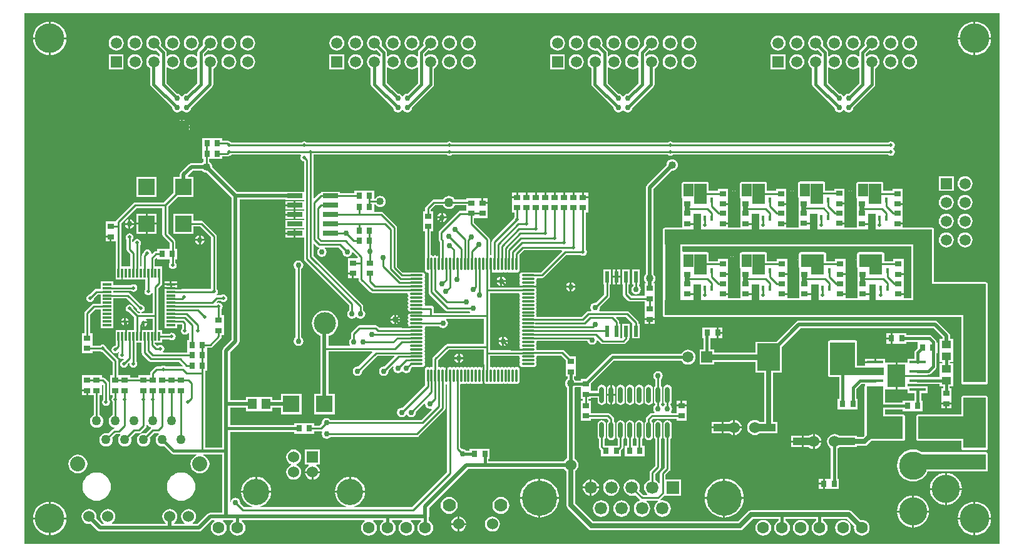
<source format=gtl>
%FSAX43Y43*%
%MOMM*%
G71*
G01*
G75*
G04 Layer_Physical_Order=1*
G04 Layer_Color=255*
%ADD10R,0.800X0.900*%
%ADD11R,0.900X0.800*%
%ADD12R,0.300X1.200*%
%ADD13R,1.200X0.300*%
%ADD14O,0.300X1.800*%
%ADD15O,1.800X0.300*%
%ADD16R,0.508X1.500*%
%ADD17R,2.200X2.200*%
%ADD18R,2.300X2.300*%
%ADD19R,1.200X1.400*%
%ADD20R,3.048X3.683*%
%ADD21R,2.540X1.016*%
%ADD22O,0.600X2.200*%
%ADD23R,2.032X0.635*%
%ADD24R,0.350X0.800*%
%ADD25R,2.300X2.300*%
%ADD26R,2.200X0.450*%
%ADD27R,2.400X3.100*%
%ADD28R,1.300X1.000*%
%ADD29C,0.254*%
%ADD30C,0.381*%
%ADD31C,0.635*%
%ADD32C,0.508*%
%ADD33C,0.330*%
%ADD34C,0.762*%
%ADD35R,9.779X2.159*%
%ADD36R,3.048X6.858*%
%ADD37R,0.762X0.635*%
%ADD38R,1.778X2.794*%
%ADD39R,1.397X1.778*%
%ADD40R,1.016X2.286*%
%ADD41R,1.778X2.819*%
%ADD42R,32.258X2.032*%
%ADD43R,0.889X2.286*%
%ADD44R,2.540X8.636*%
%ADD45R,7.620X4.191*%
%ADD46R,3.048X10.414*%
%ADD47R,6.350X3.048*%
%ADD48R,2.286X7.112*%
%ADD49R,3.302X3.048*%
%ADD50R,7.366X1.016*%
%ADD51R,3.429X4.445*%
%ADD52R,4.191X2.032*%
%ADD53R,2.159X11.049*%
%ADD54R,3.556X3.556*%
%ADD55R,2.286X2.286*%
%ADD56R,2.413X2.286*%
%ADD57R,1.270X1.270*%
%ADD58R,2.159X2.159*%
%ADD59C,0.508*%
%ADD60C,0.762*%
%ADD61C,4.000*%
%ADD62R,1.500X1.500*%
%ADD63C,1.500*%
%ADD64C,1.524*%
%ADD65C,1.778*%
%ADD66C,1.270*%
%ADD67C,2.032*%
%ADD68R,1.524X1.524*%
%ADD69C,3.556*%
%ADD70C,1.600*%
%ADD71C,1.690*%
%ADD72R,1.690X1.690*%
%ADD73C,4.760*%
%ADD74C,3.810*%
%ADD75C,3.000*%
%ADD76R,1.500X1.500*%
%ADD77C,1.016*%
G36*
X0161410Y0042933D02*
X0029471D01*
Y0114801D01*
X0161410D01*
Y0042933D01*
D02*
G37*
%LPC*%
G36*
X0039243Y0052587D02*
X0038870Y0052550D01*
X0038510Y0052442D01*
X0038180Y0052265D01*
X0037889Y0052027D01*
X0037651Y0051736D01*
X0037474Y0051406D01*
X0037366Y0051046D01*
X0037329Y0050673D01*
X0037366Y0050300D01*
X0037474Y0049940D01*
X0037651Y0049610D01*
X0037889Y0049319D01*
X0038180Y0049081D01*
X0038510Y0048904D01*
X0038870Y0048796D01*
X0039243Y0048759D01*
X0039616Y0048796D01*
X0039976Y0048904D01*
X0040306Y0049081D01*
X0040597Y0049319D01*
X0040835Y0049610D01*
X0041012Y0049940D01*
X0041120Y0050300D01*
X0041157Y0050673D01*
X0041120Y0051046D01*
X0041012Y0051406D01*
X0040835Y0051736D01*
X0040597Y0052027D01*
X0040306Y0052265D01*
X0039976Y0052442D01*
X0039616Y0052550D01*
X0039243Y0052587D01*
D02*
G37*
G36*
X0154178Y0085112D02*
X0153916Y0085078D01*
X0153672Y0084976D01*
X0153462Y0084815D01*
X0153301Y0084606D01*
X0153200Y0084362D01*
X0153165Y0084099D01*
X0153200Y0083837D01*
X0153301Y0083593D01*
X0153462Y0083383D01*
X0153672Y0083222D01*
X0153916Y0083121D01*
X0154178Y0083087D01*
X0154440Y0083121D01*
X0154684Y0083222D01*
X0154894Y0083383D01*
X0155055Y0083593D01*
X0155156Y0083837D01*
X0155191Y0084099D01*
X0155156Y0084362D01*
X0155055Y0084606D01*
X0154894Y0084815D01*
X0154684Y0084976D01*
X0154440Y0085078D01*
X0154178Y0085112D01*
D02*
G37*
G36*
X0156271Y0050229D02*
X0154242D01*
Y0048199D01*
X0154538Y0048228D01*
X0154945Y0048351D01*
X0155320Y0048552D01*
X0155649Y0048821D01*
X0155918Y0049150D01*
X0156119Y0049525D01*
X0156242Y0049932D01*
X0156271Y0050229D01*
D02*
G37*
G36*
X0099265Y0051756D02*
Y0049251D01*
X0101770D01*
X0101748Y0049537D01*
X0101651Y0049940D01*
X0101492Y0050324D01*
X0101276Y0050677D01*
X0101006Y0050992D01*
X0100691Y0051262D01*
X0100338Y0051478D01*
X0099954Y0051637D01*
X0099551Y0051734D01*
X0099265Y0051756D01*
D02*
G37*
G36*
X0099011D02*
X0098725Y0051734D01*
X0098322Y0051637D01*
X0097938Y0051478D01*
X0097585Y0051262D01*
X0097270Y0050992D01*
X0097000Y0050677D01*
X0096784Y0050324D01*
X0096625Y0049940D01*
X0096528Y0049537D01*
X0096506Y0049251D01*
X0099011D01*
Y0051756D01*
D02*
G37*
G36*
X0050673Y0052587D02*
X0050300Y0052550D01*
X0049940Y0052442D01*
X0049610Y0052265D01*
X0049319Y0052027D01*
X0049081Y0051736D01*
X0048904Y0051406D01*
X0048796Y0051046D01*
X0048759Y0050673D01*
X0048796Y0050300D01*
X0048904Y0049940D01*
X0049081Y0049610D01*
X0049319Y0049319D01*
X0049610Y0049081D01*
X0049940Y0048904D01*
X0050300Y0048796D01*
X0050673Y0048759D01*
X0051046Y0048796D01*
X0051406Y0048904D01*
X0051736Y0049081D01*
X0052027Y0049319D01*
X0052265Y0049610D01*
X0052442Y0049940D01*
X0052550Y0050300D01*
X0052587Y0050673D01*
X0052550Y0051046D01*
X0052442Y0051406D01*
X0052265Y0051736D01*
X0052027Y0052027D01*
X0051736Y0052265D01*
X0051406Y0052442D01*
X0051046Y0052550D01*
X0050673Y0052587D01*
D02*
G37*
G36*
X0149542Y0049464D02*
X0149246Y0049435D01*
X0148839Y0049312D01*
X0148464Y0049111D01*
X0148135Y0048842D01*
X0147866Y0048513D01*
X0147665Y0048138D01*
X0147542Y0047731D01*
X0147513Y0047435D01*
X0149542D01*
Y0049464D01*
D02*
G37*
G36*
X0093916Y0049286D02*
X0093618Y0049247D01*
X0093340Y0049131D01*
X0093101Y0048948D01*
X0092918Y0048709D01*
X0092803Y0048431D01*
X0092764Y0048133D01*
X0092803Y0047835D01*
X0092918Y0047557D01*
X0093101Y0047318D01*
X0093340Y0047135D01*
X0093618Y0047019D01*
X0093916Y0046980D01*
X0094215Y0047019D01*
X0094493Y0047135D01*
X0094732Y0047318D01*
X0094915Y0047557D01*
X0095030Y0047835D01*
X0095069Y0048133D01*
X0095030Y0048431D01*
X0094915Y0048709D01*
X0094732Y0048948D01*
X0094493Y0049131D01*
X0094215Y0049247D01*
X0093916Y0049286D01*
D02*
G37*
G36*
X0041021Y0084390D02*
X0040444D01*
Y0083863D01*
X0041021D01*
Y0084390D01*
D02*
G37*
G36*
X0156718Y0085112D02*
X0156456Y0085078D01*
X0156212Y0084976D01*
X0156002Y0084815D01*
X0155841Y0084606D01*
X0155740Y0084362D01*
X0155705Y0084099D01*
X0155740Y0083837D01*
X0155841Y0083593D01*
X0156002Y0083383D01*
X0156212Y0083222D01*
X0156456Y0083121D01*
X0156718Y0083087D01*
X0156980Y0083121D01*
X0157224Y0083222D01*
X0157434Y0083383D01*
X0157595Y0083593D01*
X0157696Y0083837D01*
X0157731Y0084099D01*
X0157696Y0084362D01*
X0157595Y0084606D01*
X0157434Y0084815D01*
X0157224Y0084976D01*
X0156980Y0085078D01*
X0156718Y0085112D01*
D02*
G37*
G36*
X0153988Y0050229D02*
X0151958D01*
X0151987Y0049932D01*
X0152110Y0049525D01*
X0152311Y0049150D01*
X0152580Y0048821D01*
X0152909Y0048552D01*
X0153284Y0048351D01*
X0153691Y0048228D01*
X0153988Y0048199D01*
Y0050229D01*
D02*
G37*
G36*
X0149796Y0049464D02*
Y0047435D01*
X0151826D01*
X0151797Y0047731D01*
X0151674Y0048138D01*
X0151473Y0048513D01*
X0151204Y0048842D01*
X0150875Y0049111D01*
X0150500Y0049312D01*
X0150093Y0049435D01*
X0149796Y0049464D01*
D02*
G37*
G36*
X0124001Y0051756D02*
X0123715Y0051734D01*
X0123312Y0051637D01*
X0122928Y0051478D01*
X0122575Y0051262D01*
X0122260Y0050992D01*
X0121990Y0050677D01*
X0121774Y0050324D01*
X0121615Y0049940D01*
X0121518Y0049537D01*
X0121496Y0049251D01*
X0124001D01*
Y0051756D01*
D02*
G37*
G36*
X0110069Y0078961D02*
X0109688D01*
Y0078084D01*
X0110069D01*
Y0078961D01*
D02*
G37*
G36*
X0154242Y0052512D02*
Y0050482D01*
X0156271D01*
X0156242Y0050779D01*
X0156119Y0051186D01*
X0155918Y0051561D01*
X0155649Y0051890D01*
X0155320Y0052159D01*
X0154945Y0052360D01*
X0154538Y0052483D01*
X0154242Y0052512D01*
D02*
G37*
G36*
X0153988D02*
X0153691Y0052483D01*
X0153284Y0052360D01*
X0152909Y0052159D01*
X0152580Y0051890D01*
X0152311Y0051561D01*
X0152110Y0051186D01*
X0151987Y0050779D01*
X0151958Y0050482D01*
X0153988D01*
Y0052512D01*
D02*
G37*
G36*
X0106220Y0051636D02*
Y0050671D01*
X0107185D01*
X0107164Y0050831D01*
X0107053Y0051098D01*
X0106877Y0051328D01*
X0106647Y0051504D01*
X0106380Y0051615D01*
X0106220Y0051636D01*
D02*
G37*
G36*
X0105966D02*
X0105806Y0051615D01*
X0105539Y0051504D01*
X0105309Y0051328D01*
X0105133Y0051098D01*
X0105022Y0050831D01*
X0105001Y0050671D01*
X0105966D01*
Y0051636D01*
D02*
G37*
G36*
X0109434Y0078961D02*
X0109053D01*
Y0078084D01*
X0109434D01*
Y0078961D01*
D02*
G37*
G36*
X0137476Y0050927D02*
X0136949D01*
Y0050350D01*
X0137476D01*
Y0050927D01*
D02*
G37*
G36*
X0105966Y0050417D02*
X0105001D01*
X0105022Y0050257D01*
X0105133Y0049990D01*
X0105309Y0049760D01*
X0105539Y0049584D01*
X0105806Y0049473D01*
X0105966Y0049452D01*
Y0050417D01*
D02*
G37*
G36*
X0108863Y0051652D02*
X0108576Y0051615D01*
X0108309Y0051504D01*
X0108079Y0051328D01*
X0107903Y0051098D01*
X0107792Y0050831D01*
X0107755Y0050544D01*
X0107792Y0050257D01*
X0107903Y0049990D01*
X0108079Y0049760D01*
X0108309Y0049584D01*
X0108576Y0049473D01*
X0108863Y0049436D01*
X0109150Y0049473D01*
X0109417Y0049584D01*
X0109647Y0049760D01*
X0109823Y0049990D01*
X0109934Y0050257D01*
X0109971Y0050544D01*
X0109934Y0050831D01*
X0109823Y0051098D01*
X0109647Y0051328D01*
X0109417Y0051504D01*
X0109150Y0051615D01*
X0108863Y0051652D01*
D02*
G37*
G36*
X0124255Y0051756D02*
Y0049251D01*
X0126760D01*
X0126738Y0049537D01*
X0126641Y0049940D01*
X0126482Y0050324D01*
X0126266Y0050677D01*
X0125996Y0050992D01*
X0125681Y0051262D01*
X0125328Y0051478D01*
X0124944Y0051637D01*
X0124541Y0051734D01*
X0124255Y0051756D01*
D02*
G37*
G36*
X0109434Y0080092D02*
X0109053D01*
Y0079215D01*
X0109434D01*
Y0080092D01*
D02*
G37*
G36*
X0110069D02*
X0109688D01*
Y0079215D01*
X0110069D01*
Y0080092D01*
D02*
G37*
G36*
X0107185Y0050417D02*
X0106220D01*
Y0049452D01*
X0106380Y0049473D01*
X0106647Y0049584D01*
X0106877Y0049760D01*
X0107053Y0049990D01*
X0107164Y0050257D01*
X0107185Y0050417D01*
D02*
G37*
G36*
X0086932Y0049286D02*
X0086633Y0049247D01*
X0086355Y0049131D01*
X0086116Y0048948D01*
X0085933Y0048709D01*
X0085818Y0048431D01*
X0085779Y0048133D01*
X0085818Y0047835D01*
X0085933Y0047557D01*
X0086116Y0047318D01*
X0086355Y0047135D01*
X0086633Y0047019D01*
X0086932Y0046980D01*
X0087230Y0047019D01*
X0087508Y0047135D01*
X0087747Y0047318D01*
X0087930Y0047557D01*
X0088045Y0047835D01*
X0088084Y0048133D01*
X0088045Y0048431D01*
X0087930Y0048709D01*
X0087747Y0048948D01*
X0087508Y0049131D01*
X0087230Y0049247D01*
X0086932Y0049286D01*
D02*
G37*
G36*
X0089210Y0045466D02*
X0088328D01*
Y0044585D01*
X0088467Y0044603D01*
X0088714Y0044706D01*
X0088926Y0044868D01*
X0089089Y0045081D01*
X0089191Y0045328D01*
X0089210Y0045466D01*
D02*
G37*
G36*
X0088075D02*
X0087193D01*
X0087212Y0045328D01*
X0087314Y0045081D01*
X0087477Y0044868D01*
X0087689Y0044706D01*
X0087936Y0044603D01*
X0088075Y0044585D01*
Y0045466D01*
D02*
G37*
G36*
X0092773Y0046618D02*
X0092508Y0046583D01*
X0092261Y0046480D01*
X0092049Y0046318D01*
X0091886Y0046105D01*
X0091784Y0045858D01*
X0091749Y0045593D01*
X0091784Y0045328D01*
X0091886Y0045081D01*
X0092049Y0044868D01*
X0092261Y0044706D01*
X0092508Y0044603D01*
X0092773Y0044568D01*
X0093039Y0044603D01*
X0093286Y0044706D01*
X0093498Y0044868D01*
X0093661Y0045081D01*
X0093763Y0045328D01*
X0093798Y0045593D01*
X0093763Y0045858D01*
X0093661Y0046105D01*
X0093498Y0046318D01*
X0093286Y0046480D01*
X0093039Y0046583D01*
X0092773Y0046618D01*
D02*
G37*
G36*
X0088075Y0046601D02*
X0087936Y0046583D01*
X0087689Y0046480D01*
X0087477Y0046318D01*
X0087314Y0046105D01*
X0087212Y0045858D01*
X0087193Y0045720D01*
X0088075D01*
Y0046601D01*
D02*
G37*
G36*
X0151826Y0047181D02*
X0149796D01*
Y0045151D01*
X0150093Y0045180D01*
X0150500Y0045303D01*
X0150875Y0045504D01*
X0151204Y0045773D01*
X0151473Y0046102D01*
X0151674Y0046477D01*
X0151797Y0046884D01*
X0151826Y0047181D01*
D02*
G37*
G36*
X0149542D02*
X0147513D01*
X0147542Y0046884D01*
X0147665Y0046477D01*
X0147866Y0046102D01*
X0148135Y0045773D01*
X0148464Y0045504D01*
X0148839Y0045303D01*
X0149246Y0045180D01*
X0149542Y0045151D01*
Y0047181D01*
D02*
G37*
G36*
X0160240Y0046228D02*
X0158115D01*
Y0044103D01*
X0158430Y0044134D01*
X0158855Y0044263D01*
X0159246Y0044472D01*
X0159590Y0044753D01*
X0159871Y0045097D01*
X0160081Y0045488D01*
X0160209Y0045913D01*
X0160240Y0046228D01*
D02*
G37*
G36*
X0035145D02*
X0033020D01*
Y0044103D01*
X0033335Y0044134D01*
X0033760Y0044263D01*
X0034151Y0044472D01*
X0034495Y0044753D01*
X0034776Y0045097D01*
X0034986Y0045488D01*
X0035114Y0045913D01*
X0035145Y0046228D01*
D02*
G37*
G36*
X0032766D02*
X0030641D01*
X0030672Y0045913D01*
X0030801Y0045488D01*
X0031010Y0045097D01*
X0031291Y0044753D01*
X0031635Y0044472D01*
X0032026Y0044263D01*
X0032451Y0044134D01*
X0032766Y0044103D01*
Y0046228D01*
D02*
G37*
G36*
X0092144Y0089746D02*
X0091567D01*
Y0089219D01*
X0092144D01*
Y0089746D01*
D02*
G37*
G36*
X0157861Y0046228D02*
X0155736D01*
X0155767Y0045913D01*
X0155895Y0045488D01*
X0156105Y0045097D01*
X0156386Y0044753D01*
X0156730Y0044472D01*
X0157121Y0044263D01*
X0157546Y0044134D01*
X0157861Y0044103D01*
Y0046228D01*
D02*
G37*
G36*
X0154178Y0090192D02*
X0153916Y0090158D01*
X0153672Y0090056D01*
X0153462Y0089895D01*
X0153301Y0089686D01*
X0153200Y0089441D01*
X0153165Y0089179D01*
X0153200Y0088917D01*
X0153301Y0088673D01*
X0153462Y0088463D01*
X0153672Y0088302D01*
X0153916Y0088201D01*
X0154178Y0088167D01*
X0154440Y0088201D01*
X0154684Y0088302D01*
X0154894Y0088463D01*
X0155055Y0088673D01*
X0155156Y0088917D01*
X0155191Y0089179D01*
X0155156Y0089441D01*
X0155055Y0089686D01*
X0154894Y0089895D01*
X0154684Y0090056D01*
X0154440Y0090158D01*
X0154178Y0090192D01*
D02*
G37*
G36*
X0156718D02*
X0156456Y0090158D01*
X0156212Y0090056D01*
X0156002Y0089895D01*
X0155841Y0089686D01*
X0155740Y0089441D01*
X0155705Y0089179D01*
X0155740Y0088917D01*
X0155841Y0088673D01*
X0156002Y0088463D01*
X0156212Y0088302D01*
X0156456Y0088201D01*
X0156718Y0088167D01*
X0156980Y0088201D01*
X0157224Y0088302D01*
X0157434Y0088463D01*
X0157595Y0088673D01*
X0157696Y0088917D01*
X0157731Y0089179D01*
X0157696Y0089441D01*
X0157595Y0089686D01*
X0157434Y0089895D01*
X0157224Y0090056D01*
X0156980Y0090158D01*
X0156718Y0090192D01*
D02*
G37*
G36*
X0124001Y0048997D02*
X0121496D01*
X0121518Y0048711D01*
X0121615Y0048308D01*
X0121774Y0047924D01*
X0121990Y0047571D01*
X0122260Y0047256D01*
X0122575Y0046986D01*
X0122928Y0046770D01*
X0123312Y0046611D01*
X0123715Y0046514D01*
X0124001Y0046492D01*
Y0048997D01*
D02*
G37*
G36*
X0101770D02*
X0099265D01*
Y0046492D01*
X0099551Y0046514D01*
X0099954Y0046611D01*
X0100338Y0046770D01*
X0100691Y0046986D01*
X0101006Y0047256D01*
X0101276Y0047571D01*
X0101492Y0047924D01*
X0101651Y0048308D01*
X0101748Y0048711D01*
X0101770Y0048997D01*
D02*
G37*
G36*
X0099011D02*
X0096506D01*
X0096528Y0048711D01*
X0096625Y0048308D01*
X0096784Y0047924D01*
X0097000Y0047571D01*
X0097270Y0047256D01*
X0097585Y0046986D01*
X0097938Y0046770D01*
X0098322Y0046611D01*
X0098725Y0046514D01*
X0099011Y0046492D01*
Y0048997D01*
D02*
G37*
G36*
X0110248Y0048812D02*
X0109961Y0048775D01*
X0109694Y0048664D01*
X0109464Y0048488D01*
X0109288Y0048258D01*
X0109177Y0047991D01*
X0109140Y0047704D01*
X0109177Y0047417D01*
X0109288Y0047150D01*
X0109464Y0046920D01*
X0109694Y0046744D01*
X0109961Y0046633D01*
X0110248Y0046596D01*
X0110535Y0046633D01*
X0110802Y0046744D01*
X0111032Y0046920D01*
X0111208Y0047150D01*
X0111319Y0047417D01*
X0111356Y0047704D01*
X0111319Y0047991D01*
X0111208Y0048258D01*
X0111032Y0048488D01*
X0110802Y0048664D01*
X0110535Y0048775D01*
X0110248Y0048812D01*
D02*
G37*
G36*
X0107478D02*
X0107191Y0048775D01*
X0106924Y0048664D01*
X0106694Y0048488D01*
X0106518Y0048258D01*
X0106407Y0047991D01*
X0106370Y0047704D01*
X0106407Y0047417D01*
X0106518Y0047150D01*
X0106694Y0046920D01*
X0106924Y0046744D01*
X0107191Y0046633D01*
X0107478Y0046596D01*
X0107765Y0046633D01*
X0108032Y0046744D01*
X0108262Y0046920D01*
X0108438Y0047150D01*
X0108549Y0047417D01*
X0108586Y0047704D01*
X0108549Y0047991D01*
X0108438Y0048258D01*
X0108262Y0048488D01*
X0108032Y0048664D01*
X0107765Y0048775D01*
X0107478Y0048812D01*
D02*
G37*
G36*
X0126760Y0048997D02*
X0124255D01*
Y0046492D01*
X0124541Y0046514D01*
X0124944Y0046611D01*
X0125328Y0046770D01*
X0125681Y0046986D01*
X0125996Y0047256D01*
X0126266Y0047571D01*
X0126482Y0047924D01*
X0126641Y0048308D01*
X0126738Y0048711D01*
X0126760Y0048997D01*
D02*
G37*
G36*
X0158115Y0048607D02*
Y0046482D01*
X0160240D01*
X0160209Y0046797D01*
X0160081Y0047222D01*
X0159871Y0047613D01*
X0159590Y0047957D01*
X0159246Y0048238D01*
X0158855Y0048447D01*
X0158430Y0048576D01*
X0158115Y0048607D01*
D02*
G37*
G36*
X0156718Y0087652D02*
X0156456Y0087618D01*
X0156212Y0087516D01*
X0156002Y0087355D01*
X0155841Y0087146D01*
X0155740Y0086901D01*
X0155705Y0086639D01*
X0155740Y0086377D01*
X0155841Y0086133D01*
X0156002Y0085923D01*
X0156212Y0085762D01*
X0156456Y0085661D01*
X0156718Y0085627D01*
X0156980Y0085661D01*
X0157224Y0085762D01*
X0157434Y0085923D01*
X0157595Y0086133D01*
X0157696Y0086377D01*
X0157731Y0086639D01*
X0157696Y0086901D01*
X0157595Y0087146D01*
X0157434Y0087355D01*
X0157224Y0087516D01*
X0156980Y0087618D01*
X0156718Y0087652D01*
D02*
G37*
G36*
X0032766Y0048607D02*
X0032451Y0048576D01*
X0032026Y0048447D01*
X0031635Y0048238D01*
X0031291Y0047957D01*
X0031010Y0047613D01*
X0030801Y0047222D01*
X0030672Y0046797D01*
X0030641Y0046482D01*
X0032766D01*
Y0048607D01*
D02*
G37*
G36*
X0088328Y0046601D02*
Y0045720D01*
X0089210D01*
X0089191Y0045858D01*
X0089089Y0046105D01*
X0088926Y0046318D01*
X0088714Y0046480D01*
X0088467Y0046583D01*
X0088328Y0046601D01*
D02*
G37*
G36*
X0157861Y0048607D02*
X0157546Y0048576D01*
X0157121Y0048447D01*
X0156730Y0048238D01*
X0156386Y0047957D01*
X0156105Y0047613D01*
X0155895Y0047222D01*
X0155767Y0046797D01*
X0155736Y0046482D01*
X0157861D01*
Y0048607D01*
D02*
G37*
G36*
X0033020D02*
Y0046482D01*
X0035145D01*
X0035114Y0046797D01*
X0034986Y0047222D01*
X0034776Y0047613D01*
X0034495Y0047957D01*
X0034151Y0048238D01*
X0033760Y0048447D01*
X0033335Y0048576D01*
X0033020Y0048607D01*
D02*
G37*
G36*
X0154178Y0087652D02*
X0153916Y0087618D01*
X0153672Y0087516D01*
X0153462Y0087355D01*
X0153301Y0087146D01*
X0153200Y0086901D01*
X0153165Y0086639D01*
X0153200Y0086377D01*
X0153301Y0086133D01*
X0153462Y0085923D01*
X0153672Y0085762D01*
X0153916Y0085661D01*
X0154178Y0085627D01*
X0154440Y0085661D01*
X0154684Y0085762D01*
X0154894Y0085923D01*
X0155055Y0086133D01*
X0155156Y0086377D01*
X0155191Y0086639D01*
X0155156Y0086901D01*
X0155055Y0087146D01*
X0154894Y0087355D01*
X0154684Y0087516D01*
X0154440Y0087618D01*
X0154178Y0087652D01*
D02*
G37*
G36*
X0125603Y0059682D02*
Y0058801D01*
X0126484D01*
X0126466Y0058939D01*
X0126363Y0059186D01*
X0126201Y0059399D01*
X0125988Y0059561D01*
X0125741Y0059664D01*
X0125603Y0059682D01*
D02*
G37*
G36*
X0147401Y0071443D02*
Y0071443D01*
X0146874D01*
Y0070739D01*
Y0070035D01*
X0147401D01*
Y0070035D01*
X0147401D01*
X0147401Y0070035D01*
X0147493D01*
Y0070035D01*
X0148801D01*
Y0070286D01*
X0150284D01*
Y0070173D01*
X0150284D01*
Y0069456D01*
X0150002Y0069173D01*
X0149903Y0069026D01*
X0149869Y0068853D01*
Y0068013D01*
X0148968D01*
Y0067463D01*
X0148968D01*
X0148901D01*
X0148878Y0067463D01*
X0148878Y0067463D01*
Y0067463D01*
X0147574D01*
Y0065786D01*
X0148949D01*
X0148968Y0065805D01*
X0148991Y0065805D01*
X0148991Y0065805D01*
Y0065805D01*
X0151676D01*
Y0065831D01*
X0151755D01*
X0151928Y0065865D01*
X0152075Y0065964D01*
X0152720Y0066609D01*
X0152819Y0066756D01*
X0152853Y0066929D01*
Y0068765D01*
X0152992D01*
Y0070173D01*
X0152853D01*
Y0070231D01*
X0152819Y0070404D01*
X0152720Y0070551D01*
X0152720Y0070551D01*
X0152212Y0071059D01*
X0152065Y0071158D01*
X0151892Y0071192D01*
X0148801D01*
Y0071443D01*
X0147493D01*
D01*
D01*
X0147493Y0071443D01*
X0147401D01*
D02*
G37*
G36*
X0144445Y0068013D02*
X0143218D01*
Y0067661D01*
X0144445D01*
Y0068013D01*
D02*
G37*
G36*
X0135001Y0068072D02*
X0134120D01*
X0134138Y0067934D01*
X0134241Y0067687D01*
X0134403Y0067474D01*
X0134616Y0067312D01*
X0134863Y0067209D01*
X0135001Y0067191D01*
Y0068072D01*
D02*
G37*
G36*
X0136136D02*
X0135255D01*
Y0067191D01*
X0135393Y0067209D01*
X0135640Y0067312D01*
X0135853Y0067474D01*
X0136015Y0067687D01*
X0136118Y0067934D01*
X0136136Y0068072D01*
D02*
G37*
G36*
X0115189Y0066322D02*
X0114941Y0066273D01*
X0114731Y0066132D01*
X0114591Y0065922D01*
X0114542Y0065674D01*
X0114591Y0065427D01*
X0114731Y0065217D01*
X0114801Y0065170D01*
Y0064313D01*
X0114790Y0064305D01*
X0114667Y0064122D01*
X0114624Y0063906D01*
Y0062306D01*
X0114667Y0062090D01*
X0114790Y0061907D01*
X0114801Y0061899D01*
Y0061718D01*
X0114731Y0061672D01*
X0114591Y0061462D01*
X0114542Y0061214D01*
X0114591Y0060966D01*
X0114728Y0060760D01*
X0114668Y0060648D01*
X0114362D01*
X0114213Y0060619D01*
X0114087Y0060535D01*
X0113644Y0060092D01*
X0113560Y0059966D01*
X0113531Y0059817D01*
Y0059513D01*
X0113520Y0059505D01*
X0113397Y0059322D01*
X0113354Y0059106D01*
Y0057506D01*
X0113397Y0057290D01*
X0113520Y0057107D01*
X0113703Y0056984D01*
X0113919Y0056941D01*
X0114135Y0056984D01*
X0114318Y0057107D01*
X0114441Y0057290D01*
X0114484Y0057506D01*
Y0059106D01*
X0114441Y0059322D01*
X0114318Y0059505D01*
X0114307Y0059513D01*
Y0059656D01*
X0114523Y0059872D01*
X0117660D01*
Y0059606D01*
X0119068D01*
Y0060914D01*
D01*
Y0060914D01*
X0119068Y0060914D01*
Y0061006D01*
X0119068D01*
Y0061533D01*
X0117660D01*
Y0061006D01*
X0117660Y0061006D01*
X0117660Y0060914D01*
X0117660D01*
Y0060648D01*
X0116980D01*
X0116920Y0060760D01*
X0117057Y0060966D01*
X0117106Y0061214D01*
X0117057Y0061462D01*
X0116917Y0061672D01*
X0116847Y0061718D01*
Y0061899D01*
X0116858Y0061907D01*
X0116981Y0062090D01*
X0117024Y0062306D01*
Y0063906D01*
X0116981Y0064122D01*
X0116858Y0064305D01*
X0116675Y0064428D01*
X0116459Y0064471D01*
X0116243Y0064428D01*
X0116060Y0064305D01*
X0115937Y0064122D01*
X0115894Y0063906D01*
Y0062306D01*
X0115937Y0062090D01*
X0116060Y0061907D01*
X0116071Y0061899D01*
Y0061718D01*
X0116001Y0061672D01*
X0115887Y0061502D01*
X0115760D01*
X0115647Y0061672D01*
X0115577Y0061718D01*
Y0061899D01*
X0115588Y0061907D01*
X0115711Y0062090D01*
X0115754Y0062306D01*
Y0063906D01*
X0115711Y0064122D01*
X0115588Y0064305D01*
X0115577Y0064313D01*
Y0065170D01*
X0115647Y0065217D01*
X0115787Y0065427D01*
X0115836Y0065674D01*
X0115787Y0065922D01*
X0115647Y0066132D01*
X0115437Y0066273D01*
X0115189Y0066322D01*
D02*
G37*
G36*
X0123825Y0059436D02*
X0122428D01*
Y0058801D01*
X0123825D01*
Y0059436D01*
D02*
G37*
G36*
X0126484Y0058547D02*
X0125603D01*
Y0057666D01*
X0125741Y0057684D01*
X0125988Y0057787D01*
X0126201Y0057949D01*
X0126363Y0058162D01*
X0126466Y0058409D01*
X0126484Y0058547D01*
D02*
G37*
G36*
X0143891Y0070612D02*
X0143010D01*
X0143028Y0070474D01*
X0143131Y0070227D01*
X0143293Y0070014D01*
X0143506Y0069852D01*
X0143753Y0069749D01*
X0143891Y0069731D01*
Y0070612D01*
D02*
G37*
G36*
X0145026D02*
X0144145D01*
Y0069731D01*
X0144283Y0069749D01*
X0144530Y0069852D01*
X0144743Y0070014D01*
X0144905Y0070227D01*
X0145008Y0070474D01*
X0145026Y0070612D01*
D02*
G37*
G36*
X0123825Y0058547D02*
X0122428D01*
Y0057912D01*
X0123825D01*
Y0058547D01*
D02*
G37*
G36*
X0135001Y0069207D02*
X0134863Y0069189D01*
X0134616Y0069086D01*
X0134403Y0068924D01*
X0134241Y0068711D01*
X0134138Y0068464D01*
X0134120Y0068326D01*
X0135001D01*
Y0069207D01*
D02*
G37*
G36*
X0135255D02*
Y0068326D01*
X0136136D01*
X0136118Y0068464D01*
X0136015Y0068711D01*
X0135853Y0068924D01*
X0135640Y0069086D01*
X0135393Y0069189D01*
X0135255Y0069207D01*
D02*
G37*
G36*
X0108966Y0064446D02*
Y0063233D01*
X0109404D01*
Y0063906D01*
X0109361Y0064122D01*
X0109238Y0064305D01*
X0109055Y0064428D01*
X0108966Y0064446D01*
D02*
G37*
G36*
X0110109Y0064471D02*
X0109893Y0064428D01*
X0109710Y0064305D01*
X0109587Y0064122D01*
X0109544Y0063906D01*
Y0062306D01*
X0109587Y0062090D01*
X0109710Y0061907D01*
X0109893Y0061784D01*
X0110109Y0061741D01*
X0110325Y0061784D01*
X0110508Y0061907D01*
X0110631Y0062090D01*
X0110674Y0062306D01*
Y0063906D01*
X0110631Y0064122D01*
X0110508Y0064305D01*
X0110325Y0064428D01*
X0110109Y0064471D01*
D02*
G37*
G36*
X0111379D02*
X0111163Y0064428D01*
X0110980Y0064305D01*
X0110857Y0064122D01*
X0110814Y0063906D01*
Y0062306D01*
X0110857Y0062090D01*
X0110980Y0061907D01*
X0111163Y0061784D01*
X0111379Y0061741D01*
X0111595Y0061784D01*
X0111778Y0061907D01*
X0111901Y0062090D01*
X0111944Y0062306D01*
Y0063906D01*
X0111901Y0064122D01*
X0111778Y0064305D01*
X0111595Y0064428D01*
X0111379Y0064471D01*
D02*
G37*
G36*
X0112649D02*
X0112433Y0064428D01*
X0112250Y0064305D01*
X0112127Y0064122D01*
X0112084Y0063906D01*
Y0062306D01*
X0112127Y0062090D01*
X0112250Y0061907D01*
X0112433Y0061784D01*
X0112649Y0061741D01*
X0112865Y0061784D01*
X0113048Y0061907D01*
X0113171Y0062090D01*
X0113214Y0062306D01*
Y0063906D01*
X0113171Y0064122D01*
X0113048Y0064305D01*
X0112865Y0064428D01*
X0112649Y0064471D01*
D02*
G37*
G36*
X0154051Y0061784D02*
X0153474D01*
Y0061257D01*
X0154051D01*
Y0061784D01*
D02*
G37*
G36*
X0154882D02*
X0154305D01*
Y0061257D01*
X0154882D01*
Y0061784D01*
D02*
G37*
G36*
X0039947Y0065743D02*
X0037269D01*
Y0064435D01*
X0037269Y0064435D01*
X0037269Y0064343D01*
X0037269D01*
Y0063816D01*
X0037973D01*
Y0063689D01*
X0038100D01*
Y0063035D01*
X0038855D01*
Y0060364D01*
X0038795Y0060340D01*
X0038609Y0060197D01*
X0038466Y0060011D01*
X0038377Y0059795D01*
X0038346Y0059563D01*
X0038377Y0059331D01*
X0038466Y0059115D01*
X0038609Y0058929D01*
X0038795Y0058786D01*
X0039011Y0058697D01*
X0039243Y0058666D01*
X0039475Y0058697D01*
X0039691Y0058786D01*
X0039877Y0058929D01*
X0040020Y0059115D01*
X0040109Y0059331D01*
X0040140Y0059563D01*
X0040109Y0059795D01*
X0040020Y0060011D01*
X0039877Y0060197D01*
X0039691Y0060340D01*
X0039631Y0060364D01*
Y0063035D01*
X0039947D01*
Y0064343D01*
D01*
Y0064343D01*
X0039947Y0064343D01*
Y0064435D01*
X0039947D01*
Y0064494D01*
X0040019Y0064523D01*
X0040125Y0064453D01*
Y0062436D01*
X0040034Y0062301D01*
X0039995Y0062103D01*
X0040034Y0061905D01*
X0040147Y0061737D01*
X0040315Y0061624D01*
X0040513Y0061585D01*
X0040711Y0061624D01*
X0040879Y0061737D01*
X0040992Y0061905D01*
X0041031Y0062103D01*
X0040992Y0062301D01*
X0040901Y0062436D01*
Y0064643D01*
X0040872Y0064792D01*
X0040788Y0064918D01*
X0040342Y0065364D01*
X0040216Y0065448D01*
X0040067Y0065477D01*
X0039947D01*
Y0065743D01*
D02*
G37*
G36*
X0113919Y0064471D02*
X0113703Y0064428D01*
X0113520Y0064305D01*
X0113397Y0064122D01*
X0113354Y0063906D01*
Y0062306D01*
X0113397Y0062090D01*
X0113520Y0061907D01*
X0113703Y0061784D01*
X0113919Y0061741D01*
X0114135Y0061784D01*
X0114318Y0061907D01*
X0114441Y0062090D01*
X0114484Y0062306D01*
Y0063906D01*
X0114441Y0064122D01*
X0114318Y0064305D01*
X0114135Y0064428D01*
X0113919Y0064471D01*
D02*
G37*
G36*
X0119068Y0062314D02*
X0118491D01*
Y0061787D01*
X0119068D01*
Y0062314D01*
D02*
G37*
G36*
X0037846Y0063562D02*
X0037269D01*
Y0063035D01*
X0037846D01*
Y0063562D01*
D02*
G37*
G36*
X0108712Y0064446D02*
X0108623Y0064428D01*
X0108440Y0064305D01*
X0108317Y0064122D01*
X0108274Y0063906D01*
Y0063233D01*
X0108712D01*
Y0064446D01*
D02*
G37*
G36*
Y0062979D02*
X0108274D01*
Y0062306D01*
X0108317Y0062090D01*
X0108440Y0061907D01*
X0108623Y0061784D01*
X0108712Y0061766D01*
Y0062979D01*
D02*
G37*
G36*
X0109404D02*
X0108966D01*
Y0061766D01*
X0109055Y0061784D01*
X0109238Y0061907D01*
X0109361Y0062090D01*
X0109404Y0062306D01*
Y0062979D01*
D02*
G37*
G36*
X0118237Y0062314D02*
X0117660D01*
Y0061787D01*
X0118237D01*
Y0062314D01*
D02*
G37*
G36*
X0113919Y0073214D02*
X0113342D01*
Y0072687D01*
X0113919D01*
Y0073214D01*
D02*
G37*
G36*
X0114750D02*
X0114173D01*
Y0072687D01*
X0114750D01*
Y0073214D01*
D02*
G37*
G36*
X0149669Y0055700D02*
X0149246Y0055658D01*
X0148839Y0055535D01*
X0148464Y0055334D01*
X0148135Y0055065D01*
X0147866Y0054736D01*
X0147665Y0054361D01*
X0147542Y0053954D01*
X0147500Y0053530D01*
X0147542Y0053107D01*
X0147665Y0052700D01*
X0147866Y0052325D01*
X0148135Y0051996D01*
X0148464Y0051727D01*
X0148839Y0051526D01*
X0149246Y0051403D01*
X0149669Y0051361D01*
X0150093Y0051403D01*
X0150500Y0051526D01*
X0150875Y0051727D01*
X0151204Y0051996D01*
X0151473Y0052325D01*
X0151674Y0052700D01*
X0159512D01*
X0159611Y0052720D01*
X0159695Y0052776D01*
X0159751Y0052860D01*
X0159771Y0052959D01*
Y0055118D01*
X0159751Y0055217D01*
X0159695Y0055301D01*
X0159611Y0055357D01*
X0159512Y0055377D01*
X0150795D01*
X0150500Y0055535D01*
X0150093Y0055658D01*
X0149669Y0055700D01*
D02*
G37*
G36*
X0136144Y0057777D02*
X0136006Y0057759D01*
X0135759Y0057656D01*
X0135595Y0057531D01*
X0134874D01*
Y0056769D01*
Y0056007D01*
X0135595D01*
X0135759Y0055882D01*
X0136006Y0055779D01*
X0136144Y0055761D01*
Y0056769D01*
Y0057777D01*
D02*
G37*
G36*
X0159512Y0062997D02*
X0156464D01*
X0156365Y0062977D01*
X0156281Y0062921D01*
X0156225Y0062837D01*
X0156205Y0062738D01*
Y0060457D01*
X0150368D01*
X0150269Y0060437D01*
X0150185Y0060381D01*
X0150129Y0060297D01*
X0150109Y0060198D01*
Y0057150D01*
X0150129Y0057051D01*
X0150185Y0056967D01*
X0150269Y0056911D01*
X0150368Y0056891D01*
X0156205D01*
Y0055880D01*
X0156225Y0055781D01*
X0156281Y0055697D01*
X0156365Y0055641D01*
X0156464Y0055621D01*
X0159512D01*
X0159611Y0055641D01*
X0159695Y0055697D01*
X0159751Y0055781D01*
X0159771Y0055880D01*
Y0062738D01*
X0159751Y0062837D01*
X0159695Y0062921D01*
X0159611Y0062977D01*
X0159512Y0062997D01*
D02*
G37*
G36*
X0036703Y0055002D02*
X0036371Y0054958D01*
X0036063Y0054830D01*
X0035797Y0054627D01*
X0035594Y0054361D01*
X0035466Y0054053D01*
X0035422Y0053721D01*
X0035466Y0053389D01*
X0035594Y0053081D01*
X0035797Y0052815D01*
X0036063Y0052612D01*
X0036371Y0052484D01*
X0036703Y0052440D01*
X0037035Y0052484D01*
X0037343Y0052612D01*
X0037609Y0052815D01*
X0037812Y0053081D01*
X0037940Y0053389D01*
X0037984Y0053721D01*
X0037940Y0054053D01*
X0037812Y0054361D01*
X0037609Y0054627D01*
X0037343Y0054830D01*
X0037035Y0054958D01*
X0036703Y0055002D01*
D02*
G37*
G36*
X0137476Y0051758D02*
X0136949D01*
Y0051181D01*
X0137476D01*
Y0051758D01*
D02*
G37*
G36*
X0104000Y0077597D02*
X0103505D01*
Y0077102D01*
X0103626Y0077126D01*
X0103836Y0077266D01*
X0103976Y0077476D01*
X0104000Y0077597D01*
D02*
G37*
G36*
X0103251Y0078346D02*
X0103130Y0078322D01*
X0102920Y0078182D01*
X0102780Y0077972D01*
X0102756Y0077851D01*
X0103251D01*
Y0078346D01*
D02*
G37*
G36*
X0103505D02*
Y0077851D01*
X0104000D01*
X0103976Y0077972D01*
X0103836Y0078182D01*
X0103626Y0078322D01*
X0103505Y0078346D01*
D02*
G37*
G36*
X0116459Y0059671D02*
X0116243Y0059628D01*
X0116060Y0059505D01*
X0115937Y0059322D01*
X0115894Y0059106D01*
Y0057506D01*
X0115937Y0057290D01*
X0116060Y0057107D01*
X0116071Y0057099D01*
Y0053247D01*
X0115549Y0052726D01*
X0115465Y0052600D01*
X0115436Y0052451D01*
Y0051201D01*
X0115315Y0051160D01*
X0115187Y0051328D01*
X0114957Y0051504D01*
X0114791Y0051573D01*
Y0052417D01*
X0115464Y0053089D01*
X0115548Y0053215D01*
X0115577Y0053364D01*
X0115577Y0053364D01*
X0115577Y0053364D01*
Y0053364D01*
Y0057099D01*
X0115588Y0057107D01*
X0115711Y0057290D01*
X0115754Y0057506D01*
Y0059106D01*
X0115711Y0059322D01*
X0115588Y0059505D01*
X0115405Y0059628D01*
X0115189Y0059671D01*
X0114973Y0059628D01*
X0114790Y0059505D01*
X0114667Y0059322D01*
X0114624Y0059106D01*
Y0057506D01*
X0114667Y0057290D01*
X0114790Y0057107D01*
X0114801Y0057099D01*
Y0053525D01*
X0114128Y0052853D01*
X0114044Y0052727D01*
X0114015Y0052578D01*
Y0051573D01*
X0113849Y0051504D01*
X0113619Y0051328D01*
X0113443Y0051098D01*
X0113332Y0050831D01*
X0113295Y0050544D01*
X0113332Y0050257D01*
X0113443Y0049990D01*
X0113619Y0049760D01*
X0113753Y0049658D01*
X0113712Y0049537D01*
X0113189D01*
X0112635Y0050091D01*
X0112704Y0050257D01*
X0112741Y0050544D01*
X0112704Y0050831D01*
X0112593Y0051098D01*
X0112417Y0051328D01*
X0112187Y0051504D01*
X0111920Y0051615D01*
X0111633Y0051652D01*
X0111346Y0051615D01*
X0111079Y0051504D01*
X0110849Y0051328D01*
X0110673Y0051098D01*
X0110562Y0050831D01*
X0110525Y0050544D01*
X0110562Y0050257D01*
X0110673Y0049990D01*
X0110849Y0049760D01*
X0111079Y0049584D01*
X0111346Y0049473D01*
X0111633Y0049436D01*
X0111920Y0049473D01*
X0112086Y0049542D01*
X0112736Y0048891D01*
X0112712Y0048767D01*
X0112464Y0048664D01*
X0112234Y0048488D01*
X0112058Y0048258D01*
X0111947Y0047991D01*
X0111910Y0047704D01*
X0111947Y0047417D01*
X0112058Y0047150D01*
X0112234Y0046920D01*
X0112464Y0046744D01*
X0112731Y0046633D01*
X0113018Y0046596D01*
X0113305Y0046633D01*
X0113572Y0046744D01*
X0113802Y0046920D01*
X0113978Y0047150D01*
X0114089Y0047417D01*
X0114126Y0047704D01*
X0114089Y0047991D01*
X0113978Y0048258D01*
X0113802Y0048488D01*
X0113603Y0048640D01*
X0113644Y0048761D01*
X0115162D01*
X0115203Y0048640D01*
X0115004Y0048488D01*
X0114828Y0048258D01*
X0114717Y0047991D01*
X0114680Y0047704D01*
X0114717Y0047417D01*
X0114828Y0047150D01*
X0115004Y0046920D01*
X0115234Y0046744D01*
X0115501Y0046633D01*
X0115788Y0046596D01*
X0116075Y0046633D01*
X0116342Y0046744D01*
X0116572Y0046920D01*
X0116748Y0047150D01*
X0116859Y0047417D01*
X0116896Y0047704D01*
X0116859Y0047991D01*
X0116748Y0048258D01*
X0116572Y0048488D01*
X0116342Y0048664D01*
X0116075Y0048775D01*
X0115788Y0048812D01*
X0115539Y0048780D01*
X0115483Y0048894D01*
X0116046Y0049457D01*
X0116074Y0049445D01*
Y0049445D01*
X0116074Y0049445D01*
X0118272D01*
Y0051643D01*
X0116212D01*
Y0052290D01*
X0116734Y0052811D01*
X0116818Y0052937D01*
X0116823Y0052962D01*
X0116847Y0053086D01*
Y0057099D01*
X0116858Y0057107D01*
X0116981Y0057290D01*
X0117024Y0057506D01*
Y0059106D01*
X0116981Y0059322D01*
X0116858Y0059505D01*
X0116675Y0059628D01*
X0116459Y0059671D01*
D02*
G37*
G36*
X0112719Y0080092D02*
X0111703D01*
Y0078084D01*
X0111823D01*
Y0077847D01*
X0111753Y0077801D01*
X0111613Y0077591D01*
X0111564Y0077343D01*
X0111613Y0077095D01*
X0111753Y0076885D01*
X0111963Y0076745D01*
X0112211Y0076696D01*
X0112459Y0076745D01*
X0112669Y0076885D01*
X0112809Y0077095D01*
X0112858Y0077343D01*
X0112809Y0077591D01*
X0112669Y0077801D01*
X0112599Y0077847D01*
Y0078084D01*
X0112719D01*
Y0080092D01*
D02*
G37*
G36*
X0103251Y0077597D02*
X0102756D01*
X0102780Y0077476D01*
X0102920Y0077266D01*
X0103130Y0077126D01*
X0103251Y0077102D01*
Y0077597D01*
D02*
G37*
G36*
X0137279Y0056642D02*
X0136398D01*
Y0055761D01*
X0136536Y0055779D01*
X0136783Y0055882D01*
X0136996Y0056044D01*
X0137158Y0056257D01*
X0137261Y0056504D01*
X0137279Y0056642D01*
D02*
G37*
G36*
X0134620Y0057531D02*
X0133223D01*
Y0056896D01*
X0134620D01*
Y0057531D01*
D02*
G37*
G36*
X0112649Y0059671D02*
X0112433Y0059628D01*
X0112250Y0059505D01*
X0112127Y0059322D01*
X0112084Y0059106D01*
Y0057506D01*
X0112127Y0057290D01*
X0112250Y0057107D01*
X0112261Y0057099D01*
Y0056203D01*
X0112060D01*
D01*
D01*
X0112060Y0056203D01*
X0111968D01*
Y0056203D01*
X0111767D01*
Y0057099D01*
X0111778Y0057107D01*
X0111901Y0057290D01*
X0111944Y0057506D01*
Y0059106D01*
X0111901Y0059322D01*
X0111778Y0059505D01*
X0111595Y0059628D01*
X0111379Y0059671D01*
X0111163Y0059628D01*
X0110980Y0059505D01*
X0110857Y0059322D01*
X0110814Y0059106D01*
Y0057506D01*
X0110857Y0057290D01*
X0110980Y0057107D01*
X0110991Y0057099D01*
Y0056203D01*
X0110660D01*
Y0054795D01*
X0111968D01*
Y0054795D01*
X0111968D01*
X0111968Y0054795D01*
X0112060D01*
Y0054795D01*
X0113368D01*
Y0056203D01*
X0113037D01*
Y0057099D01*
X0113048Y0057107D01*
X0113171Y0057290D01*
X0113214Y0057506D01*
Y0059106D01*
X0113171Y0059322D01*
X0113048Y0059505D01*
X0112865Y0059628D01*
X0112649Y0059671D01*
D02*
G37*
G36*
X0152654Y0073162D02*
X0134239D01*
X0134041Y0073123D01*
X0133873Y0073010D01*
X0131157Y0070295D01*
X0128333D01*
Y0068846D01*
X0122797D01*
Y0069203D01*
X0122246D01*
Y0070797D01*
X0122509D01*
Y0070797D01*
X0122509D01*
X0122509Y0070797D01*
X0122601D01*
Y0070797D01*
X0123128D01*
Y0071501D01*
Y0072205D01*
X0122601D01*
D01*
D01*
X0122601Y0072205D01*
X0122509D01*
Y0072205D01*
X0121201D01*
Y0070797D01*
X0121340D01*
Y0069203D01*
X0120789D01*
Y0067195D01*
X0122797D01*
Y0067552D01*
X0128333D01*
Y0066104D01*
X0129529D01*
Y0059436D01*
X0128946D01*
X0128782Y0059561D01*
X0128535Y0059664D01*
X0128270Y0059699D01*
X0128005Y0059664D01*
X0127758Y0059561D01*
X0127545Y0059399D01*
X0127383Y0059186D01*
X0127280Y0058939D01*
X0127245Y0058674D01*
X0127280Y0058409D01*
X0127383Y0058162D01*
X0127545Y0057949D01*
X0127758Y0057787D01*
X0128005Y0057684D01*
X0128270Y0057649D01*
X0128535Y0057684D01*
X0128782Y0057787D01*
X0128946Y0057912D01*
X0131318D01*
Y0059436D01*
X0130694D01*
Y0066104D01*
X0131889D01*
Y0069562D01*
X0134454Y0072126D01*
X0152439D01*
X0153660Y0070905D01*
Y0070642D01*
X0153274D01*
Y0069134D01*
X0153274Y0069134D01*
X0153274Y0069042D01*
X0153274D01*
Y0067534D01*
X0153635D01*
X0153712Y0067457D01*
X0153663Y0067340D01*
X0153274D01*
Y0065832D01*
X0153274Y0065832D01*
X0153274Y0065740D01*
X0153274D01*
Y0065487D01*
X0151676D01*
Y0065513D01*
X0148991D01*
X0148991Y0065513D01*
Y0065513D01*
X0148968Y0065513D01*
X0148949Y0065532D01*
X0147574D01*
Y0063855D01*
X0148878D01*
X0148878Y0063855D01*
Y0063855D01*
X0148901Y0063855D01*
X0148968Y0063788D01*
Y0063305D01*
X0149853D01*
Y0062299D01*
X0149652D01*
D01*
D01*
X0149652Y0062299D01*
X0149560D01*
Y0062299D01*
X0148252D01*
Y0062048D01*
X0145928D01*
Y0063790D01*
X0145993Y0063855D01*
X0146018Y0063855D01*
X0146018Y0063855D01*
Y0063855D01*
X0147320D01*
Y0065659D01*
Y0067463D01*
X0145993D01*
D01*
X0145993D01*
X0145926Y0067530D01*
Y0068013D01*
X0144699D01*
Y0067534D01*
X0144572D01*
Y0067407D01*
X0143218D01*
Y0067061D01*
X0142118D01*
Y0070231D01*
X0142098Y0070330D01*
X0142042Y0070414D01*
X0141958Y0070470D01*
X0141859Y0070490D01*
X0138430D01*
X0138331Y0070470D01*
X0138247Y0070414D01*
X0138191Y0070330D01*
X0138171Y0070231D01*
Y0066802D01*
Y0065786D01*
X0138191Y0065687D01*
X0138247Y0065603D01*
X0138331Y0065547D01*
X0138430Y0065527D01*
X0139690D01*
Y0062553D01*
X0139489D01*
Y0061145D01*
X0140797D01*
Y0061145D01*
X0140797D01*
X0140797Y0061145D01*
X0140889D01*
Y0061145D01*
X0142197D01*
Y0062553D01*
X0141996D01*
Y0063885D01*
X0142692Y0064581D01*
X0143184D01*
X0143218Y0064469D01*
X0143218Y0064457D01*
X0143200Y0064445D01*
X0143144Y0064361D01*
X0143124Y0064262D01*
Y0057588D01*
X0142888Y0057352D01*
X0142113D01*
Y0057531D01*
X0139741D01*
X0139577Y0057656D01*
X0139330Y0057759D01*
X0139065Y0057794D01*
X0138800Y0057759D01*
X0138553Y0057656D01*
X0138340Y0057494D01*
X0138178Y0057281D01*
X0138075Y0057034D01*
X0138040Y0056769D01*
X0138075Y0056504D01*
X0138178Y0056257D01*
X0138340Y0056044D01*
X0138550Y0055884D01*
Y0051758D01*
X0138349D01*
D01*
D01*
X0138349Y0051758D01*
X0138257D01*
Y0051758D01*
X0137730D01*
Y0051054D01*
Y0050350D01*
X0138257D01*
Y0050350D01*
X0138257D01*
X0138257Y0050350D01*
X0138349D01*
Y0050350D01*
X0139657D01*
Y0051758D01*
X0139456D01*
Y0055831D01*
X0139577Y0055882D01*
X0139741Y0056007D01*
X0142113D01*
Y0056186D01*
X0143129D01*
X0143352Y0056231D01*
X0143541Y0056357D01*
X0143541Y0056357D01*
X0143541Y0056357D01*
X0144075Y0056891D01*
X0148336D01*
X0148435Y0056911D01*
X0148519Y0056967D01*
X0148575Y0057051D01*
X0148595Y0057150D01*
Y0060198D01*
X0148575Y0060297D01*
X0148519Y0060381D01*
X0148435Y0060437D01*
X0148336Y0060457D01*
X0145928D01*
Y0061142D01*
X0148252D01*
Y0060891D01*
X0149560D01*
Y0060891D01*
X0149560D01*
X0149560Y0060891D01*
X0149652D01*
Y0060891D01*
X0150960D01*
Y0062299D01*
X0150759D01*
Y0063305D01*
X0151676D01*
Y0064263D01*
X0148991D01*
X0148991Y0064263D01*
Y0064263D01*
X0148968Y0064263D01*
X0148901Y0064330D01*
Y0064488D01*
X0148968Y0064555D01*
X0148991Y0064555D01*
X0148991Y0064555D01*
Y0064555D01*
X0151676D01*
Y0064581D01*
X0153274D01*
Y0064232D01*
X0153725D01*
Y0063965D01*
X0153474D01*
Y0062657D01*
X0153474Y0062657D01*
X0153474Y0062565D01*
X0153474D01*
Y0062038D01*
X0154882D01*
Y0062565D01*
D01*
Y0062565D01*
X0154882Y0062565D01*
Y0062657D01*
X0154882D01*
Y0063965D01*
X0154631D01*
Y0064232D01*
X0155082D01*
Y0065740D01*
D01*
Y0065740D01*
X0155082Y0065740D01*
Y0065832D01*
X0155082D01*
Y0067340D01*
X0154721D01*
X0154644Y0067417D01*
X0154693Y0067534D01*
X0155082D01*
Y0069042D01*
D01*
Y0069042D01*
X0155082Y0069042D01*
Y0069134D01*
X0155082D01*
Y0070642D01*
X0154696D01*
Y0071120D01*
X0154657Y0071318D01*
X0154544Y0071486D01*
X0153020Y0073010D01*
X0152852Y0073123D01*
X0152654Y0073162D01*
D02*
G37*
G36*
X0125349Y0059682D02*
X0125211Y0059664D01*
X0124964Y0059561D01*
X0124800Y0059436D01*
X0124079D01*
Y0058674D01*
Y0057912D01*
X0124800D01*
X0124964Y0057787D01*
X0125211Y0057684D01*
X0125349Y0057666D01*
Y0058674D01*
Y0059682D01*
D02*
G37*
G36*
X0136398Y0057777D02*
Y0056896D01*
X0137279D01*
X0137261Y0057034D01*
X0137158Y0057281D01*
X0136996Y0057494D01*
X0136783Y0057656D01*
X0136536Y0057759D01*
X0136398Y0057777D01*
D02*
G37*
G36*
X0146620Y0070612D02*
X0146093D01*
Y0070035D01*
X0146620D01*
Y0070612D01*
D02*
G37*
G36*
X0123909Y0071374D02*
X0123382D01*
Y0070797D01*
X0123909D01*
Y0071374D01*
D02*
G37*
G36*
X0110109Y0059671D02*
X0109893Y0059628D01*
X0109710Y0059505D01*
X0109587Y0059322D01*
X0109544Y0059106D01*
Y0057506D01*
X0109587Y0057290D01*
X0109710Y0057107D01*
X0109721Y0057099D01*
Y0056230D01*
X0109694Y0056203D01*
X0108885D01*
D01*
D01*
X0108885Y0056203D01*
X0108793D01*
Y0056203D01*
X0107984D01*
X0107957Y0056230D01*
Y0057099D01*
X0107968Y0057107D01*
X0108091Y0057290D01*
X0108134Y0057506D01*
Y0059106D01*
X0108091Y0059322D01*
X0107968Y0059505D01*
X0107785Y0059628D01*
X0107569Y0059671D01*
X0107353Y0059628D01*
X0107170Y0059505D01*
X0107047Y0059322D01*
X0107004Y0059106D01*
Y0057506D01*
X0107047Y0057290D01*
X0107170Y0057107D01*
X0107181Y0057099D01*
Y0056069D01*
X0107181Y0056069D01*
X0107181D01*
X0107210Y0055920D01*
X0107294Y0055794D01*
X0107485Y0055604D01*
Y0054795D01*
X0108793D01*
Y0054795D01*
X0108793D01*
X0108793Y0054795D01*
X0108885D01*
Y0054795D01*
X0110193D01*
Y0055604D01*
X0110384Y0055794D01*
X0110468Y0055920D01*
X0110497Y0056069D01*
Y0057099D01*
X0110508Y0057107D01*
X0110631Y0057290D01*
X0110674Y0057506D01*
Y0059106D01*
X0110631Y0059322D01*
X0110508Y0059505D01*
X0110325Y0059628D01*
X0110109Y0059671D01*
D02*
G37*
G36*
X0134620Y0056642D02*
X0133223D01*
Y0056007D01*
X0134620D01*
Y0056642D01*
D02*
G37*
G36*
X0123909Y0072205D02*
X0123382D01*
Y0071628D01*
X0123909D01*
Y0072205D01*
D02*
G37*
G36*
X0146620Y0071443D02*
X0146093D01*
Y0070866D01*
X0146620D01*
Y0071443D01*
D02*
G37*
G36*
X0143891Y0071747D02*
X0143753Y0071729D01*
X0143506Y0071626D01*
X0143293Y0071464D01*
X0143131Y0071251D01*
X0143028Y0071004D01*
X0143010Y0070866D01*
X0143891D01*
Y0071747D01*
D02*
G37*
G36*
X0144145D02*
Y0070866D01*
X0145026D01*
X0145008Y0071004D01*
X0144905Y0071251D01*
X0144743Y0071464D01*
X0144530Y0071626D01*
X0144283Y0071729D01*
X0144145Y0071747D01*
D02*
G37*
G36*
X0137541Y0091978D02*
X0134366D01*
X0134267Y0091959D01*
X0134183Y0091903D01*
X0134127Y0091819D01*
X0134107Y0091719D01*
Y0091410D01*
X0134102Y0091409D01*
Y0091217D01*
X0134107Y0091216D01*
Y0089941D01*
X0134127Y0089842D01*
X0134170Y0089778D01*
Y0089733D01*
X0134170Y0089733D01*
X0134170Y0089641D01*
X0134170D01*
Y0088333D01*
Y0087066D01*
X0134170Y0087066D01*
X0134170Y0086974D01*
X0134170D01*
Y0085730D01*
X0132530D01*
Y0086168D01*
X0131826D01*
Y0086422D01*
X0132530D01*
Y0086949D01*
D01*
Y0086949D01*
X0132530Y0086949D01*
Y0087041D01*
X0132530D01*
Y0088308D01*
Y0088835D01*
X0131826D01*
Y0089089D01*
X0132530D01*
Y0089616D01*
D01*
Y0089616D01*
X0132530Y0089616D01*
Y0089708D01*
X0132530D01*
Y0091016D01*
X0131122D01*
Y0090750D01*
X0129926D01*
Y0091694D01*
X0129906Y0091793D01*
X0129850Y0091877D01*
X0129766Y0091933D01*
X0129667Y0091953D01*
X0126492D01*
X0126393Y0091933D01*
X0126309Y0091877D01*
X0126253Y0091793D01*
X0126233Y0091694D01*
Y0091410D01*
X0126228Y0091409D01*
Y0091217D01*
X0126233Y0091216D01*
Y0089916D01*
X0126253Y0089817D01*
X0126296Y0089752D01*
Y0089708D01*
X0126296Y0089708D01*
X0126296Y0089616D01*
X0126296D01*
Y0088308D01*
Y0087041D01*
X0126296Y0087041D01*
X0126296Y0086949D01*
X0126296D01*
Y0085730D01*
X0124656D01*
Y0086168D01*
X0123952D01*
Y0086422D01*
X0124656D01*
Y0086949D01*
D01*
Y0086949D01*
X0124656Y0086949D01*
Y0087041D01*
X0124656D01*
Y0088308D01*
Y0088835D01*
X0123952D01*
Y0089089D01*
X0124656D01*
Y0089616D01*
D01*
Y0089616D01*
X0124656Y0089616D01*
Y0089708D01*
X0124656D01*
Y0091016D01*
X0123248D01*
Y0090750D01*
X0122052D01*
Y0091694D01*
X0122032Y0091793D01*
X0121976Y0091877D01*
X0121892Y0091933D01*
X0121793Y0091953D01*
X0118618D01*
X0118519Y0091933D01*
X0118435Y0091877D01*
X0118379Y0091793D01*
X0118359Y0091694D01*
Y0089916D01*
X0118379Y0089817D01*
X0118422Y0089752D01*
Y0089708D01*
X0118422Y0089708D01*
X0118422Y0089616D01*
X0118422D01*
Y0088308D01*
Y0087041D01*
X0118422Y0087041D01*
X0118422Y0086949D01*
X0118422D01*
Y0085730D01*
X0116078D01*
X0115979Y0085710D01*
X0115895Y0085654D01*
X0115839Y0085570D01*
X0115819Y0085471D01*
Y0084963D01*
Y0083439D01*
Y0075946D01*
Y0073914D01*
X0115839Y0073815D01*
X0115895Y0073731D01*
X0115979Y0073675D01*
X0116078Y0073655D01*
X0156205D01*
Y0064770D01*
X0156225Y0064671D01*
X0156281Y0064587D01*
X0156365Y0064531D01*
X0156464Y0064511D01*
X0159512D01*
X0159611Y0064531D01*
X0159695Y0064587D01*
X0159751Y0064671D01*
X0159771Y0064770D01*
Y0075184D01*
Y0078105D01*
X0159751Y0078204D01*
X0159695Y0078288D01*
X0159611Y0078344D01*
X0159512Y0078364D01*
X0152532D01*
Y0084328D01*
Y0085471D01*
X0152512Y0085570D01*
X0152456Y0085654D01*
X0152372Y0085710D01*
X0152273Y0085730D01*
X0148278D01*
Y0086168D01*
X0147574D01*
Y0086422D01*
X0148278D01*
Y0086949D01*
D01*
Y0086949D01*
X0148278Y0086949D01*
Y0087041D01*
X0148278D01*
Y0088308D01*
Y0088835D01*
X0147574D01*
Y0089089D01*
X0148278D01*
Y0089616D01*
D01*
Y0089616D01*
X0148278Y0089616D01*
Y0089708D01*
X0148278D01*
Y0091016D01*
X0146870D01*
Y0090750D01*
X0145674D01*
Y0091694D01*
X0145654Y0091793D01*
X0145598Y0091877D01*
X0145514Y0091933D01*
X0145415Y0091953D01*
X0142240D01*
X0142141Y0091933D01*
X0142057Y0091877D01*
X0142001Y0091793D01*
X0141981Y0091694D01*
Y0091410D01*
X0141976Y0091409D01*
Y0091217D01*
X0141981Y0091216D01*
Y0089916D01*
X0142001Y0089817D01*
X0142044Y0089752D01*
Y0089708D01*
X0142044Y0089708D01*
X0142044Y0089616D01*
X0142044D01*
Y0088308D01*
Y0087041D01*
X0142044Y0087041D01*
X0142044Y0086949D01*
X0142044D01*
Y0085730D01*
X0140404D01*
Y0086193D01*
X0139700D01*
Y0086447D01*
X0140404D01*
Y0086974D01*
D01*
Y0086974D01*
X0140404Y0086974D01*
Y0087066D01*
X0140404D01*
Y0088333D01*
Y0088860D01*
X0139700D01*
Y0089114D01*
X0140404D01*
Y0089641D01*
D01*
Y0089641D01*
X0140404Y0089641D01*
Y0089733D01*
X0140404D01*
Y0091041D01*
X0138996D01*
Y0090776D01*
X0137800D01*
Y0091719D01*
X0137780Y0091819D01*
X0137724Y0091903D01*
X0137640Y0091959D01*
X0137541Y0091978D01*
D02*
G37*
G36*
X0072734Y0109208D02*
X0070726D01*
Y0107200D01*
X0072734D01*
Y0109208D01*
D02*
G37*
G36*
X0102579D02*
X0100571D01*
Y0107200D01*
X0102579D01*
Y0109208D01*
D02*
G37*
G36*
X0132424D02*
X0130416D01*
Y0107200D01*
X0132424D01*
Y0109208D01*
D02*
G37*
G36*
X0042889D02*
X0040881D01*
Y0107200D01*
X0042889D01*
Y0109208D01*
D02*
G37*
G36*
X0133960Y0109217D02*
X0133697Y0109182D01*
X0133453Y0109081D01*
X0133244Y0108920D01*
X0133083Y0108710D01*
X0132981Y0108466D01*
X0132947Y0108204D01*
X0132981Y0107942D01*
X0133083Y0107698D01*
X0133244Y0107488D01*
X0133453Y0107327D01*
X0133697Y0107226D01*
X0133960Y0107191D01*
X0134222Y0107226D01*
X0134466Y0107327D01*
X0134676Y0107488D01*
X0134837Y0107698D01*
X0134938Y0107942D01*
X0134972Y0108204D01*
X0134938Y0108466D01*
X0134837Y0108710D01*
X0134676Y0108920D01*
X0134466Y0109081D01*
X0134222Y0109182D01*
X0133960Y0109217D01*
D02*
G37*
G36*
X0146660D02*
X0146398Y0109182D01*
X0146153Y0109081D01*
X0145944Y0108920D01*
X0145783Y0108710D01*
X0145681Y0108466D01*
X0145647Y0108204D01*
X0145681Y0107942D01*
X0145783Y0107698D01*
X0145944Y0107488D01*
X0146153Y0107327D01*
X0146398Y0107226D01*
X0146660Y0107191D01*
X0146922Y0107226D01*
X0147166Y0107327D01*
X0147376Y0107488D01*
X0147537Y0107698D01*
X0147638Y0107942D01*
X0147672Y0108204D01*
X0147638Y0108466D01*
X0147537Y0108710D01*
X0147376Y0108920D01*
X0147166Y0109081D01*
X0146922Y0109182D01*
X0146660Y0109217D01*
D02*
G37*
G36*
X0149200D02*
X0148938Y0109182D01*
X0148693Y0109081D01*
X0148484Y0108920D01*
X0148323Y0108710D01*
X0148221Y0108466D01*
X0148187Y0108204D01*
X0148221Y0107942D01*
X0148323Y0107698D01*
X0148484Y0107488D01*
X0148693Y0107327D01*
X0148938Y0107226D01*
X0149200Y0107191D01*
X0149462Y0107226D01*
X0149706Y0107327D01*
X0149916Y0107488D01*
X0150077Y0107698D01*
X0150178Y0107942D01*
X0150212Y0108204D01*
X0150178Y0108466D01*
X0150077Y0108710D01*
X0149916Y0108920D01*
X0149706Y0109081D01*
X0149462Y0109182D01*
X0149200Y0109217D01*
D02*
G37*
G36*
X0032766Y0111252D02*
X0030641D01*
X0030672Y0110937D01*
X0030801Y0110512D01*
X0031010Y0110121D01*
X0031291Y0109777D01*
X0031635Y0109496D01*
X0032026Y0109286D01*
X0032451Y0109158D01*
X0032766Y0109127D01*
Y0111252D01*
D02*
G37*
G36*
X0035145D02*
X0033020D01*
Y0109127D01*
X0033335Y0109158D01*
X0033760Y0109286D01*
X0034151Y0109496D01*
X0034495Y0109777D01*
X0034776Y0110121D01*
X0034986Y0110512D01*
X0035114Y0110937D01*
X0035145Y0111252D01*
D02*
G37*
G36*
X0157861D02*
X0155736D01*
X0155767Y0110937D01*
X0155895Y0110512D01*
X0156105Y0110121D01*
X0156386Y0109777D01*
X0156730Y0109496D01*
X0157121Y0109286D01*
X0157546Y0109158D01*
X0157861Y0109127D01*
Y0111252D01*
D02*
G37*
G36*
X0114275Y0111757D02*
X0114012Y0111722D01*
X0113768Y0111621D01*
X0113559Y0111460D01*
X0113398Y0111250D01*
X0113296Y0111006D01*
X0113262Y0110744D01*
X0113296Y0110482D01*
X0113311Y0110447D01*
X0112684Y0109820D01*
X0112586Y0109673D01*
X0112551Y0109499D01*
Y0108986D01*
X0112437Y0108930D01*
X0112241Y0109081D01*
X0111997Y0109182D01*
X0111735Y0109217D01*
X0111473Y0109182D01*
X0111228Y0109081D01*
X0111019Y0108920D01*
X0110858Y0108710D01*
X0110756Y0108466D01*
X0110722Y0108204D01*
X0110756Y0107942D01*
X0110858Y0107698D01*
X0111019Y0107488D01*
X0111228Y0107327D01*
X0111473Y0107226D01*
X0111735Y0107191D01*
X0111997Y0107226D01*
X0112241Y0107327D01*
X0112437Y0107478D01*
X0112551Y0107422D01*
Y0105344D01*
X0111105Y0103897D01*
X0111100Y0103898D01*
X0110852Y0103849D01*
X0110642Y0103709D01*
X0110528Y0103539D01*
X0110401D01*
X0110287Y0103709D01*
X0110077Y0103849D01*
X0109830Y0103898D01*
X0109824Y0103897D01*
X0108378Y0105344D01*
Y0107422D01*
X0108492Y0107478D01*
X0108688Y0107327D01*
X0108933Y0107226D01*
X0109195Y0107191D01*
X0109457Y0107226D01*
X0109701Y0107327D01*
X0109911Y0107488D01*
X0110072Y0107698D01*
X0110173Y0107942D01*
X0110207Y0108204D01*
X0110173Y0108466D01*
X0110072Y0108710D01*
X0109911Y0108920D01*
X0109701Y0109081D01*
X0109457Y0109182D01*
X0109195Y0109217D01*
X0108933Y0109182D01*
X0108688Y0109081D01*
X0108492Y0108930D01*
X0108378Y0108986D01*
Y0109474D01*
X0108378Y0109474D01*
X0108343Y0109647D01*
X0108294Y0109721D01*
X0108245Y0109794D01*
X0108245Y0109794D01*
X0107611Y0110429D01*
X0107633Y0110482D01*
X0107667Y0110744D01*
X0107633Y0111006D01*
X0107532Y0111250D01*
X0107371Y0111460D01*
X0107161Y0111621D01*
X0106917Y0111722D01*
X0106655Y0111757D01*
X0106393Y0111722D01*
X0106148Y0111621D01*
X0105939Y0111460D01*
X0105778Y0111250D01*
X0105676Y0111006D01*
X0105642Y0110744D01*
X0105676Y0110482D01*
X0105778Y0110238D01*
X0105939Y0110028D01*
X0106148Y0109867D01*
X0106393Y0109766D01*
X0106655Y0109731D01*
X0106917Y0109766D01*
X0106970Y0109788D01*
X0107471Y0109286D01*
Y0108986D01*
X0107357Y0108930D01*
X0107161Y0109081D01*
X0106917Y0109182D01*
X0106655Y0109217D01*
X0106393Y0109182D01*
X0106148Y0109081D01*
X0105939Y0108920D01*
X0105778Y0108710D01*
X0105676Y0108466D01*
X0105642Y0108204D01*
X0105676Y0107942D01*
X0105778Y0107698D01*
X0105939Y0107488D01*
X0106148Y0107327D01*
X0106176Y0107316D01*
Y0105181D01*
X0106176Y0105181D01*
X0106176D01*
X0106210Y0105008D01*
X0106309Y0104861D01*
X0109183Y0101986D01*
X0109182Y0101981D01*
X0109231Y0101733D01*
X0109372Y0101523D01*
X0109582Y0101383D01*
X0109830Y0101334D01*
X0110077Y0101383D01*
X0110287Y0101523D01*
X0110401Y0101693D01*
X0110528D01*
X0110642Y0101523D01*
X0110852Y0101383D01*
X0111100Y0101334D01*
X0111347Y0101383D01*
X0111557Y0101523D01*
X0111698Y0101733D01*
X0111747Y0101981D01*
X0111746Y0101986D01*
X0114570Y0104810D01*
X0114668Y0104957D01*
X0114702Y0105131D01*
X0114702Y0105131D01*
Y0107294D01*
X0114781Y0107327D01*
X0114991Y0107488D01*
X0115152Y0107698D01*
X0115253Y0107942D01*
X0115287Y0108204D01*
X0115253Y0108466D01*
X0115152Y0108710D01*
X0114991Y0108920D01*
X0114781Y0109081D01*
X0114537Y0109182D01*
X0114275Y0109217D01*
X0114012Y0109182D01*
X0113768Y0109081D01*
X0113572Y0108930D01*
X0113458Y0108986D01*
Y0109312D01*
X0113941Y0109795D01*
X0114012Y0109766D01*
X0114275Y0109731D01*
X0114537Y0109766D01*
X0114781Y0109867D01*
X0114991Y0110028D01*
X0115152Y0110238D01*
X0115253Y0110482D01*
X0115287Y0110744D01*
X0115253Y0111006D01*
X0115152Y0111250D01*
X0114991Y0111460D01*
X0114781Y0111621D01*
X0114537Y0111722D01*
X0114275Y0111757D01*
D02*
G37*
G36*
X0054585D02*
X0054322Y0111722D01*
X0054078Y0111621D01*
X0053869Y0111460D01*
X0053708Y0111250D01*
X0053606Y0111006D01*
X0053572Y0110744D01*
X0053606Y0110482D01*
X0053621Y0110447D01*
X0052994Y0109820D01*
X0052896Y0109673D01*
X0052861Y0109499D01*
Y0108986D01*
X0052747Y0108930D01*
X0052551Y0109081D01*
X0052307Y0109182D01*
X0052045Y0109217D01*
X0051783Y0109182D01*
X0051538Y0109081D01*
X0051329Y0108920D01*
X0051168Y0108710D01*
X0051066Y0108466D01*
X0051032Y0108204D01*
X0051066Y0107942D01*
X0051168Y0107698D01*
X0051329Y0107488D01*
X0051538Y0107327D01*
X0051783Y0107226D01*
X0052045Y0107191D01*
X0052307Y0107226D01*
X0052551Y0107327D01*
X0052747Y0107478D01*
X0052861Y0107422D01*
Y0105344D01*
X0051415Y0103897D01*
X0051410Y0103898D01*
X0051162Y0103849D01*
X0050952Y0103709D01*
X0050838Y0103539D01*
X0050711D01*
X0050597Y0103709D01*
X0050387Y0103849D01*
X0050140Y0103898D01*
X0050134Y0103897D01*
X0048688Y0105344D01*
Y0107422D01*
X0048802Y0107478D01*
X0048998Y0107327D01*
X0049243Y0107226D01*
X0049505Y0107191D01*
X0049767Y0107226D01*
X0050011Y0107327D01*
X0050221Y0107488D01*
X0050382Y0107698D01*
X0050483Y0107942D01*
X0050517Y0108204D01*
X0050483Y0108466D01*
X0050382Y0108710D01*
X0050221Y0108920D01*
X0050011Y0109081D01*
X0049767Y0109182D01*
X0049505Y0109217D01*
X0049243Y0109182D01*
X0048998Y0109081D01*
X0048802Y0108930D01*
X0048688Y0108986D01*
Y0109474D01*
X0048688Y0109474D01*
X0048653Y0109647D01*
X0048604Y0109721D01*
X0048555Y0109794D01*
X0048555Y0109794D01*
X0047921Y0110429D01*
X0047943Y0110482D01*
X0047977Y0110744D01*
X0047943Y0111006D01*
X0047842Y0111250D01*
X0047681Y0111460D01*
X0047471Y0111621D01*
X0047227Y0111722D01*
X0046965Y0111757D01*
X0046702Y0111722D01*
X0046458Y0111621D01*
X0046249Y0111460D01*
X0046088Y0111250D01*
X0045986Y0111006D01*
X0045952Y0110744D01*
X0045986Y0110482D01*
X0046088Y0110238D01*
X0046249Y0110028D01*
X0046458Y0109867D01*
X0046702Y0109766D01*
X0046965Y0109731D01*
X0047227Y0109766D01*
X0047280Y0109788D01*
X0047781Y0109286D01*
Y0108986D01*
X0047667Y0108930D01*
X0047471Y0109081D01*
X0047227Y0109182D01*
X0046965Y0109217D01*
X0046702Y0109182D01*
X0046458Y0109081D01*
X0046249Y0108920D01*
X0046088Y0108710D01*
X0045986Y0108466D01*
X0045952Y0108204D01*
X0045986Y0107942D01*
X0046088Y0107698D01*
X0046249Y0107488D01*
X0046458Y0107327D01*
X0046486Y0107316D01*
Y0105181D01*
X0046486Y0105181D01*
X0046486D01*
X0046520Y0105008D01*
X0046619Y0104861D01*
X0049493Y0101986D01*
X0049492Y0101981D01*
X0049541Y0101733D01*
X0049682Y0101523D01*
X0049892Y0101383D01*
X0050140Y0101334D01*
X0050387Y0101383D01*
X0050597Y0101523D01*
X0050711Y0101693D01*
X0050838D01*
X0050952Y0101523D01*
X0051162Y0101383D01*
X0051410Y0101334D01*
X0051657Y0101383D01*
X0051867Y0101523D01*
X0052008Y0101733D01*
X0052057Y0101981D01*
X0052056Y0101986D01*
X0054880Y0104810D01*
X0054978Y0104957D01*
X0055012Y0105131D01*
X0055012Y0105131D01*
Y0107294D01*
X0055091Y0107327D01*
X0055301Y0107488D01*
X0055462Y0107698D01*
X0055563Y0107942D01*
X0055597Y0108204D01*
X0055563Y0108466D01*
X0055462Y0108710D01*
X0055301Y0108920D01*
X0055091Y0109081D01*
X0054847Y0109182D01*
X0054585Y0109217D01*
X0054322Y0109182D01*
X0054078Y0109081D01*
X0053882Y0108930D01*
X0053768Y0108986D01*
Y0109312D01*
X0054251Y0109795D01*
X0054322Y0109766D01*
X0054585Y0109731D01*
X0054847Y0109766D01*
X0055091Y0109867D01*
X0055301Y0110028D01*
X0055462Y0110238D01*
X0055563Y0110482D01*
X0055597Y0110744D01*
X0055563Y0111006D01*
X0055462Y0111250D01*
X0055301Y0111460D01*
X0055091Y0111621D01*
X0054847Y0111722D01*
X0054585Y0111757D01*
D02*
G37*
G36*
X0084430D02*
X0084168Y0111722D01*
X0083923Y0111621D01*
X0083714Y0111460D01*
X0083553Y0111250D01*
X0083451Y0111006D01*
X0083417Y0110744D01*
X0083451Y0110482D01*
X0083466Y0110447D01*
X0082839Y0109820D01*
X0082741Y0109673D01*
X0082706Y0109499D01*
Y0108986D01*
X0082592Y0108930D01*
X0082396Y0109081D01*
X0082152Y0109182D01*
X0081890Y0109217D01*
X0081628Y0109182D01*
X0081383Y0109081D01*
X0081174Y0108920D01*
X0081013Y0108710D01*
X0080911Y0108466D01*
X0080877Y0108204D01*
X0080911Y0107942D01*
X0081013Y0107698D01*
X0081174Y0107488D01*
X0081383Y0107327D01*
X0081628Y0107226D01*
X0081890Y0107191D01*
X0082152Y0107226D01*
X0082396Y0107327D01*
X0082592Y0107478D01*
X0082706Y0107422D01*
Y0105344D01*
X0081260Y0103897D01*
X0081255Y0103898D01*
X0081007Y0103849D01*
X0080797Y0103709D01*
X0080683Y0103539D01*
X0080556D01*
X0080442Y0103709D01*
X0080232Y0103849D01*
X0079985Y0103898D01*
X0079979Y0103897D01*
X0078533Y0105344D01*
Y0107422D01*
X0078647Y0107478D01*
X0078843Y0107327D01*
X0079088Y0107226D01*
X0079350Y0107191D01*
X0079612Y0107226D01*
X0079856Y0107327D01*
X0080066Y0107488D01*
X0080227Y0107698D01*
X0080328Y0107942D01*
X0080362Y0108204D01*
X0080328Y0108466D01*
X0080227Y0108710D01*
X0080066Y0108920D01*
X0079856Y0109081D01*
X0079612Y0109182D01*
X0079350Y0109217D01*
X0079088Y0109182D01*
X0078843Y0109081D01*
X0078647Y0108930D01*
X0078533Y0108986D01*
Y0109474D01*
X0078533Y0109474D01*
X0078498Y0109647D01*
X0078449Y0109721D01*
X0078400Y0109794D01*
X0078400Y0109794D01*
X0077766Y0110429D01*
X0077788Y0110482D01*
X0077822Y0110744D01*
X0077788Y0111006D01*
X0077687Y0111250D01*
X0077526Y0111460D01*
X0077316Y0111621D01*
X0077072Y0111722D01*
X0076810Y0111757D01*
X0076548Y0111722D01*
X0076303Y0111621D01*
X0076094Y0111460D01*
X0075933Y0111250D01*
X0075831Y0111006D01*
X0075797Y0110744D01*
X0075831Y0110482D01*
X0075933Y0110238D01*
X0076094Y0110028D01*
X0076303Y0109867D01*
X0076548Y0109766D01*
X0076810Y0109731D01*
X0077072Y0109766D01*
X0077125Y0109788D01*
X0077626Y0109286D01*
Y0108986D01*
X0077512Y0108930D01*
X0077316Y0109081D01*
X0077072Y0109182D01*
X0076810Y0109217D01*
X0076548Y0109182D01*
X0076303Y0109081D01*
X0076094Y0108920D01*
X0075933Y0108710D01*
X0075831Y0108466D01*
X0075797Y0108204D01*
X0075831Y0107942D01*
X0075933Y0107698D01*
X0076094Y0107488D01*
X0076303Y0107327D01*
X0076331Y0107316D01*
Y0105181D01*
X0076331Y0105181D01*
X0076331D01*
X0076365Y0105008D01*
X0076464Y0104861D01*
X0079338Y0101986D01*
X0079337Y0101981D01*
X0079386Y0101733D01*
X0079527Y0101523D01*
X0079737Y0101383D01*
X0079985Y0101334D01*
X0080232Y0101383D01*
X0080442Y0101523D01*
X0080556Y0101693D01*
X0080683D01*
X0080797Y0101523D01*
X0081007Y0101383D01*
X0081255Y0101334D01*
X0081502Y0101383D01*
X0081712Y0101523D01*
X0081853Y0101733D01*
X0081902Y0101981D01*
X0081901Y0101986D01*
X0084725Y0104810D01*
X0084823Y0104957D01*
X0084857Y0105131D01*
X0084857Y0105131D01*
Y0107294D01*
X0084936Y0107327D01*
X0085146Y0107488D01*
X0085307Y0107698D01*
X0085408Y0107942D01*
X0085442Y0108204D01*
X0085408Y0108466D01*
X0085307Y0108710D01*
X0085146Y0108920D01*
X0084936Y0109081D01*
X0084692Y0109182D01*
X0084430Y0109217D01*
X0084168Y0109182D01*
X0083923Y0109081D01*
X0083727Y0108930D01*
X0083613Y0108986D01*
Y0109312D01*
X0084096Y0109795D01*
X0084168Y0109766D01*
X0084430Y0109731D01*
X0084692Y0109766D01*
X0084936Y0109867D01*
X0085146Y0110028D01*
X0085307Y0110238D01*
X0085408Y0110482D01*
X0085442Y0110744D01*
X0085408Y0111006D01*
X0085307Y0111250D01*
X0085146Y0111460D01*
X0084936Y0111621D01*
X0084692Y0111722D01*
X0084430Y0111757D01*
D02*
G37*
G36*
X0144120D02*
X0143857Y0111722D01*
X0143613Y0111621D01*
X0143404Y0111460D01*
X0143243Y0111250D01*
X0143141Y0111006D01*
X0143107Y0110744D01*
X0143141Y0110482D01*
X0143156Y0110447D01*
X0142529Y0109820D01*
X0142431Y0109673D01*
X0142396Y0109499D01*
Y0108986D01*
X0142282Y0108930D01*
X0142086Y0109081D01*
X0141842Y0109182D01*
X0141580Y0109217D01*
X0141318Y0109182D01*
X0141073Y0109081D01*
X0140864Y0108920D01*
X0140703Y0108710D01*
X0140601Y0108466D01*
X0140567Y0108204D01*
X0140601Y0107942D01*
X0140703Y0107698D01*
X0140864Y0107488D01*
X0141073Y0107327D01*
X0141318Y0107226D01*
X0141580Y0107191D01*
X0141842Y0107226D01*
X0142086Y0107327D01*
X0142282Y0107478D01*
X0142396Y0107422D01*
Y0105344D01*
X0140950Y0103897D01*
X0140945Y0103898D01*
X0140697Y0103849D01*
X0140487Y0103709D01*
X0140373Y0103539D01*
X0140246D01*
X0140132Y0103709D01*
X0139922Y0103849D01*
X0139675Y0103898D01*
X0139669Y0103897D01*
X0138223Y0105344D01*
Y0107422D01*
X0138337Y0107478D01*
X0138533Y0107327D01*
X0138777Y0107226D01*
X0139040Y0107191D01*
X0139302Y0107226D01*
X0139546Y0107327D01*
X0139756Y0107488D01*
X0139917Y0107698D01*
X0140018Y0107942D01*
X0140052Y0108204D01*
X0140018Y0108466D01*
X0139917Y0108710D01*
X0139756Y0108920D01*
X0139546Y0109081D01*
X0139302Y0109182D01*
X0139040Y0109217D01*
X0138777Y0109182D01*
X0138533Y0109081D01*
X0138337Y0108930D01*
X0138223Y0108986D01*
Y0109474D01*
X0138223Y0109474D01*
X0138188Y0109647D01*
X0138139Y0109721D01*
X0138090Y0109794D01*
X0138090Y0109794D01*
X0137456Y0110429D01*
X0137478Y0110482D01*
X0137512Y0110744D01*
X0137478Y0111006D01*
X0137377Y0111250D01*
X0137216Y0111460D01*
X0137006Y0111621D01*
X0136762Y0111722D01*
X0136500Y0111757D01*
X0136238Y0111722D01*
X0135993Y0111621D01*
X0135784Y0111460D01*
X0135623Y0111250D01*
X0135521Y0111006D01*
X0135487Y0110744D01*
X0135521Y0110482D01*
X0135623Y0110238D01*
X0135784Y0110028D01*
X0135993Y0109867D01*
X0136238Y0109766D01*
X0136500Y0109731D01*
X0136762Y0109766D01*
X0136815Y0109788D01*
X0137316Y0109286D01*
Y0108986D01*
X0137202Y0108930D01*
X0137006Y0109081D01*
X0136762Y0109182D01*
X0136500Y0109217D01*
X0136238Y0109182D01*
X0135993Y0109081D01*
X0135784Y0108920D01*
X0135623Y0108710D01*
X0135521Y0108466D01*
X0135487Y0108204D01*
X0135521Y0107942D01*
X0135623Y0107698D01*
X0135784Y0107488D01*
X0135993Y0107327D01*
X0136021Y0107316D01*
Y0105181D01*
X0136021Y0105181D01*
X0136021D01*
X0136055Y0105008D01*
X0136154Y0104861D01*
X0139028Y0101986D01*
X0139027Y0101981D01*
X0139076Y0101733D01*
X0139217Y0101523D01*
X0139427Y0101383D01*
X0139675Y0101334D01*
X0139922Y0101383D01*
X0140132Y0101523D01*
X0140246Y0101693D01*
X0140373D01*
X0140487Y0101523D01*
X0140697Y0101383D01*
X0140945Y0101334D01*
X0141192Y0101383D01*
X0141402Y0101523D01*
X0141543Y0101733D01*
X0141592Y0101981D01*
X0141591Y0101986D01*
X0144415Y0104810D01*
X0144513Y0104957D01*
X0144547Y0105131D01*
X0144547Y0105131D01*
Y0107294D01*
X0144626Y0107327D01*
X0144836Y0107488D01*
X0144997Y0107698D01*
X0145098Y0107942D01*
X0145132Y0108204D01*
X0145098Y0108466D01*
X0144997Y0108710D01*
X0144836Y0108920D01*
X0144626Y0109081D01*
X0144382Y0109182D01*
X0144120Y0109217D01*
X0143857Y0109182D01*
X0143613Y0109081D01*
X0143417Y0108930D01*
X0143303Y0108986D01*
Y0109312D01*
X0143786Y0109795D01*
X0143857Y0109766D01*
X0144120Y0109731D01*
X0144382Y0109766D01*
X0144626Y0109867D01*
X0144836Y0110028D01*
X0144997Y0110238D01*
X0145098Y0110482D01*
X0145132Y0110744D01*
X0145098Y0111006D01*
X0144997Y0111250D01*
X0144836Y0111460D01*
X0144626Y0111621D01*
X0144382Y0111722D01*
X0144120Y0111757D01*
D02*
G37*
G36*
X0119355Y0109217D02*
X0119092Y0109182D01*
X0118848Y0109081D01*
X0118639Y0108920D01*
X0118478Y0108710D01*
X0118376Y0108466D01*
X0118342Y0108204D01*
X0118376Y0107942D01*
X0118478Y0107698D01*
X0118639Y0107488D01*
X0118848Y0107327D01*
X0119092Y0107226D01*
X0119355Y0107191D01*
X0119617Y0107226D01*
X0119861Y0107327D01*
X0120071Y0107488D01*
X0120232Y0107698D01*
X0120333Y0107942D01*
X0120367Y0108204D01*
X0120333Y0108466D01*
X0120232Y0108710D01*
X0120071Y0108920D01*
X0119861Y0109081D01*
X0119617Y0109182D01*
X0119355Y0109217D01*
D02*
G37*
G36*
X0065278Y0102481D02*
X0065140Y0102463D01*
X0064893Y0102360D01*
X0064680Y0102198D01*
X0064518Y0101985D01*
X0064415Y0101738D01*
X0064397Y0101600D01*
X0065278D01*
Y0102481D01*
D02*
G37*
G36*
X0065532D02*
Y0101600D01*
X0066413D01*
X0066395Y0101738D01*
X0066292Y0101985D01*
X0066130Y0102198D01*
X0065917Y0102360D01*
X0065670Y0102463D01*
X0065532Y0102481D01*
D02*
G37*
G36*
X0044425Y0109217D02*
X0044162Y0109182D01*
X0043918Y0109081D01*
X0043709Y0108920D01*
X0043548Y0108710D01*
X0043446Y0108466D01*
X0043412Y0108204D01*
X0043446Y0107942D01*
X0043548Y0107698D01*
X0043709Y0107488D01*
X0043918Y0107327D01*
X0044162Y0107226D01*
X0044425Y0107191D01*
X0044687Y0107226D01*
X0044931Y0107327D01*
X0045141Y0107488D01*
X0045302Y0107698D01*
X0045403Y0107942D01*
X0045437Y0108204D01*
X0045403Y0108466D01*
X0045302Y0108710D01*
X0045141Y0108920D01*
X0044931Y0109081D01*
X0044687Y0109182D01*
X0044425Y0109217D01*
D02*
G37*
G36*
X0127254Y0101973D02*
Y0101092D01*
X0128135D01*
X0128117Y0101230D01*
X0128014Y0101477D01*
X0127852Y0101690D01*
X0127639Y0101852D01*
X0127392Y0101955D01*
X0127254Y0101973D01*
D02*
G37*
G36*
X0094742Y0101719D02*
X0094604Y0101701D01*
X0094357Y0101598D01*
X0094144Y0101436D01*
X0093982Y0101223D01*
X0093879Y0100976D01*
X0093861Y0100838D01*
X0094742D01*
Y0101719D01*
D02*
G37*
G36*
X0094996D02*
Y0100838D01*
X0095877D01*
X0095859Y0100976D01*
X0095756Y0101223D01*
X0095594Y0101436D01*
X0095381Y0101598D01*
X0095134Y0101701D01*
X0094996Y0101719D01*
D02*
G37*
G36*
X0127000Y0101973D02*
X0126862Y0101955D01*
X0126615Y0101852D01*
X0126402Y0101690D01*
X0126240Y0101477D01*
X0126137Y0101230D01*
X0126119Y0101092D01*
X0127000D01*
Y0101973D01*
D02*
G37*
G36*
X0089510Y0109217D02*
X0089247Y0109182D01*
X0089003Y0109081D01*
X0088794Y0108920D01*
X0088633Y0108710D01*
X0088531Y0108466D01*
X0088497Y0108204D01*
X0088531Y0107942D01*
X0088633Y0107698D01*
X0088794Y0107488D01*
X0089003Y0107327D01*
X0089247Y0107226D01*
X0089510Y0107191D01*
X0089772Y0107226D01*
X0090016Y0107327D01*
X0090226Y0107488D01*
X0090387Y0107698D01*
X0090488Y0107942D01*
X0090522Y0108204D01*
X0090488Y0108466D01*
X0090387Y0108710D01*
X0090226Y0108920D01*
X0090016Y0109081D01*
X0089772Y0109182D01*
X0089510Y0109217D01*
D02*
G37*
G36*
X0104115D02*
X0103853Y0109182D01*
X0103608Y0109081D01*
X0103399Y0108920D01*
X0103238Y0108710D01*
X0103136Y0108466D01*
X0103102Y0108204D01*
X0103136Y0107942D01*
X0103238Y0107698D01*
X0103399Y0107488D01*
X0103608Y0107327D01*
X0103853Y0107226D01*
X0104115Y0107191D01*
X0104377Y0107226D01*
X0104621Y0107327D01*
X0104831Y0107488D01*
X0104992Y0107698D01*
X0105093Y0107942D01*
X0105127Y0108204D01*
X0105093Y0108466D01*
X0104992Y0108710D01*
X0104831Y0108920D01*
X0104621Y0109081D01*
X0104377Y0109182D01*
X0104115Y0109217D01*
D02*
G37*
G36*
X0116815D02*
X0116552Y0109182D01*
X0116308Y0109081D01*
X0116099Y0108920D01*
X0115938Y0108710D01*
X0115836Y0108466D01*
X0115802Y0108204D01*
X0115836Y0107942D01*
X0115938Y0107698D01*
X0116099Y0107488D01*
X0116308Y0107327D01*
X0116552Y0107226D01*
X0116815Y0107191D01*
X0117077Y0107226D01*
X0117321Y0107327D01*
X0117531Y0107488D01*
X0117692Y0107698D01*
X0117793Y0107942D01*
X0117827Y0108204D01*
X0117793Y0108466D01*
X0117692Y0108710D01*
X0117531Y0108920D01*
X0117321Y0109081D01*
X0117077Y0109182D01*
X0116815Y0109217D01*
D02*
G37*
G36*
X0086970D02*
X0086707Y0109182D01*
X0086463Y0109081D01*
X0086254Y0108920D01*
X0086093Y0108710D01*
X0085991Y0108466D01*
X0085957Y0108204D01*
X0085991Y0107942D01*
X0086093Y0107698D01*
X0086254Y0107488D01*
X0086463Y0107327D01*
X0086707Y0107226D01*
X0086970Y0107191D01*
X0087232Y0107226D01*
X0087476Y0107327D01*
X0087686Y0107488D01*
X0087847Y0107698D01*
X0087948Y0107942D01*
X0087982Y0108204D01*
X0087948Y0108466D01*
X0087847Y0108710D01*
X0087686Y0108920D01*
X0087476Y0109081D01*
X0087232Y0109182D01*
X0086970Y0109217D01*
D02*
G37*
G36*
X0057125D02*
X0056862Y0109182D01*
X0056618Y0109081D01*
X0056409Y0108920D01*
X0056248Y0108710D01*
X0056146Y0108466D01*
X0056112Y0108204D01*
X0056146Y0107942D01*
X0056248Y0107698D01*
X0056409Y0107488D01*
X0056618Y0107327D01*
X0056862Y0107226D01*
X0057125Y0107191D01*
X0057387Y0107226D01*
X0057631Y0107327D01*
X0057841Y0107488D01*
X0058002Y0107698D01*
X0058103Y0107942D01*
X0058137Y0108204D01*
X0058103Y0108466D01*
X0058002Y0108710D01*
X0057841Y0108920D01*
X0057631Y0109081D01*
X0057387Y0109182D01*
X0057125Y0109217D01*
D02*
G37*
G36*
X0059665D02*
X0059403Y0109182D01*
X0059158Y0109081D01*
X0058949Y0108920D01*
X0058788Y0108710D01*
X0058686Y0108466D01*
X0058652Y0108204D01*
X0058686Y0107942D01*
X0058788Y0107698D01*
X0058949Y0107488D01*
X0059158Y0107327D01*
X0059403Y0107226D01*
X0059665Y0107191D01*
X0059927Y0107226D01*
X0060171Y0107327D01*
X0060381Y0107488D01*
X0060542Y0107698D01*
X0060643Y0107942D01*
X0060677Y0108204D01*
X0060643Y0108466D01*
X0060542Y0108710D01*
X0060381Y0108920D01*
X0060171Y0109081D01*
X0059927Y0109182D01*
X0059665Y0109217D01*
D02*
G37*
G36*
X0074270D02*
X0074007Y0109182D01*
X0073763Y0109081D01*
X0073554Y0108920D01*
X0073393Y0108710D01*
X0073291Y0108466D01*
X0073257Y0108204D01*
X0073291Y0107942D01*
X0073393Y0107698D01*
X0073554Y0107488D01*
X0073763Y0107327D01*
X0074007Y0107226D01*
X0074270Y0107191D01*
X0074532Y0107226D01*
X0074776Y0107327D01*
X0074986Y0107488D01*
X0075147Y0107698D01*
X0075248Y0107942D01*
X0075282Y0108204D01*
X0075248Y0108466D01*
X0075147Y0108710D01*
X0074986Y0108920D01*
X0074776Y0109081D01*
X0074532Y0109182D01*
X0074270Y0109217D01*
D02*
G37*
G36*
X0131420Y0111757D02*
X0131158Y0111722D01*
X0130913Y0111621D01*
X0130704Y0111460D01*
X0130543Y0111250D01*
X0130441Y0111006D01*
X0130407Y0110744D01*
X0130441Y0110482D01*
X0130543Y0110238D01*
X0130704Y0110028D01*
X0130913Y0109867D01*
X0131158Y0109766D01*
X0131420Y0109731D01*
X0131682Y0109766D01*
X0131926Y0109867D01*
X0132136Y0110028D01*
X0132297Y0110238D01*
X0132398Y0110482D01*
X0132432Y0110744D01*
X0132398Y0111006D01*
X0132297Y0111250D01*
X0132136Y0111460D01*
X0131926Y0111621D01*
X0131682Y0111722D01*
X0131420Y0111757D01*
D02*
G37*
G36*
X0133960D02*
X0133697Y0111722D01*
X0133453Y0111621D01*
X0133244Y0111460D01*
X0133083Y0111250D01*
X0132981Y0111006D01*
X0132947Y0110744D01*
X0132981Y0110482D01*
X0133083Y0110238D01*
X0133244Y0110028D01*
X0133453Y0109867D01*
X0133697Y0109766D01*
X0133960Y0109731D01*
X0134222Y0109766D01*
X0134466Y0109867D01*
X0134676Y0110028D01*
X0134837Y0110238D01*
X0134938Y0110482D01*
X0134972Y0110744D01*
X0134938Y0111006D01*
X0134837Y0111250D01*
X0134676Y0111460D01*
X0134466Y0111621D01*
X0134222Y0111722D01*
X0133960Y0111757D01*
D02*
G37*
G36*
X0139040D02*
X0138777Y0111722D01*
X0138533Y0111621D01*
X0138324Y0111460D01*
X0138163Y0111250D01*
X0138061Y0111006D01*
X0138027Y0110744D01*
X0138061Y0110482D01*
X0138163Y0110238D01*
X0138324Y0110028D01*
X0138533Y0109867D01*
X0138777Y0109766D01*
X0139040Y0109731D01*
X0139302Y0109766D01*
X0139546Y0109867D01*
X0139756Y0110028D01*
X0139917Y0110238D01*
X0140018Y0110482D01*
X0140052Y0110744D01*
X0140018Y0111006D01*
X0139917Y0111250D01*
X0139756Y0111460D01*
X0139546Y0111621D01*
X0139302Y0111722D01*
X0139040Y0111757D01*
D02*
G37*
G36*
X0119355D02*
X0119092Y0111722D01*
X0118848Y0111621D01*
X0118639Y0111460D01*
X0118478Y0111250D01*
X0118376Y0111006D01*
X0118342Y0110744D01*
X0118376Y0110482D01*
X0118478Y0110238D01*
X0118639Y0110028D01*
X0118848Y0109867D01*
X0119092Y0109766D01*
X0119355Y0109731D01*
X0119617Y0109766D01*
X0119861Y0109867D01*
X0120071Y0110028D01*
X0120232Y0110238D01*
X0120333Y0110482D01*
X0120367Y0110744D01*
X0120333Y0111006D01*
X0120232Y0111250D01*
X0120071Y0111460D01*
X0119861Y0111621D01*
X0119617Y0111722D01*
X0119355Y0111757D01*
D02*
G37*
G36*
X0109195D02*
X0108933Y0111722D01*
X0108688Y0111621D01*
X0108479Y0111460D01*
X0108318Y0111250D01*
X0108216Y0111006D01*
X0108182Y0110744D01*
X0108216Y0110482D01*
X0108318Y0110238D01*
X0108479Y0110028D01*
X0108688Y0109867D01*
X0108933Y0109766D01*
X0109195Y0109731D01*
X0109457Y0109766D01*
X0109701Y0109867D01*
X0109911Y0110028D01*
X0110072Y0110238D01*
X0110173Y0110482D01*
X0110207Y0110744D01*
X0110173Y0111006D01*
X0110072Y0111250D01*
X0109911Y0111460D01*
X0109701Y0111621D01*
X0109457Y0111722D01*
X0109195Y0111757D01*
D02*
G37*
G36*
X0111735D02*
X0111473Y0111722D01*
X0111228Y0111621D01*
X0111019Y0111460D01*
X0110858Y0111250D01*
X0110756Y0111006D01*
X0110722Y0110744D01*
X0110756Y0110482D01*
X0110858Y0110238D01*
X0111019Y0110028D01*
X0111228Y0109867D01*
X0111473Y0109766D01*
X0111735Y0109731D01*
X0111997Y0109766D01*
X0112241Y0109867D01*
X0112451Y0110028D01*
X0112612Y0110238D01*
X0112713Y0110482D01*
X0112747Y0110744D01*
X0112713Y0111006D01*
X0112612Y0111250D01*
X0112451Y0111460D01*
X0112241Y0111621D01*
X0111997Y0111722D01*
X0111735Y0111757D01*
D02*
G37*
G36*
X0116815D02*
X0116552Y0111722D01*
X0116308Y0111621D01*
X0116099Y0111460D01*
X0115938Y0111250D01*
X0115836Y0111006D01*
X0115802Y0110744D01*
X0115836Y0110482D01*
X0115938Y0110238D01*
X0116099Y0110028D01*
X0116308Y0109867D01*
X0116552Y0109766D01*
X0116815Y0109731D01*
X0117077Y0109766D01*
X0117321Y0109867D01*
X0117531Y0110028D01*
X0117692Y0110238D01*
X0117793Y0110482D01*
X0117827Y0110744D01*
X0117793Y0111006D01*
X0117692Y0111250D01*
X0117531Y0111460D01*
X0117321Y0111621D01*
X0117077Y0111722D01*
X0116815Y0111757D01*
D02*
G37*
G36*
X0033020Y0113631D02*
Y0111506D01*
X0035145D01*
X0035114Y0111821D01*
X0034986Y0112246D01*
X0034776Y0112637D01*
X0034495Y0112981D01*
X0034151Y0113262D01*
X0033760Y0113471D01*
X0033335Y0113600D01*
X0033020Y0113631D01*
D02*
G37*
G36*
X0157861D02*
X0157546Y0113600D01*
X0157121Y0113471D01*
X0156730Y0113262D01*
X0156386Y0112981D01*
X0156105Y0112637D01*
X0155895Y0112246D01*
X0155767Y0111821D01*
X0155736Y0111506D01*
X0157861D01*
Y0113631D01*
D02*
G37*
G36*
X0158115D02*
Y0111506D01*
X0160240D01*
X0160209Y0111821D01*
X0160081Y0112246D01*
X0159871Y0112637D01*
X0159590Y0112981D01*
X0159246Y0113262D01*
X0158855Y0113471D01*
X0158430Y0113600D01*
X0158115Y0113631D01*
D02*
G37*
G36*
X0032766D02*
X0032451Y0113600D01*
X0032026Y0113471D01*
X0031635Y0113262D01*
X0031291Y0112981D01*
X0031010Y0112637D01*
X0030801Y0112246D01*
X0030672Y0111821D01*
X0030641Y0111506D01*
X0032766D01*
Y0113631D01*
D02*
G37*
G36*
X0141580Y0111757D02*
X0141318Y0111722D01*
X0141073Y0111621D01*
X0140864Y0111460D01*
X0140703Y0111250D01*
X0140601Y0111006D01*
X0140567Y0110744D01*
X0140601Y0110482D01*
X0140703Y0110238D01*
X0140864Y0110028D01*
X0141073Y0109867D01*
X0141318Y0109766D01*
X0141580Y0109731D01*
X0141842Y0109766D01*
X0142086Y0109867D01*
X0142296Y0110028D01*
X0142457Y0110238D01*
X0142558Y0110482D01*
X0142592Y0110744D01*
X0142558Y0111006D01*
X0142457Y0111250D01*
X0142296Y0111460D01*
X0142086Y0111621D01*
X0141842Y0111722D01*
X0141580Y0111757D01*
D02*
G37*
G36*
X0146660D02*
X0146398Y0111722D01*
X0146153Y0111621D01*
X0145944Y0111460D01*
X0145783Y0111250D01*
X0145681Y0111006D01*
X0145647Y0110744D01*
X0145681Y0110482D01*
X0145783Y0110238D01*
X0145944Y0110028D01*
X0146153Y0109867D01*
X0146398Y0109766D01*
X0146660Y0109731D01*
X0146922Y0109766D01*
X0147166Y0109867D01*
X0147376Y0110028D01*
X0147537Y0110238D01*
X0147638Y0110482D01*
X0147672Y0110744D01*
X0147638Y0111006D01*
X0147537Y0111250D01*
X0147376Y0111460D01*
X0147166Y0111621D01*
X0146922Y0111722D01*
X0146660Y0111757D01*
D02*
G37*
G36*
X0149200D02*
X0148938Y0111722D01*
X0148693Y0111621D01*
X0148484Y0111460D01*
X0148323Y0111250D01*
X0148221Y0111006D01*
X0148187Y0110744D01*
X0148221Y0110482D01*
X0148323Y0110238D01*
X0148484Y0110028D01*
X0148693Y0109867D01*
X0148938Y0109766D01*
X0149200Y0109731D01*
X0149462Y0109766D01*
X0149706Y0109867D01*
X0149916Y0110028D01*
X0150077Y0110238D01*
X0150178Y0110482D01*
X0150212Y0110744D01*
X0150178Y0111006D01*
X0150077Y0111250D01*
X0149916Y0111460D01*
X0149706Y0111621D01*
X0149462Y0111722D01*
X0149200Y0111757D01*
D02*
G37*
G36*
X0104115D02*
X0103853Y0111722D01*
X0103608Y0111621D01*
X0103399Y0111460D01*
X0103238Y0111250D01*
X0103136Y0111006D01*
X0103102Y0110744D01*
X0103136Y0110482D01*
X0103238Y0110238D01*
X0103399Y0110028D01*
X0103608Y0109867D01*
X0103853Y0109766D01*
X0104115Y0109731D01*
X0104377Y0109766D01*
X0104621Y0109867D01*
X0104831Y0110028D01*
X0104992Y0110238D01*
X0105093Y0110482D01*
X0105127Y0110744D01*
X0105093Y0111006D01*
X0104992Y0111250D01*
X0104831Y0111460D01*
X0104621Y0111621D01*
X0104377Y0111722D01*
X0104115Y0111757D01*
D02*
G37*
G36*
X0052045D02*
X0051783Y0111722D01*
X0051538Y0111621D01*
X0051329Y0111460D01*
X0051168Y0111250D01*
X0051066Y0111006D01*
X0051032Y0110744D01*
X0051066Y0110482D01*
X0051168Y0110238D01*
X0051329Y0110028D01*
X0051538Y0109867D01*
X0051783Y0109766D01*
X0052045Y0109731D01*
X0052307Y0109766D01*
X0052551Y0109867D01*
X0052761Y0110028D01*
X0052922Y0110238D01*
X0053023Y0110482D01*
X0053057Y0110744D01*
X0053023Y0111006D01*
X0052922Y0111250D01*
X0052761Y0111460D01*
X0052551Y0111621D01*
X0052307Y0111722D01*
X0052045Y0111757D01*
D02*
G37*
G36*
X0057125D02*
X0056862Y0111722D01*
X0056618Y0111621D01*
X0056409Y0111460D01*
X0056248Y0111250D01*
X0056146Y0111006D01*
X0056112Y0110744D01*
X0056146Y0110482D01*
X0056248Y0110238D01*
X0056409Y0110028D01*
X0056618Y0109867D01*
X0056862Y0109766D01*
X0057125Y0109731D01*
X0057387Y0109766D01*
X0057631Y0109867D01*
X0057841Y0110028D01*
X0058002Y0110238D01*
X0058103Y0110482D01*
X0058137Y0110744D01*
X0058103Y0111006D01*
X0058002Y0111250D01*
X0057841Y0111460D01*
X0057631Y0111621D01*
X0057387Y0111722D01*
X0057125Y0111757D01*
D02*
G37*
G36*
X0059665D02*
X0059403Y0111722D01*
X0059158Y0111621D01*
X0058949Y0111460D01*
X0058788Y0111250D01*
X0058686Y0111006D01*
X0058652Y0110744D01*
X0058686Y0110482D01*
X0058788Y0110238D01*
X0058949Y0110028D01*
X0059158Y0109867D01*
X0059403Y0109766D01*
X0059665Y0109731D01*
X0059927Y0109766D01*
X0060171Y0109867D01*
X0060381Y0110028D01*
X0060542Y0110238D01*
X0060643Y0110482D01*
X0060677Y0110744D01*
X0060643Y0111006D01*
X0060542Y0111250D01*
X0060381Y0111460D01*
X0060171Y0111621D01*
X0059927Y0111722D01*
X0059665Y0111757D01*
D02*
G37*
G36*
X0049505D02*
X0049243Y0111722D01*
X0048998Y0111621D01*
X0048789Y0111460D01*
X0048628Y0111250D01*
X0048526Y0111006D01*
X0048492Y0110744D01*
X0048526Y0110482D01*
X0048628Y0110238D01*
X0048789Y0110028D01*
X0048998Y0109867D01*
X0049243Y0109766D01*
X0049505Y0109731D01*
X0049767Y0109766D01*
X0050011Y0109867D01*
X0050221Y0110028D01*
X0050382Y0110238D01*
X0050483Y0110482D01*
X0050517Y0110744D01*
X0050483Y0111006D01*
X0050382Y0111250D01*
X0050221Y0111460D01*
X0050011Y0111621D01*
X0049767Y0111722D01*
X0049505Y0111757D01*
D02*
G37*
G36*
X0160240Y0111252D02*
X0158115D01*
Y0109127D01*
X0158430Y0109158D01*
X0158855Y0109286D01*
X0159246Y0109496D01*
X0159590Y0109777D01*
X0159871Y0110121D01*
X0160081Y0110512D01*
X0160209Y0110937D01*
X0160240Y0111252D01*
D02*
G37*
G36*
X0041885Y0111757D02*
X0041623Y0111722D01*
X0041378Y0111621D01*
X0041169Y0111460D01*
X0041008Y0111250D01*
X0040906Y0111006D01*
X0040872Y0110744D01*
X0040906Y0110482D01*
X0041008Y0110238D01*
X0041169Y0110028D01*
X0041378Y0109867D01*
X0041623Y0109766D01*
X0041885Y0109731D01*
X0042147Y0109766D01*
X0042391Y0109867D01*
X0042601Y0110028D01*
X0042762Y0110238D01*
X0042863Y0110482D01*
X0042897Y0110744D01*
X0042863Y0111006D01*
X0042762Y0111250D01*
X0042601Y0111460D01*
X0042391Y0111621D01*
X0042147Y0111722D01*
X0041885Y0111757D01*
D02*
G37*
G36*
X0044425D02*
X0044162Y0111722D01*
X0043918Y0111621D01*
X0043709Y0111460D01*
X0043548Y0111250D01*
X0043446Y0111006D01*
X0043412Y0110744D01*
X0043446Y0110482D01*
X0043548Y0110238D01*
X0043709Y0110028D01*
X0043918Y0109867D01*
X0044162Y0109766D01*
X0044425Y0109731D01*
X0044687Y0109766D01*
X0044931Y0109867D01*
X0045141Y0110028D01*
X0045302Y0110238D01*
X0045403Y0110482D01*
X0045437Y0110744D01*
X0045403Y0111006D01*
X0045302Y0111250D01*
X0045141Y0111460D01*
X0044931Y0111621D01*
X0044687Y0111722D01*
X0044425Y0111757D01*
D02*
G37*
G36*
X0086970D02*
X0086707Y0111722D01*
X0086463Y0111621D01*
X0086254Y0111460D01*
X0086093Y0111250D01*
X0085991Y0111006D01*
X0085957Y0110744D01*
X0085991Y0110482D01*
X0086093Y0110238D01*
X0086254Y0110028D01*
X0086463Y0109867D01*
X0086707Y0109766D01*
X0086970Y0109731D01*
X0087232Y0109766D01*
X0087476Y0109867D01*
X0087686Y0110028D01*
X0087847Y0110238D01*
X0087948Y0110482D01*
X0087982Y0110744D01*
X0087948Y0111006D01*
X0087847Y0111250D01*
X0087686Y0111460D01*
X0087476Y0111621D01*
X0087232Y0111722D01*
X0086970Y0111757D01*
D02*
G37*
G36*
X0089510D02*
X0089247Y0111722D01*
X0089003Y0111621D01*
X0088794Y0111460D01*
X0088633Y0111250D01*
X0088531Y0111006D01*
X0088497Y0110744D01*
X0088531Y0110482D01*
X0088633Y0110238D01*
X0088794Y0110028D01*
X0089003Y0109867D01*
X0089247Y0109766D01*
X0089510Y0109731D01*
X0089772Y0109766D01*
X0090016Y0109867D01*
X0090226Y0110028D01*
X0090387Y0110238D01*
X0090488Y0110482D01*
X0090522Y0110744D01*
X0090488Y0111006D01*
X0090387Y0111250D01*
X0090226Y0111460D01*
X0090016Y0111621D01*
X0089772Y0111722D01*
X0089510Y0111757D01*
D02*
G37*
G36*
X0101575D02*
X0101312Y0111722D01*
X0101068Y0111621D01*
X0100859Y0111460D01*
X0100698Y0111250D01*
X0100596Y0111006D01*
X0100562Y0110744D01*
X0100596Y0110482D01*
X0100698Y0110238D01*
X0100859Y0110028D01*
X0101068Y0109867D01*
X0101312Y0109766D01*
X0101575Y0109731D01*
X0101837Y0109766D01*
X0102081Y0109867D01*
X0102291Y0110028D01*
X0102452Y0110238D01*
X0102553Y0110482D01*
X0102587Y0110744D01*
X0102553Y0111006D01*
X0102452Y0111250D01*
X0102291Y0111460D01*
X0102081Y0111621D01*
X0101837Y0111722D01*
X0101575Y0111757D01*
D02*
G37*
G36*
X0081890D02*
X0081628Y0111722D01*
X0081383Y0111621D01*
X0081174Y0111460D01*
X0081013Y0111250D01*
X0080911Y0111006D01*
X0080877Y0110744D01*
X0080911Y0110482D01*
X0081013Y0110238D01*
X0081174Y0110028D01*
X0081383Y0109867D01*
X0081628Y0109766D01*
X0081890Y0109731D01*
X0082152Y0109766D01*
X0082396Y0109867D01*
X0082606Y0110028D01*
X0082767Y0110238D01*
X0082868Y0110482D01*
X0082902Y0110744D01*
X0082868Y0111006D01*
X0082767Y0111250D01*
X0082606Y0111460D01*
X0082396Y0111621D01*
X0082152Y0111722D01*
X0081890Y0111757D01*
D02*
G37*
G36*
X0071730D02*
X0071467Y0111722D01*
X0071223Y0111621D01*
X0071014Y0111460D01*
X0070853Y0111250D01*
X0070751Y0111006D01*
X0070717Y0110744D01*
X0070751Y0110482D01*
X0070853Y0110238D01*
X0071014Y0110028D01*
X0071223Y0109867D01*
X0071467Y0109766D01*
X0071730Y0109731D01*
X0071992Y0109766D01*
X0072236Y0109867D01*
X0072446Y0110028D01*
X0072607Y0110238D01*
X0072708Y0110482D01*
X0072742Y0110744D01*
X0072708Y0111006D01*
X0072607Y0111250D01*
X0072446Y0111460D01*
X0072236Y0111621D01*
X0071992Y0111722D01*
X0071730Y0111757D01*
D02*
G37*
G36*
X0074270D02*
X0074007Y0111722D01*
X0073763Y0111621D01*
X0073554Y0111460D01*
X0073393Y0111250D01*
X0073291Y0111006D01*
X0073257Y0110744D01*
X0073291Y0110482D01*
X0073393Y0110238D01*
X0073554Y0110028D01*
X0073763Y0109867D01*
X0074007Y0109766D01*
X0074270Y0109731D01*
X0074532Y0109766D01*
X0074776Y0109867D01*
X0074986Y0110028D01*
X0075147Y0110238D01*
X0075248Y0110482D01*
X0075282Y0110744D01*
X0075248Y0111006D01*
X0075147Y0111250D01*
X0074986Y0111460D01*
X0074776Y0111621D01*
X0074532Y0111722D01*
X0074270Y0111757D01*
D02*
G37*
G36*
X0079350D02*
X0079088Y0111722D01*
X0078843Y0111621D01*
X0078634Y0111460D01*
X0078473Y0111250D01*
X0078371Y0111006D01*
X0078337Y0110744D01*
X0078371Y0110482D01*
X0078473Y0110238D01*
X0078634Y0110028D01*
X0078843Y0109867D01*
X0079088Y0109766D01*
X0079350Y0109731D01*
X0079612Y0109766D01*
X0079856Y0109867D01*
X0080066Y0110028D01*
X0080227Y0110238D01*
X0080328Y0110482D01*
X0080362Y0110744D01*
X0080328Y0111006D01*
X0080227Y0111250D01*
X0080066Y0111460D01*
X0079856Y0111621D01*
X0079612Y0111722D01*
X0079350Y0111757D01*
D02*
G37*
G36*
X0134493Y0046148D02*
X0134218Y0046112D01*
X0133961Y0046006D01*
X0133741Y0045837D01*
X0133572Y0045617D01*
X0133466Y0045360D01*
X0133430Y0045085D01*
X0133466Y0044810D01*
X0133572Y0044553D01*
X0133741Y0044333D01*
X0133961Y0044164D01*
X0134218Y0044058D01*
X0134493Y0044022D01*
X0134768Y0044058D01*
X0135025Y0044164D01*
X0135245Y0044333D01*
X0135414Y0044553D01*
X0135520Y0044810D01*
X0135556Y0045085D01*
X0135520Y0045360D01*
X0135414Y0045617D01*
X0135245Y0045837D01*
X0135025Y0046006D01*
X0134768Y0046112D01*
X0134493Y0046148D01*
D02*
G37*
G36*
X0070231Y0092956D02*
X0070093Y0092938D01*
X0069846Y0092835D01*
X0069633Y0092673D01*
X0069471Y0092460D01*
X0069368Y0092213D01*
X0069350Y0092075D01*
X0070231D01*
Y0092956D01*
D02*
G37*
G36*
X0070485D02*
Y0092075D01*
X0071366D01*
X0071348Y0092213D01*
X0071245Y0092460D01*
X0071083Y0092673D01*
X0070870Y0092835D01*
X0070623Y0092938D01*
X0070485Y0092956D01*
D02*
G37*
G36*
X0140208Y0046148D02*
X0139933Y0046112D01*
X0139676Y0046006D01*
X0139456Y0045837D01*
X0139287Y0045617D01*
X0139181Y0045360D01*
X0139145Y0045085D01*
X0139181Y0044810D01*
X0139287Y0044553D01*
X0139456Y0044333D01*
X0139676Y0044164D01*
X0139933Y0044058D01*
X0140208Y0044022D01*
X0140483Y0044058D01*
X0140740Y0044164D01*
X0140960Y0044333D01*
X0141129Y0044553D01*
X0141235Y0044810D01*
X0141271Y0045085D01*
X0141235Y0045360D01*
X0141129Y0045617D01*
X0140960Y0045837D01*
X0140740Y0046006D01*
X0140483Y0046112D01*
X0140208Y0046148D01*
D02*
G37*
G36*
X0133477Y0091935D02*
Y0091440D01*
X0133972D01*
X0133948Y0091561D01*
X0133808Y0091771D01*
X0133598Y0091911D01*
X0133477Y0091935D01*
D02*
G37*
G36*
X0141097D02*
X0140976Y0091911D01*
X0140766Y0091771D01*
X0140626Y0091561D01*
X0140602Y0091440D01*
X0141097D01*
Y0091935D01*
D02*
G37*
G36*
X0141351D02*
Y0091440D01*
X0141846D01*
X0141822Y0091561D01*
X0141682Y0091771D01*
X0141472Y0091911D01*
X0141351Y0091935D01*
D02*
G37*
G36*
X0129413Y0046148D02*
X0129138Y0046112D01*
X0128881Y0046006D01*
X0128661Y0045837D01*
X0128492Y0045617D01*
X0128386Y0045360D01*
X0128350Y0045085D01*
X0128386Y0044810D01*
X0128492Y0044553D01*
X0128661Y0044333D01*
X0128881Y0044164D01*
X0129138Y0044058D01*
X0129413Y0044022D01*
X0129688Y0044058D01*
X0129945Y0044164D01*
X0130165Y0044333D01*
X0130334Y0044553D01*
X0130440Y0044810D01*
X0130476Y0045085D01*
X0130440Y0045360D01*
X0130334Y0045617D01*
X0130165Y0045837D01*
X0129945Y0046006D01*
X0129688Y0046112D01*
X0129413Y0046148D01*
D02*
G37*
G36*
X0110363Y0099187D02*
X0109482D01*
X0109500Y0099049D01*
X0109603Y0098802D01*
X0109765Y0098589D01*
X0109978Y0098427D01*
X0110225Y0098324D01*
X0110363Y0098306D01*
Y0099187D01*
D02*
G37*
G36*
X0111498D02*
X0110617D01*
Y0098306D01*
X0110755Y0098324D01*
X0111002Y0098427D01*
X0111215Y0098589D01*
X0111377Y0098802D01*
X0111480Y0099049D01*
X0111498Y0099187D01*
D02*
G37*
G36*
X0080518Y0099822D02*
X0079637D01*
X0079655Y0099684D01*
X0079758Y0099437D01*
X0079920Y0099224D01*
X0080133Y0099062D01*
X0080380Y0098959D01*
X0080518Y0098941D01*
Y0099822D01*
D02*
G37*
G36*
X0051808Y0099187D02*
X0050927D01*
Y0098306D01*
X0051065Y0098324D01*
X0051312Y0098427D01*
X0051525Y0098589D01*
X0051687Y0098802D01*
X0051790Y0099049D01*
X0051808Y0099187D01*
D02*
G37*
G36*
X0117094Y0095003D02*
X0116895Y0094976D01*
X0116710Y0094900D01*
X0116551Y0094777D01*
X0116428Y0094618D01*
X0116352Y0094433D01*
X0116325Y0094234D01*
X0116330Y0094202D01*
X0113680Y0091552D01*
X0113567Y0091384D01*
X0113528Y0091186D01*
Y0079430D01*
X0113503Y0079410D01*
X0113380Y0079251D01*
X0113304Y0079066D01*
X0113277Y0078867D01*
X0113304Y0078668D01*
X0113380Y0078483D01*
X0113503Y0078324D01*
X0113521Y0078309D01*
X0113480Y0078189D01*
X0113342D01*
Y0076881D01*
X0113342Y0076881D01*
X0113342Y0076789D01*
X0113342D01*
Y0076523D01*
X0111564D01*
X0111199Y0076888D01*
Y0078084D01*
X0111319D01*
Y0080092D01*
X0110303D01*
Y0078084D01*
X0110423D01*
Y0076727D01*
X0110423Y0076727D01*
X0110423D01*
X0110452Y0076578D01*
X0110536Y0076452D01*
X0111128Y0075860D01*
X0111254Y0075776D01*
X0111403Y0075747D01*
X0113342D01*
Y0075481D01*
X0113342Y0075481D01*
X0113342Y0075395D01*
X0113342D01*
Y0074087D01*
X0113342Y0074087D01*
X0113342Y0073995D01*
X0113342D01*
Y0073468D01*
X0114750D01*
Y0073995D01*
D01*
Y0073995D01*
X0114750Y0073995D01*
Y0074087D01*
X0114750D01*
Y0075395D01*
D01*
Y0075395D01*
X0114750Y0075395D01*
Y0075481D01*
X0114750D01*
Y0076789D01*
D01*
Y0076789D01*
X0114750Y0076789D01*
Y0076881D01*
X0114750D01*
Y0078189D01*
X0114612D01*
X0114571Y0078309D01*
X0114589Y0078324D01*
X0114712Y0078483D01*
X0114788Y0078668D01*
X0114815Y0078867D01*
X0114788Y0079066D01*
X0114712Y0079251D01*
X0114589Y0079410D01*
X0114564Y0079430D01*
Y0090971D01*
X0117062Y0093470D01*
X0117094Y0093465D01*
X0117293Y0093492D01*
X0117478Y0093568D01*
X0117637Y0093691D01*
X0117760Y0093850D01*
X0117836Y0094035D01*
X0117863Y0094234D01*
X0117836Y0094433D01*
X0117760Y0094618D01*
X0117637Y0094777D01*
X0117478Y0094900D01*
X0117293Y0094976D01*
X0117094Y0095003D01*
D02*
G37*
G36*
X0054910Y0097859D02*
X0054839Y0097859D01*
X0054818D01*
Y0097859D01*
X0054818D01*
X0054818D01*
X0053510D01*
Y0096451D01*
Y0095054D01*
X0053714D01*
Y0094642D01*
X0053559Y0094523D01*
X0053539Y0094498D01*
X0052070D01*
X0051872Y0094459D01*
X0051804Y0094414D01*
X0051704Y0094346D01*
X0051704Y0094346D01*
X0050648Y0093290D01*
X0050535Y0093122D01*
X0050496Y0092924D01*
Y0092627D01*
X0049660D01*
Y0090468D01*
X0048353Y0089161D01*
X0044450D01*
X0044301Y0089132D01*
X0044175Y0089048D01*
X0041933Y0086806D01*
X0041849Y0086680D01*
X0041830Y0086585D01*
X0041827Y0086571D01*
X0040444D01*
Y0085263D01*
X0040444Y0085263D01*
X0040444Y0085171D01*
X0040444D01*
Y0084644D01*
X0041148D01*
Y0084517D01*
X0041275D01*
Y0083863D01*
X0041820D01*
Y0080465D01*
X0041804D01*
Y0078757D01*
X0042612D01*
Y0079611D01*
X0042804D01*
Y0078757D01*
X0043804D01*
Y0078757D01*
X0045820D01*
Y0077392D01*
X0045749Y0077287D01*
X0045710Y0077089D01*
X0045749Y0076891D01*
X0045862Y0076723D01*
X0046030Y0076610D01*
X0046228Y0076571D01*
X0046426Y0076610D01*
X0046594Y0076723D01*
X0046698Y0076878D01*
X0046820Y0076841D01*
Y0074175D01*
X0045309D01*
X0045296Y0074302D01*
X0045410Y0074324D01*
X0045578Y0074437D01*
X0045691Y0074605D01*
X0045730Y0074803D01*
X0045691Y0075001D01*
X0045578Y0075169D01*
X0045410Y0075282D01*
X0045251Y0075313D01*
X0043729Y0076836D01*
X0043603Y0076920D01*
X0043454Y0076949D01*
X0041512D01*
Y0077157D01*
Y0077173D01*
X0043899D01*
X0044034Y0077082D01*
X0044232Y0077043D01*
X0044430Y0077082D01*
X0044598Y0077195D01*
X0044711Y0077363D01*
X0044750Y0077561D01*
X0044711Y0077759D01*
X0044598Y0077927D01*
X0044430Y0078040D01*
X0044232Y0078079D01*
X0044034Y0078040D01*
X0043899Y0077949D01*
X0041512D01*
Y0077965D01*
Y0078465D01*
X0039804D01*
Y0077657D01*
Y0077465D01*
Y0077449D01*
X0039215D01*
X0039066Y0077420D01*
X0038940Y0077336D01*
X0038315Y0076710D01*
X0038156Y0076679D01*
X0037988Y0076566D01*
X0037875Y0076398D01*
X0037836Y0076200D01*
X0037875Y0076002D01*
X0037988Y0075834D01*
X0038156Y0075721D01*
X0038354Y0075682D01*
X0038552Y0075721D01*
X0038720Y0075834D01*
X0038833Y0076002D01*
X0038864Y0076161D01*
X0039376Y0076673D01*
X0039804D01*
Y0076657D01*
Y0076157D01*
Y0075657D01*
Y0075465D01*
Y0075449D01*
X0038866D01*
X0038717Y0075420D01*
X0038591Y0075336D01*
X0037702Y0074447D01*
X0037618Y0074321D01*
X0037589Y0074172D01*
Y0071458D01*
X0037269D01*
Y0070150D01*
X0037269Y0070150D01*
X0037269Y0070058D01*
X0037269D01*
Y0068750D01*
X0038677D01*
Y0069016D01*
X0039737D01*
X0039872Y0068925D01*
X0040031Y0068894D01*
X0041395Y0067530D01*
Y0065743D01*
X0041079D01*
Y0064435D01*
X0041079Y0064435D01*
X0041079Y0064343D01*
X0041079D01*
Y0063035D01*
X0041395D01*
Y0062817D01*
X0041304Y0062682D01*
X0041265Y0062484D01*
X0041304Y0062286D01*
X0041395Y0062151D01*
Y0060364D01*
X0041335Y0060340D01*
X0041149Y0060197D01*
X0041006Y0060011D01*
X0040917Y0059795D01*
X0040886Y0059563D01*
X0040917Y0059331D01*
X0041006Y0059115D01*
X0041149Y0058929D01*
X0041335Y0058786D01*
X0041551Y0058697D01*
X0041670Y0058681D01*
X0041662Y0058554D01*
X0041656D01*
X0041507Y0058525D01*
X0041381Y0058441D01*
X0040805Y0057864D01*
X0040745Y0057889D01*
X0040513Y0057920D01*
X0040281Y0057889D01*
X0040065Y0057800D01*
X0039879Y0057657D01*
X0039736Y0057471D01*
X0039647Y0057255D01*
X0039616Y0057023D01*
X0039647Y0056791D01*
X0039736Y0056575D01*
X0039879Y0056389D01*
X0040065Y0056246D01*
X0040281Y0056157D01*
X0040513Y0056126D01*
X0040745Y0056157D01*
X0040961Y0056246D01*
X0041147Y0056389D01*
X0041290Y0056575D01*
X0041379Y0056791D01*
X0041410Y0057023D01*
X0041379Y0057255D01*
X0041354Y0057315D01*
X0041817Y0057778D01*
X0042291D01*
X0042401Y0057799D01*
X0042454Y0057684D01*
X0042419Y0057657D01*
X0042276Y0057471D01*
X0042187Y0057255D01*
X0042156Y0057023D01*
X0042187Y0056791D01*
X0042276Y0056575D01*
X0042419Y0056389D01*
X0042605Y0056246D01*
X0042821Y0056157D01*
X0043053Y0056126D01*
X0043285Y0056157D01*
X0043501Y0056246D01*
X0043687Y0056389D01*
X0043830Y0056575D01*
X0043919Y0056791D01*
X0043950Y0057023D01*
X0043919Y0057255D01*
X0043894Y0057315D01*
X0044484Y0057905D01*
X0044958D01*
X0045107Y0057934D01*
X0045233Y0058018D01*
X0045868Y0058653D01*
X0045952Y0058779D01*
X0045981Y0058928D01*
Y0059054D01*
X0046102Y0059095D01*
X0046229Y0058929D01*
X0046415Y0058786D01*
X0046600Y0058710D01*
X0046612Y0058583D01*
X0046588Y0058568D01*
X0045885Y0057864D01*
X0045825Y0057889D01*
X0045593Y0057920D01*
X0045361Y0057889D01*
X0045145Y0057800D01*
X0044959Y0057657D01*
X0044816Y0057471D01*
X0044727Y0057255D01*
X0044696Y0057023D01*
X0044727Y0056791D01*
X0044816Y0056575D01*
X0044959Y0056389D01*
X0045145Y0056246D01*
X0045361Y0056157D01*
X0045593Y0056126D01*
X0045825Y0056157D01*
X0046041Y0056246D01*
X0046227Y0056389D01*
X0046370Y0056575D01*
X0046459Y0056791D01*
X0046490Y0057023D01*
X0046459Y0057255D01*
X0046434Y0057315D01*
X0047024Y0057905D01*
X0047624D01*
X0047626Y0057897D01*
X0047651Y0057774D01*
X0047499Y0057657D01*
X0047356Y0057471D01*
X0047267Y0057255D01*
X0047236Y0057023D01*
X0047267Y0056791D01*
X0047356Y0056575D01*
X0047499Y0056389D01*
X0047685Y0056246D01*
X0047901Y0056157D01*
X0048133Y0056126D01*
X0048359Y0056156D01*
X0049337Y0055179D01*
X0049484Y0055080D01*
X0049657Y0055046D01*
X0049657Y0055046D01*
X0052767D01*
X0052792Y0054921D01*
X0052573Y0054830D01*
X0052307Y0054627D01*
X0052104Y0054361D01*
X0051976Y0054053D01*
X0051932Y0053721D01*
X0051976Y0053389D01*
X0052104Y0053081D01*
X0052307Y0052815D01*
X0052573Y0052612D01*
X0052881Y0052484D01*
X0053213Y0052440D01*
X0053545Y0052484D01*
X0053853Y0052612D01*
X0054119Y0052815D01*
X0054322Y0053081D01*
X0054450Y0053389D01*
X0054494Y0053721D01*
X0054450Y0054053D01*
X0054322Y0054361D01*
X0054119Y0054627D01*
X0053853Y0054830D01*
X0053634Y0054921D01*
X0053659Y0055046D01*
X0056251D01*
Y0047127D01*
X0054610D01*
X0054412Y0047088D01*
X0054244Y0046975D01*
X0052871Y0045603D01*
X0052250D01*
X0052217Y0045684D01*
X0052204Y0045723D01*
X0052414Y0045884D01*
X0052576Y0046097D01*
X0052679Y0046344D01*
X0052714Y0046609D01*
X0052679Y0046874D01*
X0052576Y0047121D01*
X0052414Y0047334D01*
X0052201Y0047496D01*
X0051954Y0047599D01*
X0051689Y0047634D01*
X0051424Y0047599D01*
X0051177Y0047496D01*
X0050964Y0047334D01*
X0050802Y0047121D01*
X0050699Y0046874D01*
X0050664Y0046609D01*
X0050699Y0046344D01*
X0050802Y0046097D01*
X0050964Y0045884D01*
X0051174Y0045723D01*
X0051161Y0045684D01*
X0051127Y0045603D01*
X0049667D01*
Y0045726D01*
X0049874Y0045884D01*
X0050036Y0046097D01*
X0050139Y0046344D01*
X0050174Y0046609D01*
X0050139Y0046874D01*
X0050036Y0047121D01*
X0049874Y0047334D01*
X0049661Y0047496D01*
X0049414Y0047599D01*
X0049149Y0047634D01*
X0048884Y0047599D01*
X0048637Y0047496D01*
X0048424Y0047334D01*
X0048262Y0047121D01*
X0048159Y0046874D01*
X0048124Y0046609D01*
X0048159Y0046344D01*
X0048262Y0046097D01*
X0048424Y0045884D01*
X0048631Y0045726D01*
Y0045603D01*
X0041328D01*
X0041295Y0045684D01*
X0041282Y0045723D01*
X0041492Y0045884D01*
X0041654Y0046097D01*
X0041757Y0046344D01*
X0041792Y0046609D01*
X0041757Y0046874D01*
X0041654Y0047121D01*
X0041492Y0047334D01*
X0041279Y0047496D01*
X0041032Y0047599D01*
X0040767Y0047634D01*
X0040502Y0047599D01*
X0040255Y0047496D01*
X0040042Y0047334D01*
X0039880Y0047121D01*
X0039777Y0046874D01*
X0039742Y0046609D01*
X0039777Y0046344D01*
X0039880Y0046097D01*
X0040042Y0045884D01*
X0040252Y0045723D01*
X0040239Y0045684D01*
X0040206Y0045603D01*
X0039966D01*
X0039218Y0046351D01*
X0039252Y0046609D01*
X0039217Y0046874D01*
X0039114Y0047121D01*
X0038952Y0047334D01*
X0038739Y0047496D01*
X0038492Y0047599D01*
X0038227Y0047634D01*
X0037962Y0047599D01*
X0037715Y0047496D01*
X0037502Y0047334D01*
X0037340Y0047121D01*
X0037237Y0046874D01*
X0037202Y0046609D01*
X0037237Y0046344D01*
X0037340Y0046097D01*
X0037502Y0045884D01*
X0037715Y0045722D01*
X0037962Y0045619D01*
X0038227Y0045584D01*
X0038485Y0045618D01*
X0039385Y0044719D01*
X0039553Y0044606D01*
X0039751Y0044567D01*
X0053086D01*
X0053284Y0044606D01*
X0053452Y0044719D01*
X0053452Y0044719D01*
X0053452Y0044719D01*
X0054825Y0046091D01*
X0055135D01*
X0055176Y0045971D01*
X0055001Y0045837D01*
X0054832Y0045617D01*
X0054726Y0045360D01*
X0054690Y0045085D01*
X0054726Y0044810D01*
X0054832Y0044553D01*
X0055001Y0044333D01*
X0055221Y0044164D01*
X0055478Y0044058D01*
X0055753Y0044022D01*
X0056028Y0044058D01*
X0056285Y0044164D01*
X0056505Y0044333D01*
X0056674Y0044553D01*
X0056780Y0044810D01*
X0056816Y0045085D01*
X0056780Y0045360D01*
X0056674Y0045617D01*
X0056505Y0045837D01*
X0056330Y0045971D01*
X0056371Y0046091D01*
X0057675D01*
X0057716Y0045971D01*
X0057541Y0045837D01*
X0057372Y0045617D01*
X0057266Y0045360D01*
X0057230Y0045085D01*
X0057266Y0044810D01*
X0057372Y0044553D01*
X0057541Y0044333D01*
X0057761Y0044164D01*
X0058018Y0044058D01*
X0058293Y0044022D01*
X0058568Y0044058D01*
X0058825Y0044164D01*
X0059045Y0044333D01*
X0059214Y0044553D01*
X0059320Y0044810D01*
X0059356Y0045085D01*
X0059320Y0045360D01*
X0059214Y0045617D01*
X0059045Y0045837D01*
X0058870Y0045971D01*
X0058911Y0046091D01*
X0075455D01*
X0075496Y0045971D01*
X0075321Y0045837D01*
X0075152Y0045617D01*
X0075046Y0045360D01*
X0075010Y0045085D01*
X0075046Y0044810D01*
X0075152Y0044553D01*
X0075321Y0044333D01*
X0075541Y0044164D01*
X0075798Y0044058D01*
X0076073Y0044022D01*
X0076348Y0044058D01*
X0076605Y0044164D01*
X0076825Y0044333D01*
X0076994Y0044553D01*
X0077100Y0044810D01*
X0077136Y0045085D01*
X0077100Y0045360D01*
X0076994Y0045617D01*
X0076825Y0045837D01*
X0076650Y0045971D01*
X0076691Y0046091D01*
X0077995D01*
X0078036Y0045971D01*
X0077861Y0045837D01*
X0077692Y0045617D01*
X0077586Y0045360D01*
X0077550Y0045085D01*
X0077586Y0044810D01*
X0077692Y0044553D01*
X0077861Y0044333D01*
X0078081Y0044164D01*
X0078338Y0044058D01*
X0078613Y0044022D01*
X0078888Y0044058D01*
X0079145Y0044164D01*
X0079365Y0044333D01*
X0079534Y0044553D01*
X0079640Y0044810D01*
X0079676Y0045085D01*
X0079640Y0045360D01*
X0079534Y0045617D01*
X0079365Y0045837D01*
X0079190Y0045971D01*
X0079231Y0046091D01*
X0080535D01*
X0080576Y0045971D01*
X0080401Y0045837D01*
X0080232Y0045617D01*
X0080126Y0045360D01*
X0080090Y0045085D01*
X0080126Y0044810D01*
X0080232Y0044553D01*
X0080401Y0044333D01*
X0080621Y0044164D01*
X0080878Y0044058D01*
X0081153Y0044022D01*
X0081428Y0044058D01*
X0081685Y0044164D01*
X0081905Y0044333D01*
X0082074Y0044553D01*
X0082180Y0044810D01*
X0082216Y0045085D01*
X0082180Y0045360D01*
X0082074Y0045617D01*
X0081905Y0045837D01*
X0081730Y0045971D01*
X0081771Y0046091D01*
X0083075D01*
X0083116Y0045971D01*
X0082941Y0045837D01*
X0082772Y0045617D01*
X0082666Y0045360D01*
X0082630Y0045085D01*
X0082666Y0044810D01*
X0082772Y0044553D01*
X0082941Y0044333D01*
X0083161Y0044164D01*
X0083418Y0044058D01*
X0083693Y0044022D01*
X0083968Y0044058D01*
X0084225Y0044164D01*
X0084445Y0044333D01*
X0084614Y0044553D01*
X0084720Y0044810D01*
X0084756Y0045085D01*
X0084720Y0045360D01*
X0084614Y0045617D01*
X0084445Y0045837D01*
X0084225Y0046006D01*
X0084146Y0046038D01*
Y0046373D01*
X0084172Y0046411D01*
X0084211Y0046609D01*
Y0047791D01*
X0089496Y0053076D01*
X0102495D01*
X0102653Y0052869D01*
X0102795Y0052760D01*
Y0048133D01*
X0102840Y0047910D01*
X0102966Y0047721D01*
X0102966Y0047721D01*
X0102966Y0047721D01*
X0105760Y0044927D01*
X0105760D01*
X0105760Y0044927D01*
X0105760Y0044927D01*
Y0044927D01*
X0105949Y0044801D01*
X0106172Y0044756D01*
X0126238D01*
X0126461Y0044801D01*
X0126650Y0044927D01*
X0126650Y0044927D01*
X0126650Y0044927D01*
X0128003Y0046280D01*
X0131500D01*
Y0046038D01*
X0131421Y0046006D01*
X0131201Y0045837D01*
X0131032Y0045617D01*
X0130926Y0045360D01*
X0130890Y0045085D01*
X0130926Y0044810D01*
X0131032Y0044553D01*
X0131201Y0044333D01*
X0131421Y0044164D01*
X0131678Y0044058D01*
X0131953Y0044022D01*
X0132228Y0044058D01*
X0132485Y0044164D01*
X0132705Y0044333D01*
X0132874Y0044553D01*
X0132980Y0044810D01*
X0133016Y0045085D01*
X0132980Y0045360D01*
X0132874Y0045617D01*
X0132705Y0045837D01*
X0132485Y0046006D01*
X0132406Y0046038D01*
Y0046280D01*
X0136580D01*
Y0046038D01*
X0136501Y0046006D01*
X0136281Y0045837D01*
X0136112Y0045617D01*
X0136006Y0045360D01*
X0135970Y0045085D01*
X0136006Y0044810D01*
X0136112Y0044553D01*
X0136281Y0044333D01*
X0136501Y0044164D01*
X0136758Y0044058D01*
X0137033Y0044022D01*
X0137308Y0044058D01*
X0137565Y0044164D01*
X0137785Y0044333D01*
X0137954Y0044553D01*
X0138060Y0044810D01*
X0138096Y0045085D01*
X0138060Y0045360D01*
X0137954Y0045617D01*
X0137785Y0045837D01*
X0137565Y0046006D01*
X0137486Y0046038D01*
Y0046280D01*
X0140729D01*
X0141713Y0045296D01*
X0141685Y0045085D01*
X0141721Y0044810D01*
X0141827Y0044553D01*
X0141996Y0044333D01*
X0142216Y0044164D01*
X0142473Y0044058D01*
X0142748Y0044022D01*
X0143023Y0044058D01*
X0143280Y0044164D01*
X0143500Y0044333D01*
X0143669Y0044553D01*
X0143775Y0044810D01*
X0143811Y0045085D01*
X0143775Y0045360D01*
X0143669Y0045617D01*
X0143500Y0045837D01*
X0143280Y0046006D01*
X0143023Y0046112D01*
X0142748Y0046148D01*
X0142537Y0046120D01*
X0141382Y0047275D01*
X0141193Y0047401D01*
X0140970Y0047446D01*
X0127762D01*
X0127539Y0047401D01*
X0127350Y0047275D01*
X0125997Y0045922D01*
X0106413D01*
X0103961Y0048374D01*
Y0052760D01*
X0104103Y0052869D01*
X0104265Y0053082D01*
X0104368Y0053329D01*
X0104403Y0053594D01*
X0104368Y0053859D01*
X0104265Y0054106D01*
X0104103Y0054319D01*
X0103896Y0054477D01*
Y0064080D01*
X0103921Y0064100D01*
X0103943Y0064128D01*
X0104706D01*
Y0063927D01*
X0104706Y0063927D01*
X0104706Y0063835D01*
X0104706D01*
Y0062527D01*
X0105022D01*
Y0062314D01*
X0104706D01*
Y0061006D01*
X0104706Y0061006D01*
X0104706Y0060914D01*
X0104706D01*
Y0059606D01*
X0106114D01*
Y0059872D01*
X0108235D01*
X0108451Y0059656D01*
Y0059513D01*
X0108440Y0059505D01*
X0108317Y0059322D01*
X0108274Y0059106D01*
Y0057506D01*
X0108317Y0057290D01*
X0108440Y0057107D01*
X0108623Y0056984D01*
X0108839Y0056941D01*
X0109055Y0056984D01*
X0109238Y0057107D01*
X0109361Y0057290D01*
X0109404Y0057506D01*
Y0059106D01*
X0109361Y0059322D01*
X0109238Y0059505D01*
X0109227Y0059513D01*
Y0059817D01*
X0109198Y0059966D01*
X0109114Y0060092D01*
X0108671Y0060535D01*
X0108545Y0060619D01*
X0108396Y0060648D01*
X0106114D01*
Y0060914D01*
D01*
Y0060914D01*
X0106114Y0060914D01*
Y0061006D01*
X0106114D01*
Y0062314D01*
X0105798D01*
Y0062527D01*
X0106114D01*
Y0062728D01*
X0107004D01*
Y0062306D01*
X0107047Y0062090D01*
X0107170Y0061907D01*
X0107353Y0061784D01*
X0107569Y0061741D01*
X0107785Y0061784D01*
X0107968Y0061907D01*
X0108091Y0062090D01*
X0108134Y0062306D01*
Y0063906D01*
X0108091Y0064122D01*
X0107968Y0064305D01*
X0107785Y0064428D01*
X0107569Y0064471D01*
X0107353Y0064428D01*
X0107170Y0064305D01*
X0107047Y0064122D01*
X0107004Y0063906D01*
Y0063634D01*
X0106114D01*
Y0063835D01*
D01*
Y0063835D01*
X0106114Y0063835D01*
Y0063927D01*
X0106114D01*
Y0064644D01*
X0109216Y0067746D01*
X0118354D01*
X0118376Y0067693D01*
X0118537Y0067483D01*
X0118747Y0067322D01*
X0118991Y0067221D01*
X0119253Y0067186D01*
X0119515Y0067221D01*
X0119759Y0067322D01*
X0119969Y0067483D01*
X0120130Y0067693D01*
X0120231Y0067937D01*
X0120266Y0068199D01*
X0120231Y0068461D01*
X0120130Y0068705D01*
X0119969Y0068915D01*
X0119759Y0069076D01*
X0119515Y0069177D01*
X0119253Y0069212D01*
X0118991Y0069177D01*
X0118747Y0069076D01*
X0118537Y0068915D01*
X0118376Y0068705D01*
X0118354Y0068652D01*
X0109028D01*
X0109028Y0068652D01*
X0108855Y0068618D01*
X0108708Y0068519D01*
X0108708Y0068519D01*
X0105423Y0065235D01*
X0104706D01*
Y0065034D01*
X0104038D01*
X0103921Y0065186D01*
X0103831Y0065256D01*
Y0065575D01*
X0104082D01*
Y0066883D01*
D01*
Y0066883D01*
X0104082Y0066883D01*
Y0066975D01*
X0104082D01*
Y0068283D01*
X0103289D01*
X0102503Y0069069D01*
X0102377Y0069153D01*
X0102228Y0069183D01*
X0098834D01*
X0098755Y0069279D01*
X0098724Y0069437D01*
X0098662Y0069529D01*
X0098724Y0069621D01*
X0098755Y0069779D01*
X0098724Y0069937D01*
X0098662Y0070029D01*
X0098724Y0070121D01*
X0098755Y0070279D01*
X0098752Y0070292D01*
X0098833Y0070391D01*
X0105625D01*
X0105644Y0070294D01*
X0105784Y0070084D01*
X0105994Y0069944D01*
X0106242Y0069895D01*
X0106490Y0069944D01*
X0106700Y0070084D01*
X0106840Y0070294D01*
X0106875Y0070471D01*
X0106997Y0070508D01*
X0107421Y0070083D01*
X0107421D01*
X0107421Y0070083D01*
X0107421Y0070083D01*
Y0070083D01*
X0107547Y0069999D01*
X0107696Y0069970D01*
X0110490D01*
X0110639Y0069999D01*
X0110765Y0070083D01*
X0111136Y0070454D01*
X0111220Y0070580D01*
X0111249Y0070729D01*
Y0070734D01*
X0111369D01*
Y0072742D01*
X0110353D01*
Y0070770D01*
X0110329Y0070746D01*
X0110069D01*
Y0072742D01*
X0109949D01*
Y0072938D01*
X0109920Y0073087D01*
X0109836Y0073213D01*
X0109513Y0073535D01*
X0109562Y0073653D01*
X0110837D01*
X0111681Y0072809D01*
X0111653Y0072742D01*
X0111653D01*
X0111653Y0072742D01*
Y0070734D01*
X0112669D01*
Y0072742D01*
X0112549D01*
Y0072878D01*
X0112520Y0073027D01*
X0112436Y0073153D01*
X0111273Y0074316D01*
X0111147Y0074400D01*
X0110998Y0074429D01*
X0107244D01*
X0107184Y0074541D01*
X0107278Y0074682D01*
X0107327Y0074930D01*
X0107311Y0075012D01*
X0108536Y0076236D01*
X0108620Y0076362D01*
X0108649Y0076511D01*
X0108649Y0076511D01*
X0108649Y0076511D01*
Y0076511D01*
Y0078084D01*
X0108769D01*
Y0080092D01*
X0107753D01*
Y0078084D01*
X0107873D01*
Y0076672D01*
X0106762Y0075561D01*
X0106680Y0075577D01*
X0106432Y0075528D01*
X0106222Y0075388D01*
X0106082Y0075178D01*
X0106033Y0074930D01*
X0106082Y0074682D01*
X0106176Y0074541D01*
X0106116Y0074429D01*
X0105791D01*
X0105642Y0074400D01*
X0105516Y0074316D01*
X0104868Y0073667D01*
X0098833D01*
X0098752Y0073766D01*
X0098755Y0073779D01*
X0098724Y0073937D01*
X0098662Y0074029D01*
X0098724Y0074121D01*
X0098755Y0074279D01*
X0098724Y0074437D01*
X0098662Y0074529D01*
X0098724Y0074621D01*
X0098755Y0074779D01*
X0098724Y0074937D01*
X0098662Y0075029D01*
X0098724Y0075121D01*
X0098755Y0075279D01*
X0098724Y0075437D01*
X0098662Y0075529D01*
X0098724Y0075621D01*
X0098755Y0075779D01*
X0098724Y0075937D01*
X0098662Y0076029D01*
X0098724Y0076121D01*
X0098755Y0076279D01*
X0098724Y0076437D01*
X0098662Y0076529D01*
X0098724Y0076621D01*
X0098755Y0076779D01*
X0098724Y0076937D01*
X0098662Y0077029D01*
X0098724Y0077121D01*
X0098755Y0077279D01*
X0098724Y0077437D01*
X0098662Y0077529D01*
X0098724Y0077621D01*
X0098730Y0077652D01*
X0098512D01*
X0098501Y0077660D01*
X0098343Y0077691D01*
X0097593D01*
Y0077867D01*
X0098343D01*
X0098501Y0077898D01*
X0098512Y0077906D01*
X0098730D01*
X0098724Y0077937D01*
X0098662Y0078029D01*
X0098724Y0078121D01*
X0098755Y0078279D01*
X0098724Y0078437D01*
X0098662Y0078529D01*
X0098724Y0078621D01*
X0098755Y0078779D01*
X0098746Y0078823D01*
X0098827Y0078922D01*
X0099503D01*
X0099652Y0078951D01*
X0099778Y0079035D01*
X0099778Y0079035D01*
X0099778Y0079035D01*
X0102777Y0082035D01*
X0104696D01*
X0104831Y0081944D01*
X0105029Y0081905D01*
X0105227Y0081944D01*
X0105395Y0082057D01*
X0105508Y0082225D01*
X0105547Y0082423D01*
X0105508Y0082621D01*
X0105417Y0082756D01*
Y0087800D01*
X0105733D01*
Y0089108D01*
D01*
Y0089108D01*
X0105733Y0089108D01*
Y0089200D01*
X0105733D01*
Y0089727D01*
X0105029D01*
Y0089854D01*
X0104902D01*
Y0090508D01*
X0103886D01*
Y0089854D01*
X0103632D01*
Y0090508D01*
X0102616D01*
Y0089854D01*
X0102362D01*
Y0090508D01*
X0101346D01*
Y0089854D01*
X0101092D01*
Y0090508D01*
X0100076D01*
Y0089854D01*
X0099822D01*
Y0090508D01*
X0098806D01*
Y0089854D01*
X0098552D01*
Y0090508D01*
X0097536D01*
Y0089854D01*
X0097282D01*
Y0090508D01*
X0096266D01*
Y0089854D01*
X0096139D01*
Y0089727D01*
X0095435D01*
Y0089200D01*
X0095435Y0089200D01*
X0095435Y0089108D01*
X0095435D01*
Y0087800D01*
X0095751D01*
Y0087201D01*
X0095660Y0087066D01*
X0095629Y0086907D01*
X0092768Y0084047D01*
X0092684Y0083921D01*
X0092655Y0083772D01*
Y0082069D01*
X0092556Y0081988D01*
X0092543Y0081991D01*
X0092530Y0081988D01*
X0092431Y0082069D01*
Y0084106D01*
X0092402Y0084255D01*
X0092318Y0084381D01*
X0090304Y0086394D01*
Y0087038D01*
X0090620D01*
Y0087038D01*
X0090620D01*
X0090620Y0087038D01*
X0090736D01*
Y0087038D01*
X0092144D01*
Y0088346D01*
D01*
Y0088346D01*
X0092144Y0088346D01*
Y0088438D01*
X0092144D01*
Y0088965D01*
X0091440D01*
Y0089092D01*
X0091313D01*
Y0089746D01*
X0090736D01*
D01*
D01*
X0090736Y0089746D01*
X0090620D01*
Y0089746D01*
X0089212D01*
Y0089542D01*
X0087701D01*
X0087676Y0089602D01*
X0087534Y0089788D01*
X0087348Y0089931D01*
X0087132Y0090020D01*
X0086900Y0090051D01*
X0086668Y0090020D01*
X0086451Y0089931D01*
X0086266Y0089788D01*
X0086123Y0089602D01*
X0086098Y0089542D01*
X0084836D01*
X0084712Y0089518D01*
X0084687Y0089513D01*
X0084561Y0089429D01*
X0083799Y0088667D01*
X0083715Y0088541D01*
X0083686Y0088392D01*
Y0087968D01*
X0083370D01*
Y0086660D01*
X0083370Y0086660D01*
X0083370Y0086568D01*
X0083370D01*
Y0085260D01*
X0083655D01*
Y0081697D01*
X0083631Y0081579D01*
Y0080079D01*
X0083662Y0079921D01*
X0083752Y0079788D01*
X0083885Y0079698D01*
X0084043Y0079667D01*
X0084056Y0079670D01*
X0084155Y0079589D01*
Y0077001D01*
X0084155Y0077001D01*
X0084155D01*
X0084184Y0076852D01*
X0084268Y0076726D01*
X0086466Y0074528D01*
X0086466D01*
X0086466Y0074528D01*
X0086466Y0074528D01*
Y0074528D01*
X0086592Y0074444D01*
X0086741Y0074415D01*
X0089666D01*
X0089712Y0074345D01*
X0089796Y0074289D01*
X0089759Y0074167D01*
X0084843D01*
Y0074779D01*
X0084814Y0074928D01*
X0084730Y0075054D01*
X0084604Y0075138D01*
X0084455Y0075167D01*
X0083733D01*
X0083652Y0075266D01*
X0083655Y0075279D01*
X0083624Y0075437D01*
X0083562Y0075529D01*
X0083624Y0075621D01*
X0083655Y0075779D01*
X0083624Y0075937D01*
X0083562Y0076029D01*
X0083624Y0076121D01*
X0083655Y0076279D01*
X0083624Y0076437D01*
X0083562Y0076529D01*
X0083624Y0076621D01*
X0083655Y0076779D01*
X0083624Y0076937D01*
X0083562Y0077029D01*
X0083624Y0077121D01*
X0083655Y0077279D01*
X0083624Y0077437D01*
X0083562Y0077529D01*
X0083624Y0077621D01*
X0083655Y0077779D01*
X0083624Y0077937D01*
X0083562Y0078029D01*
X0083624Y0078121D01*
X0083655Y0078279D01*
X0083624Y0078437D01*
X0083562Y0078529D01*
X0083624Y0078621D01*
X0083655Y0078779D01*
X0083624Y0078937D01*
X0083562Y0079029D01*
X0083624Y0079121D01*
X0083655Y0079279D01*
X0083624Y0079437D01*
X0083534Y0079570D01*
X0083401Y0079660D01*
X0083243Y0079691D01*
X0081743D01*
X0081625Y0079667D01*
X0080648D01*
X0079859Y0080456D01*
Y0085756D01*
X0079830Y0085905D01*
X0079746Y0086031D01*
X0077999Y0087778D01*
X0077873Y0087862D01*
X0077724Y0087891D01*
X0076792D01*
Y0088893D01*
X0076935D01*
X0077054Y0088738D01*
X0077213Y0088615D01*
X0077398Y0088539D01*
X0077597Y0088512D01*
X0077796Y0088539D01*
X0077981Y0088615D01*
X0078140Y0088738D01*
X0078263Y0088897D01*
X0078339Y0089082D01*
X0078366Y0089281D01*
X0078339Y0089480D01*
X0078263Y0089665D01*
X0078140Y0089824D01*
X0077981Y0089947D01*
X0077796Y0090023D01*
X0077597Y0090050D01*
X0077398Y0090023D01*
X0077213Y0089947D01*
X0077054Y0089824D01*
X0076935Y0089669D01*
X0076792D01*
Y0090747D01*
X0075484D01*
D01*
D01*
X0075484Y0090747D01*
X0075392D01*
Y0090747D01*
X0074084D01*
Y0090431D01*
X0072136D01*
Y0090615D01*
X0069596D01*
Y0090431D01*
X0069447Y0090402D01*
X0069321Y0090318D01*
X0068705Y0089701D01*
X0068587Y0089750D01*
Y0095624D01*
X0086662D01*
X0086797Y0095533D01*
X0086995Y0095494D01*
X0087193Y0095533D01*
X0087328Y0095624D01*
X0116507D01*
X0116642Y0095533D01*
X0116840Y0095494D01*
X0117038Y0095533D01*
X0117173Y0095624D01*
X0146352D01*
X0146487Y0095533D01*
X0146685Y0095494D01*
X0146883Y0095533D01*
X0147051Y0095646D01*
X0147164Y0095814D01*
X0147203Y0096012D01*
X0147164Y0096210D01*
X0147051Y0096378D01*
X0147029Y0096393D01*
Y0096520D01*
X0147051Y0096535D01*
X0147164Y0096703D01*
X0147203Y0096901D01*
X0147164Y0097099D01*
X0147051Y0097267D01*
X0146883Y0097380D01*
X0146685Y0097419D01*
X0146487Y0097380D01*
X0146352Y0097289D01*
X0117173D01*
X0117038Y0097380D01*
X0116840Y0097419D01*
X0116642Y0097380D01*
X0116507Y0097289D01*
X0087328D01*
X0087193Y0097380D01*
X0086995Y0097419D01*
X0086797Y0097380D01*
X0086662Y0097289D01*
X0067643D01*
X0067508Y0097380D01*
X0067310Y0097419D01*
X0067112Y0097380D01*
X0066977Y0097289D01*
X0057483D01*
X0057348Y0097380D01*
X0057189Y0097411D01*
X0057171Y0097430D01*
X0057045Y0097514D01*
X0056896Y0097543D01*
X0056218D01*
Y0097859D01*
X0054910D01*
Y0097859D01*
D02*
G37*
G36*
X0050673Y0099187D02*
X0049792D01*
X0049810Y0099049D01*
X0049913Y0098802D01*
X0050075Y0098589D01*
X0050288Y0098427D01*
X0050535Y0098324D01*
X0050673Y0098306D01*
Y0099187D01*
D02*
G37*
G36*
X0133223Y0091935D02*
X0133102Y0091911D01*
X0132892Y0091771D01*
X0132752Y0091561D01*
X0132728Y0091440D01*
X0133223D01*
Y0091935D01*
D02*
G37*
G36*
X0126098Y0091186D02*
X0125603D01*
Y0090691D01*
X0125724Y0090715D01*
X0125934Y0090855D01*
X0126074Y0091065D01*
X0126098Y0091186D01*
D02*
G37*
G36*
X0133223D02*
X0132728D01*
X0132752Y0091065D01*
X0132892Y0090855D01*
X0133102Y0090715D01*
X0133223Y0090691D01*
Y0091186D01*
D02*
G37*
G36*
X0133972D02*
X0133477D01*
Y0090691D01*
X0133598Y0090715D01*
X0133808Y0090855D01*
X0133948Y0091065D01*
X0133972Y0091186D01*
D02*
G37*
G36*
X0125349D02*
X0124854D01*
X0124878Y0091065D01*
X0125018Y0090855D01*
X0125228Y0090715D01*
X0125349Y0090691D01*
Y0091186D01*
D02*
G37*
G36*
X0047368Y0092627D02*
X0044660D01*
Y0089919D01*
X0047368D01*
Y0092627D01*
D02*
G37*
G36*
X0096012Y0090508D02*
X0095435D01*
Y0089981D01*
X0096012D01*
Y0090508D01*
D02*
G37*
G36*
X0105733D02*
X0105156D01*
Y0089981D01*
X0105733D01*
Y0090508D01*
D02*
G37*
G36*
X0141097Y0091186D02*
X0140602D01*
X0140626Y0091065D01*
X0140766Y0090855D01*
X0140976Y0090715D01*
X0141097Y0090691D01*
Y0091186D01*
D02*
G37*
G36*
X0071366Y0091821D02*
X0070485D01*
Y0090940D01*
X0070623Y0090958D01*
X0070870Y0091061D01*
X0071083Y0091223D01*
X0071245Y0091436D01*
X0071348Y0091683D01*
X0071366Y0091821D01*
D02*
G37*
G36*
X0125349Y0091935D02*
X0125228Y0091911D01*
X0125018Y0091771D01*
X0124878Y0091561D01*
X0124854Y0091440D01*
X0125349D01*
Y0091935D01*
D02*
G37*
G36*
X0125603D02*
Y0091440D01*
X0126098D01*
X0126074Y0091561D01*
X0125934Y0091771D01*
X0125724Y0091911D01*
X0125603Y0091935D01*
D02*
G37*
G36*
X0070231Y0091821D02*
X0069350D01*
X0069368Y0091683D01*
X0069471Y0091436D01*
X0069633Y0091223D01*
X0069846Y0091061D01*
X0070093Y0090958D01*
X0070231Y0090940D01*
Y0091821D01*
D02*
G37*
G36*
X0141846Y0091186D02*
X0141351D01*
Y0090691D01*
X0141472Y0090715D01*
X0141682Y0090855D01*
X0141822Y0091065D01*
X0141846Y0091186D01*
D02*
G37*
G36*
X0156718Y0092732D02*
X0156456Y0092698D01*
X0156212Y0092596D01*
X0156002Y0092435D01*
X0155841Y0092226D01*
X0155740Y0091981D01*
X0155705Y0091719D01*
X0155740Y0091457D01*
X0155841Y0091213D01*
X0156002Y0091003D01*
X0156212Y0090842D01*
X0156456Y0090741D01*
X0156718Y0090707D01*
X0156980Y0090741D01*
X0157224Y0090842D01*
X0157434Y0091003D01*
X0157595Y0091213D01*
X0157696Y0091457D01*
X0157731Y0091719D01*
X0157696Y0091981D01*
X0157595Y0092226D01*
X0157434Y0092435D01*
X0157224Y0092596D01*
X0156980Y0092698D01*
X0156718Y0092732D01*
D02*
G37*
G36*
X0155182Y0092723D02*
X0153174D01*
Y0090715D01*
X0155182D01*
Y0092723D01*
D02*
G37*
G36*
X0095877Y0100584D02*
X0094996D01*
Y0099703D01*
X0095134Y0099721D01*
X0095381Y0099824D01*
X0095594Y0099986D01*
X0095756Y0100199D01*
X0095859Y0100446D01*
X0095877Y0100584D01*
D02*
G37*
G36*
X0127000Y0100838D02*
X0126119D01*
X0126137Y0100700D01*
X0126240Y0100453D01*
X0126402Y0100240D01*
X0126615Y0100078D01*
X0126862Y0099975D01*
X0127000Y0099957D01*
Y0100838D01*
D02*
G37*
G36*
X0066413Y0101346D02*
X0065532D01*
Y0100465D01*
X0065670Y0100483D01*
X0065917Y0100586D01*
X0066130Y0100748D01*
X0066292Y0100961D01*
X0066395Y0101208D01*
X0066413Y0101346D01*
D02*
G37*
G36*
X0110617Y0100322D02*
Y0099441D01*
X0111498D01*
X0111480Y0099579D01*
X0111377Y0099826D01*
X0111215Y0100039D01*
X0111002Y0100201D01*
X0110755Y0100304D01*
X0110617Y0100322D01*
D02*
G37*
G36*
X0094742Y0100584D02*
X0093861D01*
X0093879Y0100446D01*
X0093982Y0100199D01*
X0094144Y0099986D01*
X0094357Y0099824D01*
X0094604Y0099721D01*
X0094742Y0099703D01*
Y0100584D01*
D02*
G37*
G36*
X0128135Y0100838D02*
X0127254D01*
Y0099957D01*
X0127392Y0099975D01*
X0127639Y0100078D01*
X0127852Y0100240D01*
X0128014Y0100453D01*
X0128117Y0100700D01*
X0128135Y0100838D01*
D02*
G37*
G36*
X0080772Y0100957D02*
Y0100076D01*
X0081653D01*
X0081635Y0100214D01*
X0081532Y0100461D01*
X0081370Y0100674D01*
X0081157Y0100836D01*
X0080910Y0100939D01*
X0080772Y0100957D01*
D02*
G37*
G36*
X0140208D02*
X0140070Y0100939D01*
X0139823Y0100836D01*
X0139610Y0100674D01*
X0139448Y0100461D01*
X0139345Y0100214D01*
X0139327Y0100076D01*
X0140208D01*
Y0100957D01*
D02*
G37*
G36*
X0080518D02*
X0080380Y0100939D01*
X0080133Y0100836D01*
X0079920Y0100674D01*
X0079758Y0100461D01*
X0079655Y0100214D01*
X0079637Y0100076D01*
X0080518D01*
Y0100957D01*
D02*
G37*
G36*
X0065278Y0101346D02*
X0064397D01*
X0064415Y0101208D01*
X0064518Y0100961D01*
X0064680Y0100748D01*
X0064893Y0100586D01*
X0065140Y0100483D01*
X0065278Y0100465D01*
Y0101346D01*
D02*
G37*
G36*
X0140462Y0100957D02*
Y0100076D01*
X0141343D01*
X0141325Y0100214D01*
X0141222Y0100461D01*
X0141060Y0100674D01*
X0140847Y0100836D01*
X0140600Y0100939D01*
X0140462Y0100957D01*
D02*
G37*
G36*
X0050673Y0100322D02*
X0050535Y0100304D01*
X0050288Y0100201D01*
X0050075Y0100039D01*
X0049913Y0099826D01*
X0049810Y0099579D01*
X0049792Y0099441D01*
X0050673D01*
Y0100322D01*
D02*
G37*
G36*
X0050927D02*
Y0099441D01*
X0051808D01*
X0051790Y0099579D01*
X0051687Y0099826D01*
X0051525Y0100039D01*
X0051312Y0100201D01*
X0051065Y0100304D01*
X0050927Y0100322D01*
D02*
G37*
G36*
X0140208Y0099822D02*
X0139327D01*
X0139345Y0099684D01*
X0139448Y0099437D01*
X0139610Y0099224D01*
X0139823Y0099062D01*
X0140070Y0098959D01*
X0140208Y0098941D01*
Y0099822D01*
D02*
G37*
G36*
X0141343D02*
X0140462D01*
Y0098941D01*
X0140600Y0098959D01*
X0140847Y0099062D01*
X0141060Y0099224D01*
X0141222Y0099437D01*
X0141325Y0099684D01*
X0141343Y0099822D01*
D02*
G37*
G36*
X0110363Y0100322D02*
X0110225Y0100304D01*
X0109978Y0100201D01*
X0109765Y0100039D01*
X0109603Y0099826D01*
X0109500Y0099579D01*
X0109482Y0099441D01*
X0110363D01*
Y0100322D01*
D02*
G37*
G36*
X0081653Y0099822D02*
X0080772D01*
Y0098941D01*
X0080910Y0098959D01*
X0081157Y0099062D01*
X0081370Y0099224D01*
X0081532Y0099437D01*
X0081635Y0099684D01*
X0081653Y0099822D01*
D02*
G37*
%LPD*%
G36*
X0149474Y0076205D02*
X0148405D01*
Y0076643D01*
X0147701D01*
Y0076897D01*
X0148405D01*
Y0077424D01*
D01*
Y0077424D01*
X0148405Y0077424D01*
Y0077516D01*
X0148405D01*
Y0078783D01*
Y0079310D01*
X0147701D01*
Y0079564D01*
X0148405D01*
Y0080091D01*
D01*
Y0080091D01*
X0148405Y0080091D01*
Y0080183D01*
X0148405D01*
Y0081491D01*
X0146997D01*
Y0081225D01*
X0145801D01*
Y0082169D01*
X0145781Y0082268D01*
X0145725Y0082352D01*
X0145641Y0082408D01*
X0145542Y0082428D01*
X0142367D01*
X0142268Y0082408D01*
X0142184Y0082352D01*
X0142128Y0082268D01*
X0142108Y0082169D01*
Y0081631D01*
X0142103Y0081630D01*
Y0081438D01*
X0142108Y0081437D01*
Y0080391D01*
X0142128Y0080292D01*
X0142171Y0080227D01*
Y0080183D01*
X0142171Y0080183D01*
X0142171Y0080091D01*
X0142171D01*
Y0078783D01*
Y0077516D01*
X0142171Y0077516D01*
X0142171Y0077424D01*
X0142171D01*
Y0076205D01*
X0140531D01*
Y0076643D01*
X0139827D01*
Y0076897D01*
X0140531D01*
Y0077424D01*
D01*
Y0077424D01*
X0140531Y0077424D01*
Y0077516D01*
X0140531D01*
Y0078783D01*
Y0079310D01*
X0139827D01*
Y0079564D01*
X0140531D01*
Y0080091D01*
D01*
Y0080091D01*
X0140531Y0080091D01*
Y0080183D01*
X0140531D01*
Y0081491D01*
X0139123D01*
Y0081225D01*
X0137927D01*
Y0082169D01*
X0137907Y0082268D01*
X0137851Y0082352D01*
X0137767Y0082408D01*
X0137668Y0082428D01*
X0134493D01*
X0134394Y0082408D01*
X0134310Y0082352D01*
X0134254Y0082268D01*
X0134234Y0082169D01*
Y0081631D01*
X0134229Y0081630D01*
Y0081438D01*
X0134234Y0081437D01*
Y0080391D01*
X0134254Y0080292D01*
X0134297Y0080227D01*
Y0080183D01*
X0134297Y0080183D01*
X0134297Y0080091D01*
X0134297D01*
Y0078783D01*
Y0077516D01*
X0134297Y0077516D01*
X0134297Y0077424D01*
X0134297D01*
Y0076205D01*
X0132657D01*
Y0076643D01*
X0131953D01*
Y0076897D01*
X0132657D01*
Y0077424D01*
D01*
Y0077424D01*
X0132657Y0077424D01*
Y0077516D01*
X0132657D01*
Y0078783D01*
Y0079310D01*
X0131953D01*
Y0079564D01*
X0132657D01*
Y0080091D01*
D01*
Y0080091D01*
X0132657Y0080091D01*
Y0080183D01*
X0132657D01*
Y0081491D01*
X0131249D01*
Y0081225D01*
X0129926D01*
Y0082169D01*
X0129906Y0082268D01*
X0129850Y0082352D01*
X0129766Y0082408D01*
X0129667Y0082428D01*
X0126492D01*
X0126393Y0082408D01*
X0126309Y0082352D01*
X0126253Y0082268D01*
X0126233Y0082169D01*
Y0080391D01*
X0126253Y0080292D01*
X0126296Y0080227D01*
Y0080183D01*
X0126296Y0080183D01*
X0126296Y0080091D01*
X0126296D01*
Y0078783D01*
Y0077516D01*
X0126296Y0077516D01*
X0126296Y0077424D01*
X0126296D01*
Y0076205D01*
X0124656D01*
Y0076643D01*
X0123952D01*
Y0076897D01*
X0124656D01*
Y0077424D01*
D01*
Y0077424D01*
X0124656Y0077424D01*
Y0077516D01*
X0124656D01*
Y0078783D01*
Y0079310D01*
X0123952D01*
Y0079564D01*
X0124656D01*
Y0080091D01*
D01*
Y0080091D01*
X0124656Y0080091D01*
Y0080183D01*
X0124656D01*
Y0081491D01*
X0123248D01*
Y0081225D01*
X0122052D01*
Y0082169D01*
X0122032Y0082268D01*
X0121976Y0082352D01*
X0121892Y0082408D01*
X0121793Y0082428D01*
X0118618D01*
X0118594Y0082423D01*
X0118496Y0082504D01*
Y0083180D01*
X0125125D01*
X0125126Y0083175D01*
X0125318D01*
X0125319Y0083180D01*
X0149474D01*
Y0076205D01*
D02*
G37*
G36*
X0044702Y0074764D02*
X0044733Y0074605D01*
X0044846Y0074437D01*
X0045014Y0074324D01*
X0045128Y0074302D01*
X0045115Y0074175D01*
X0044865D01*
X0044198Y0074842D01*
X0044167Y0075001D01*
X0044054Y0075169D01*
X0043886Y0075282D01*
X0043688Y0075321D01*
X0043490Y0075282D01*
X0043322Y0075169D01*
X0043209Y0075001D01*
X0043170Y0074803D01*
X0043209Y0074605D01*
X0043322Y0074437D01*
X0043490Y0074324D01*
X0043649Y0074293D01*
X0044320Y0073622D01*
Y0071865D01*
X0043304D01*
Y0071011D01*
X0043112D01*
Y0071865D01*
X0041804D01*
Y0070157D01*
X0041820D01*
Y0069801D01*
X0041744Y0069725D01*
X0041585Y0069694D01*
X0041417Y0069581D01*
X0041304Y0069413D01*
X0041265Y0069215D01*
X0041304Y0069017D01*
X0041417Y0068849D01*
X0041585Y0068736D01*
X0041783Y0068697D01*
X0041981Y0068736D01*
X0042149Y0068849D01*
X0042198Y0068922D01*
X0042244Y0068908D01*
X0042287Y0068788D01*
X0042195Y0068651D01*
X0042156Y0068453D01*
X0042195Y0068255D01*
X0042307Y0068087D01*
X0042475Y0067974D01*
X0042674Y0067935D01*
X0042869Y0067974D01*
X0042894Y0067926D01*
X0042840Y0067811D01*
X0042728Y0067789D01*
X0042560Y0067676D01*
X0042447Y0067508D01*
X0042408Y0067310D01*
X0042447Y0067112D01*
X0042560Y0066944D01*
X0042728Y0066831D01*
X0042926Y0066792D01*
X0043124Y0066831D01*
X0043292Y0066944D01*
X0043405Y0067112D01*
X0043436Y0067271D01*
X0043574Y0067408D01*
X0043686Y0067348D01*
X0043678Y0067310D01*
X0043717Y0067112D01*
X0043830Y0066944D01*
X0043998Y0066831D01*
X0044196Y0066792D01*
X0044394Y0066831D01*
X0044562Y0066944D01*
X0044675Y0067112D01*
X0044714Y0067310D01*
X0044675Y0067508D01*
X0044596Y0067625D01*
Y0070157D01*
X0045320D01*
Y0068846D01*
X0045320Y0068846D01*
X0045320D01*
X0045349Y0068697D01*
X0045433Y0068571D01*
X0046334Y0067670D01*
X0046460Y0067586D01*
X0046485Y0067581D01*
X0046609Y0067557D01*
X0050385D01*
X0050888Y0067054D01*
X0050839Y0066936D01*
X0048593D01*
X0048458Y0067027D01*
X0048260Y0067066D01*
X0048062Y0067027D01*
X0047927Y0066936D01*
X0047371D01*
X0047222Y0066907D01*
X0047096Y0066823D01*
X0046588Y0066315D01*
X0046504Y0066189D01*
X0046475Y0066040D01*
Y0065743D01*
X0044889D01*
Y0065477D01*
X0043757D01*
Y0065743D01*
X0042171D01*
Y0067691D01*
X0042142Y0067840D01*
X0042058Y0067966D01*
X0040580Y0069443D01*
X0040549Y0069602D01*
X0040436Y0069770D01*
X0040268Y0069883D01*
X0040070Y0069922D01*
X0039872Y0069883D01*
X0039737Y0069792D01*
X0038677D01*
Y0070058D01*
D01*
Y0070058D01*
X0038677Y0070058D01*
Y0070150D01*
X0038677D01*
Y0071458D01*
X0038365D01*
Y0074011D01*
X0039027Y0074673D01*
X0039804D01*
Y0074657D01*
Y0074157D01*
Y0073657D01*
Y0073157D01*
Y0072657D01*
Y0072157D01*
X0041512D01*
Y0072657D01*
Y0073157D01*
Y0073657D01*
Y0074157D01*
Y0074657D01*
Y0075157D01*
Y0075657D01*
Y0076157D01*
Y0076173D01*
X0043293D01*
X0044702Y0074764D01*
D02*
G37*
G36*
X0086655Y0064489D02*
Y0052660D01*
X0081881Y0047886D01*
X0074082D01*
X0074064Y0048012D01*
X0074314Y0048088D01*
X0074667Y0048277D01*
X0074977Y0048531D01*
X0075231Y0048840D01*
X0075419Y0049193D01*
X0075536Y0049576D01*
X0075562Y0049847D01*
X0071504D01*
X0071530Y0049576D01*
X0071647Y0049193D01*
X0071835Y0048840D01*
X0072089Y0048531D01*
X0072399Y0048277D01*
X0072752Y0048088D01*
X0073002Y0048012D01*
X0072984Y0047886D01*
X0061382D01*
X0061364Y0048012D01*
X0061614Y0048088D01*
X0061967Y0048277D01*
X0062277Y0048531D01*
X0062531Y0048840D01*
X0062719Y0049193D01*
X0062836Y0049576D01*
X0062862Y0049847D01*
X0058804D01*
X0058830Y0049576D01*
X0058947Y0049193D01*
X0059135Y0048840D01*
X0059389Y0048531D01*
X0059699Y0048277D01*
X0060052Y0048088D01*
X0060302Y0048012D01*
X0060284Y0047886D01*
X0059216D01*
X0058670Y0048432D01*
X0058686Y0048514D01*
X0058637Y0048762D01*
X0058497Y0048972D01*
X0058287Y0049112D01*
X0058039Y0049161D01*
X0057791Y0049112D01*
X0057581Y0048972D01*
X0057441Y0048762D01*
X0057413Y0048624D01*
X0057287Y0048636D01*
Y0055499D01*
X0057287Y0055499D01*
X0057287Y0055499D01*
Y0055499D01*
Y0058094D01*
X0065956D01*
Y0057843D01*
X0067264D01*
Y0057843D01*
X0067264D01*
X0067264Y0057843D01*
X0067356D01*
Y0057843D01*
X0068664D01*
Y0058159D01*
X0069596D01*
X0069719Y0058183D01*
X0069790Y0058077D01*
X0069760Y0058033D01*
X0069711Y0057785D01*
X0069760Y0057537D01*
X0069900Y0057327D01*
X0070110Y0057187D01*
X0070358Y0057138D01*
X0070606Y0057187D01*
X0070816Y0057327D01*
X0070862Y0057397D01*
X0082550D01*
X0082699Y0057426D01*
X0082825Y0057510D01*
X0086318Y0061003D01*
X0086402Y0061129D01*
X0086431Y0061278D01*
X0086431Y0061278D01*
X0086431Y0061278D01*
Y0061278D01*
Y0064489D01*
X0086530Y0064570D01*
X0086543Y0064567D01*
X0086556Y0064570D01*
X0086655Y0064489D01*
D02*
G37*
G36*
X0102196Y0082552D02*
X0099342Y0079698D01*
X0097593D01*
X0097555Y0079691D01*
X0096843D01*
X0096685Y0079660D01*
X0096552Y0079570D01*
X0096462Y0079437D01*
X0096431Y0079279D01*
X0096462Y0079121D01*
X0096524Y0079029D01*
X0096462Y0078937D01*
X0096431Y0078779D01*
X0096462Y0078621D01*
X0096524Y0078529D01*
X0096462Y0078437D01*
X0096431Y0078279D01*
X0096462Y0078121D01*
X0096524Y0078029D01*
X0096462Y0077937D01*
X0096431Y0077779D01*
X0096434Y0077766D01*
X0096353Y0077667D01*
X0092431D01*
Y0079589D01*
X0092530Y0079670D01*
X0092543Y0079667D01*
X0092701Y0079698D01*
X0092793Y0079760D01*
X0092885Y0079698D01*
X0093043Y0079667D01*
X0093201Y0079698D01*
X0093293Y0079760D01*
X0093385Y0079698D01*
X0093543Y0079667D01*
X0093701Y0079698D01*
X0093793Y0079760D01*
X0093885Y0079698D01*
X0094043Y0079667D01*
X0094201Y0079698D01*
X0094293Y0079760D01*
X0094385Y0079698D01*
X0094543Y0079667D01*
X0094701Y0079698D01*
X0094793Y0079760D01*
X0094885Y0079698D01*
X0095043Y0079667D01*
X0095201Y0079698D01*
X0095293Y0079760D01*
X0095385Y0079698D01*
X0095543Y0079667D01*
X0095701Y0079698D01*
X0095793Y0079760D01*
X0095885Y0079698D01*
X0096043Y0079667D01*
X0096201Y0079698D01*
X0096334Y0079788D01*
X0096424Y0079921D01*
X0096455Y0080079D01*
Y0081579D01*
X0096431Y0081697D01*
Y0082039D01*
X0097062Y0082670D01*
X0102147D01*
X0102196Y0082552D01*
D02*
G37*
G36*
X0064770Y0089471D02*
X0067303D01*
Y0089344D01*
X0066167D01*
Y0088773D01*
Y0088201D01*
X0067303D01*
Y0088075D01*
X0066167D01*
Y0087503D01*
Y0086932D01*
X0067303D01*
Y0086804D01*
X0064770D01*
Y0085661D01*
X0067303D01*
Y0085535D01*
X0066167D01*
Y0084963D01*
Y0084392D01*
X0067303D01*
Y0081534D01*
X0067332Y0081385D01*
X0067416Y0081259D01*
X0067416Y0081259D01*
X0073399Y0075277D01*
Y0074545D01*
X0073329Y0074499D01*
X0073189Y0074289D01*
X0073140Y0074041D01*
X0073189Y0073793D01*
X0073329Y0073583D01*
X0073539Y0073443D01*
X0073787Y0073394D01*
X0074035Y0073443D01*
X0074245Y0073583D01*
X0074295Y0073658D01*
X0074422D01*
X0074472Y0073583D01*
X0074682Y0073443D01*
X0074930Y0073394D01*
X0075178Y0073443D01*
X0075388Y0073583D01*
X0075528Y0073793D01*
X0075577Y0074041D01*
X0075528Y0074289D01*
X0075388Y0074499D01*
X0075318Y0074545D01*
Y0075057D01*
X0075289Y0075206D01*
X0075205Y0075332D01*
X0068587Y0081949D01*
Y0083522D01*
X0068705Y0083570D01*
X0069111Y0083164D01*
X0069237Y0083080D01*
X0069262Y0083075D01*
X0069326Y0083062D01*
X0069351Y0082938D01*
X0069265Y0082881D01*
X0069125Y0082671D01*
X0069076Y0082423D01*
X0069125Y0082175D01*
X0069265Y0081965D01*
X0069475Y0081825D01*
X0069723Y0081776D01*
X0069971Y0081825D01*
X0070181Y0081965D01*
X0070321Y0082175D01*
X0070370Y0082423D01*
X0070321Y0082671D01*
X0070181Y0082881D01*
X0070109Y0082929D01*
X0070146Y0083051D01*
X0071975D01*
X0072521Y0082505D01*
X0072505Y0082423D01*
X0072554Y0082175D01*
X0072694Y0081965D01*
X0072904Y0081825D01*
X0073152Y0081776D01*
X0073400Y0081825D01*
X0073610Y0081965D01*
X0073750Y0082175D01*
X0073785Y0082352D01*
X0073907Y0082389D01*
X0074560Y0081735D01*
X0074512Y0081618D01*
X0073210D01*
Y0080310D01*
X0073210Y0080310D01*
X0073210Y0080218D01*
X0073210D01*
Y0079691D01*
X0073914D01*
Y0079564D01*
X0074041D01*
Y0078910D01*
X0074579D01*
X0074579Y0078910D01*
Y0078910D01*
X0074618Y0078910D01*
X0074669Y0078859D01*
Y0078740D01*
X0074669Y0078740D01*
X0074669D01*
X0074698Y0078591D01*
X0074782Y0078465D01*
X0076243Y0077004D01*
X0076369Y0076920D01*
X0076394Y0076915D01*
X0076518Y0076891D01*
X0081253D01*
X0081334Y0076792D01*
X0081331Y0076779D01*
X0081362Y0076621D01*
X0081424Y0076529D01*
X0081362Y0076437D01*
X0081331Y0076279D01*
X0081362Y0076121D01*
X0081424Y0076029D01*
X0081362Y0075937D01*
X0081331Y0075779D01*
X0081362Y0075621D01*
X0081424Y0075529D01*
X0081362Y0075437D01*
X0081331Y0075279D01*
X0081362Y0075121D01*
X0081424Y0075029D01*
X0081362Y0074937D01*
X0081331Y0074779D01*
X0081362Y0074621D01*
X0081424Y0074529D01*
X0081362Y0074437D01*
X0081356Y0074406D01*
X0081574D01*
X0081585Y0074398D01*
X0081743Y0074367D01*
X0082493D01*
Y0074191D01*
X0081743D01*
X0081585Y0074160D01*
X0081574Y0074152D01*
X0081356D01*
X0081362Y0074121D01*
X0081424Y0074029D01*
X0081362Y0073937D01*
X0081331Y0073779D01*
X0081362Y0073621D01*
X0081424Y0073529D01*
X0081362Y0073437D01*
X0081331Y0073279D01*
X0081362Y0073121D01*
X0081424Y0073029D01*
X0081362Y0072937D01*
X0081331Y0072779D01*
X0081362Y0072621D01*
X0081424Y0072529D01*
X0081362Y0072437D01*
X0081331Y0072279D01*
X0081334Y0072266D01*
X0081253Y0072167D01*
X0077480D01*
X0077237Y0072411D01*
X0077111Y0072495D01*
X0076962Y0072524D01*
X0074803D01*
X0074654Y0072495D01*
X0074528Y0072411D01*
X0073766Y0071649D01*
X0073682Y0071523D01*
X0073653Y0071374D01*
Y0070735D01*
X0073583Y0070689D01*
X0073443Y0070479D01*
X0073394Y0070231D01*
X0073443Y0069983D01*
X0073537Y0069842D01*
X0073477Y0069730D01*
X0070586D01*
Y0071078D01*
X0070798Y0071143D01*
X0071103Y0071306D01*
X0071370Y0071525D01*
X0071589Y0071792D01*
X0071752Y0072097D01*
X0071853Y0072427D01*
X0071886Y0072771D01*
X0071853Y0073115D01*
X0071752Y0073445D01*
X0071589Y0073750D01*
X0071370Y0074017D01*
X0071103Y0074236D01*
X0070798Y0074399D01*
X0070468Y0074500D01*
X0070124Y0074533D01*
X0069780Y0074500D01*
X0069450Y0074399D01*
X0069145Y0074236D01*
X0068878Y0074017D01*
X0068659Y0073750D01*
X0068496Y0073445D01*
X0068395Y0073115D01*
X0068362Y0072771D01*
X0068395Y0072427D01*
X0068496Y0072097D01*
X0068659Y0071792D01*
X0068878Y0071525D01*
X0069145Y0071306D01*
X0069450Y0071143D01*
X0069550Y0071112D01*
Y0069342D01*
X0069550Y0069342D01*
X0069550D01*
Y0063253D01*
X0068664D01*
Y0060445D01*
X0071472D01*
Y0063253D01*
X0070586D01*
Y0068954D01*
X0076493D01*
X0076542Y0068836D01*
X0074631Y0066925D01*
X0074549Y0066941D01*
X0074301Y0066892D01*
X0074091Y0066752D01*
X0073951Y0066542D01*
X0073902Y0066294D01*
X0073951Y0066046D01*
X0074091Y0065836D01*
X0074301Y0065696D01*
X0074549Y0065647D01*
X0074797Y0065696D01*
X0075007Y0065836D01*
X0075147Y0066046D01*
X0075196Y0066294D01*
X0075180Y0066376D01*
X0077195Y0068391D01*
X0079486D01*
X0079535Y0068273D01*
X0078187Y0066925D01*
X0078105Y0066941D01*
X0077857Y0066892D01*
X0077647Y0066752D01*
X0077507Y0066542D01*
X0077458Y0066294D01*
X0077507Y0066046D01*
X0077647Y0065836D01*
X0077857Y0065696D01*
X0078105Y0065647D01*
X0078353Y0065696D01*
X0078563Y0065836D01*
X0078703Y0066046D01*
X0078752Y0066294D01*
X0078736Y0066376D01*
X0079289Y0066929D01*
X0079401Y0066869D01*
X0079363Y0066675D01*
X0079412Y0066427D01*
X0079552Y0066217D01*
X0079762Y0066077D01*
X0080010Y0066028D01*
X0080258Y0066077D01*
X0080468Y0066217D01*
X0080518Y0066292D01*
X0080645D01*
X0080695Y0066217D01*
X0080905Y0066077D01*
X0081153Y0066028D01*
X0081401Y0066077D01*
X0081611Y0066217D01*
X0081751Y0066427D01*
X0081800Y0066675D01*
X0081784Y0066757D01*
X0081894Y0066867D01*
X0083243D01*
X0083401Y0066898D01*
X0083534Y0066988D01*
X0083624Y0067121D01*
X0083655Y0067279D01*
X0083624Y0067437D01*
X0083562Y0067529D01*
X0083624Y0067621D01*
X0083655Y0067779D01*
X0083624Y0067937D01*
X0083562Y0068029D01*
X0083624Y0068121D01*
X0083655Y0068279D01*
X0083624Y0068437D01*
X0083562Y0068529D01*
X0083624Y0068621D01*
X0083655Y0068779D01*
X0083624Y0068937D01*
X0083562Y0069029D01*
X0083624Y0069121D01*
X0083655Y0069279D01*
X0083624Y0069437D01*
X0083562Y0069529D01*
X0083624Y0069621D01*
X0083655Y0069779D01*
X0083624Y0069937D01*
X0083562Y0070029D01*
X0083624Y0070121D01*
X0083655Y0070279D01*
X0083624Y0070437D01*
X0083562Y0070529D01*
X0083624Y0070621D01*
X0083655Y0070779D01*
X0083624Y0070937D01*
X0083562Y0071029D01*
X0083624Y0071121D01*
X0083655Y0071279D01*
X0083624Y0071437D01*
X0083562Y0071529D01*
X0083624Y0071621D01*
X0083655Y0071779D01*
X0083624Y0071937D01*
X0083562Y0072029D01*
X0083624Y0072121D01*
X0083655Y0072279D01*
X0083652Y0072292D01*
X0083733Y0072391D01*
X0085597D01*
X0085648Y0072313D01*
X0085858Y0072173D01*
X0086106Y0072124D01*
X0086354Y0072173D01*
X0086564Y0072313D01*
X0086704Y0072523D01*
X0086753Y0072771D01*
X0086704Y0073019D01*
X0086564Y0073229D01*
X0086504Y0073269D01*
X0086541Y0073391D01*
X0091655D01*
Y0069984D01*
X0086700D01*
X0086551Y0069955D01*
X0086425Y0069871D01*
X0084768Y0068214D01*
X0084768Y0068214D01*
X0084684Y0068088D01*
X0084655Y0067939D01*
Y0066969D01*
X0084556Y0066888D01*
X0084543Y0066891D01*
X0084385Y0066860D01*
X0084293Y0066798D01*
X0084201Y0066860D01*
X0084043Y0066891D01*
X0083885Y0066860D01*
X0083752Y0066770D01*
X0083662Y0066637D01*
X0083631Y0066479D01*
Y0064979D01*
X0083655Y0064861D01*
Y0064392D01*
X0080600Y0061337D01*
X0080518Y0061353D01*
X0080270Y0061304D01*
X0080060Y0061164D01*
X0079920Y0060954D01*
X0079871Y0060706D01*
X0079920Y0060458D01*
X0080060Y0060248D01*
X0080270Y0060108D01*
X0080518Y0060059D01*
X0080766Y0060108D01*
X0080976Y0060248D01*
X0081090Y0060418D01*
X0081216D01*
X0081330Y0060248D01*
X0081540Y0060108D01*
X0081788Y0060059D01*
X0082036Y0060108D01*
X0082246Y0060248D01*
X0082386Y0060458D01*
X0082435Y0060706D01*
X0082419Y0060788D01*
X0083576Y0061944D01*
X0083688Y0061884D01*
X0083681Y0061849D01*
X0083730Y0061601D01*
X0083870Y0061391D01*
X0084080Y0061251D01*
X0084328Y0061202D01*
X0084522Y0061240D01*
X0084582Y0061128D01*
X0083151Y0059697D01*
X0070862D01*
X0070816Y0059767D01*
X0070606Y0059907D01*
X0070358Y0059956D01*
X0070110Y0059907D01*
X0069900Y0059767D01*
X0069760Y0059557D01*
X0069711Y0059309D01*
X0069727Y0059227D01*
X0069435Y0058935D01*
X0068664D01*
Y0059251D01*
X0067356D01*
D01*
D01*
X0067356Y0059251D01*
X0067264D01*
Y0059251D01*
X0065956D01*
Y0059000D01*
X0057287D01*
Y0061331D01*
X0059460D01*
Y0060895D01*
X0061168D01*
Y0060895D01*
X0061168D01*
X0061168Y0060895D01*
X0061260D01*
Y0060895D01*
X0062968D01*
Y0061331D01*
X0064164D01*
Y0060445D01*
X0066972D01*
Y0063253D01*
X0064164D01*
Y0062367D01*
X0062968D01*
Y0062803D01*
X0061260D01*
D01*
D01*
X0061260Y0062803D01*
X0061168D01*
Y0062803D01*
X0059460D01*
Y0062367D01*
X0057287D01*
Y0068873D01*
X0058405Y0069992D01*
X0058518Y0070160D01*
X0058557Y0070358D01*
X0058557Y0070358D01*
X0058557Y0070358D01*
Y0070358D01*
Y0089525D01*
X0064770D01*
Y0089471D01*
D02*
G37*
G36*
X0053559Y0093437D02*
X0053718Y0093314D01*
X0053903Y0093238D01*
X0054102Y0093211D01*
X0054134Y0093216D01*
X0057521Y0089828D01*
Y0070573D01*
X0056403Y0069454D01*
X0056290Y0069286D01*
X0056251Y0069088D01*
Y0061849D01*
Y0058547D01*
X0056251Y0058547D01*
X0056251D01*
Y0055952D01*
X0053920D01*
Y0066040D01*
X0053920Y0066040D01*
X0053920Y0066040D01*
Y0066040D01*
Y0066352D01*
X0054186D01*
Y0067760D01*
X0054186D01*
Y0069146D01*
Y0069462D01*
X0054610D01*
X0054759Y0069491D01*
X0054885Y0069575D01*
X0054885Y0069575D01*
X0054885Y0069575D01*
X0056028Y0070718D01*
X0056112Y0070844D01*
X0056141Y0070993D01*
X0056141Y0070993D01*
X0056141Y0070993D01*
Y0070993D01*
Y0071163D01*
X0056457D01*
Y0072471D01*
D01*
Y0072471D01*
X0056457Y0072471D01*
Y0072563D01*
X0056457D01*
Y0073871D01*
X0056141D01*
Y0074725D01*
X0056232Y0074859D01*
X0056271Y0075058D01*
X0056232Y0075256D01*
X0056119Y0075424D01*
X0055951Y0075536D01*
X0055753Y0075575D01*
X0055557Y0075536D01*
X0055497Y0075648D01*
X0055660Y0075812D01*
X0056055D01*
X0056190Y0075721D01*
X0056388Y0075682D01*
X0056586Y0075721D01*
X0056754Y0075834D01*
X0056867Y0076002D01*
X0056906Y0076200D01*
X0056867Y0076398D01*
X0056754Y0076566D01*
X0056586Y0076679D01*
X0056388Y0076718D01*
X0056190Y0076679D01*
X0056055Y0076588D01*
X0055502D01*
X0055493Y0076617D01*
X0055474Y0076716D01*
X0055484Y0076723D01*
X0055597Y0076891D01*
X0055636Y0077089D01*
X0055597Y0077287D01*
X0055506Y0077422D01*
Y0084582D01*
X0055477Y0084731D01*
X0055393Y0084857D01*
X0053702Y0086548D01*
X0053576Y0086632D01*
X0053427Y0086661D01*
X0052368D01*
Y0087627D01*
X0049660D01*
Y0084919D01*
X0052368D01*
Y0085885D01*
X0053266D01*
X0054730Y0084421D01*
Y0077449D01*
X0050112D01*
Y0077657D01*
Y0077934D01*
X0048404D01*
Y0077688D01*
X0049258D01*
Y0077465D01*
X0048404D01*
Y0077157D01*
Y0076657D01*
Y0076157D01*
Y0075657D01*
Y0075157D01*
Y0074657D01*
Y0074157D01*
Y0073657D01*
Y0073157D01*
Y0072657D01*
Y0072157D01*
X0050112D01*
Y0072657D01*
Y0072673D01*
X0050730D01*
X0050793Y0072610D01*
Y0072088D01*
X0050702Y0071953D01*
X0050663Y0071755D01*
X0050702Y0071557D01*
X0050815Y0071389D01*
X0050983Y0071276D01*
X0051181Y0071237D01*
X0051379Y0071276D01*
X0051547Y0071389D01*
X0051622Y0071501D01*
X0051744Y0071464D01*
Y0070554D01*
X0051478D01*
Y0069146D01*
Y0068841D01*
X0048263D01*
X0048226Y0068963D01*
X0048245Y0068976D01*
X0048358Y0069144D01*
X0048397Y0069342D01*
X0048358Y0069540D01*
X0048245Y0069708D01*
X0048077Y0069821D01*
X0047879Y0069860D01*
X0047681Y0069821D01*
X0047546Y0069730D01*
X0047405D01*
X0047096Y0070039D01*
Y0070157D01*
X0048112D01*
Y0070623D01*
X0049043D01*
X0049205Y0070514D01*
X0049403Y0070475D01*
X0049601Y0070514D01*
X0049769Y0070627D01*
X0049882Y0070795D01*
X0049921Y0070993D01*
X0049882Y0071191D01*
X0049769Y0071359D01*
X0049601Y0071472D01*
X0049403Y0071511D01*
X0049205Y0071472D01*
X0049097Y0071399D01*
X0048112D01*
Y0071865D01*
X0047596D01*
Y0073787D01*
Y0077527D01*
X0047983Y0077913D01*
X0048067Y0078039D01*
X0048096Y0078188D01*
Y0078757D01*
X0048112D01*
Y0080465D01*
X0047096D01*
Y0081472D01*
X0047297Y0081672D01*
X0047414Y0081624D01*
Y0081465D01*
X0048722D01*
Y0081465D01*
X0048722D01*
X0048722Y0081465D01*
X0048814D01*
Y0081465D01*
X0049142D01*
Y0080978D01*
X0049051Y0080843D01*
X0049012Y0080645D01*
X0049051Y0080447D01*
X0049164Y0080279D01*
X0049332Y0080166D01*
X0049530Y0080127D01*
X0049728Y0080166D01*
X0049896Y0080279D01*
X0050009Y0080447D01*
X0050048Y0080645D01*
X0050009Y0080843D01*
X0049918Y0080978D01*
Y0081465D01*
X0050122D01*
Y0082873D01*
X0049918D01*
Y0083820D01*
X0049894Y0083944D01*
X0049889Y0083969D01*
X0049805Y0084095D01*
X0048917Y0084983D01*
Y0088626D01*
X0050209Y0089919D01*
X0052368D01*
Y0092627D01*
X0051615D01*
X0051567Y0092744D01*
X0052285Y0093462D01*
X0053539D01*
X0053559Y0093437D01*
D02*
G37*
G36*
X0066874Y0095512D02*
X0066831Y0095448D01*
X0066792Y0095250D01*
X0066831Y0095052D01*
X0066944Y0094884D01*
X0067112Y0094771D01*
X0067271Y0094740D01*
X0067303Y0094708D01*
Y0090615D01*
X0064770D01*
Y0090561D01*
X0058254D01*
X0054866Y0093948D01*
X0054871Y0093980D01*
X0054844Y0094179D01*
X0054768Y0094364D01*
X0054645Y0094523D01*
X0054490Y0094642D01*
Y0095054D01*
X0054818D01*
Y0095054D01*
X0054818D01*
X0054818Y0095054D01*
X0054910D01*
Y0095054D01*
X0056218D01*
Y0095370D01*
X0056896D01*
X0057045Y0095399D01*
X0057171Y0095483D01*
X0057189Y0095502D01*
X0057348Y0095533D01*
X0057483Y0095624D01*
X0066814D01*
X0066874Y0095512D01*
D02*
G37*
G36*
X0089212Y0088438D02*
X0089212Y0088438D01*
X0089212Y0088346D01*
X0089212D01*
Y0088018D01*
X0088392D01*
X0088243Y0087989D01*
X0088117Y0087905D01*
X0085577Y0085365D01*
X0085493Y0085239D01*
X0085464Y0085090D01*
Y0084201D01*
X0085464Y0084201D01*
X0085464D01*
X0085493Y0084052D01*
X0085577Y0083926D01*
X0085655Y0083849D01*
Y0082069D01*
X0085556Y0081988D01*
X0085543Y0081991D01*
X0085385Y0081960D01*
X0085293Y0081898D01*
X0085201Y0081960D01*
X0085043Y0081991D01*
X0084885Y0081960D01*
X0084793Y0081898D01*
X0084701Y0081960D01*
X0084543Y0081991D01*
X0084530Y0081988D01*
X0084431Y0082069D01*
Y0085260D01*
X0084778D01*
Y0086568D01*
D01*
Y0086568D01*
X0084778Y0086568D01*
Y0086660D01*
X0084778D01*
Y0087968D01*
X0084462D01*
Y0088231D01*
X0084997Y0088766D01*
X0086098D01*
X0086123Y0088706D01*
X0086266Y0088520D01*
X0086451Y0088377D01*
X0086668Y0088288D01*
X0086900Y0088257D01*
X0087132Y0088288D01*
X0087348Y0088377D01*
X0087534Y0088520D01*
X0087676Y0088706D01*
X0087701Y0088766D01*
X0089212D01*
Y0088438D01*
D02*
G37*
G36*
X0096434Y0076792D02*
X0096431Y0076779D01*
X0096462Y0076621D01*
X0096524Y0076529D01*
X0096462Y0076437D01*
X0096431Y0076279D01*
X0096462Y0076121D01*
X0096524Y0076029D01*
X0096462Y0075937D01*
X0096431Y0075779D01*
X0096462Y0075621D01*
X0096524Y0075529D01*
X0096462Y0075437D01*
X0096431Y0075279D01*
X0096462Y0075121D01*
X0096524Y0075029D01*
X0096462Y0074937D01*
X0096431Y0074779D01*
X0096462Y0074621D01*
X0096524Y0074529D01*
X0096462Y0074437D01*
X0096431Y0074279D01*
X0096462Y0074121D01*
X0096524Y0074029D01*
X0096462Y0073937D01*
X0096431Y0073779D01*
X0096462Y0073621D01*
X0096524Y0073529D01*
X0096462Y0073437D01*
X0096431Y0073279D01*
X0096462Y0073121D01*
X0096524Y0073029D01*
X0096462Y0072937D01*
X0096431Y0072779D01*
X0096462Y0072621D01*
X0096524Y0072529D01*
X0096462Y0072437D01*
X0096431Y0072279D01*
X0096462Y0072121D01*
X0096524Y0072029D01*
X0096462Y0071937D01*
X0096431Y0071779D01*
X0096462Y0071621D01*
X0096524Y0071529D01*
X0096462Y0071437D01*
X0096431Y0071279D01*
X0096462Y0071121D01*
X0096524Y0071029D01*
X0096462Y0070937D01*
X0096431Y0070779D01*
X0096462Y0070621D01*
X0096524Y0070529D01*
X0096462Y0070437D01*
X0096431Y0070279D01*
X0096462Y0070121D01*
X0096524Y0070029D01*
X0096462Y0069937D01*
X0096431Y0069779D01*
X0096462Y0069621D01*
X0096524Y0069529D01*
X0096462Y0069437D01*
X0096431Y0069279D01*
X0096434Y0069266D01*
X0096353Y0069167D01*
X0092431D01*
Y0076891D01*
X0096353D01*
X0096434Y0076792D01*
D02*
G37*
G36*
X0046820Y0071865D02*
X0045804D01*
Y0071865D01*
X0045096D01*
Y0072508D01*
X0045218Y0072545D01*
X0045227Y0072532D01*
X0045395Y0072419D01*
X0045466Y0072405D01*
Y0072898D01*
X0045593D01*
Y0073025D01*
X0046086D01*
X0046072Y0073096D01*
X0045959Y0073264D01*
X0045940Y0073277D01*
X0045977Y0073399D01*
X0046820D01*
Y0071865D01*
D02*
G37*
G36*
X0048140Y0084822D02*
X0048140Y0084822D01*
X0048140D01*
X0048169Y0084673D01*
X0048253Y0084547D01*
X0049142Y0083659D01*
Y0082873D01*
X0048814D01*
D01*
D01*
X0048814Y0082873D01*
X0048722D01*
Y0082873D01*
X0047414D01*
Y0082557D01*
X0047244D01*
X0047095Y0082528D01*
X0046969Y0082444D01*
X0046723Y0082198D01*
X0046611Y0082258D01*
X0046619Y0082296D01*
X0046580Y0082494D01*
X0046467Y0082662D01*
X0046299Y0082775D01*
X0046101Y0082814D01*
X0045903Y0082775D01*
X0045735Y0082662D01*
X0045622Y0082494D01*
X0045591Y0082335D01*
X0045433Y0082178D01*
X0045349Y0082052D01*
X0045320Y0081903D01*
Y0080465D01*
X0045096D01*
Y0083366D01*
X0045183Y0083495D01*
X0045222Y0083693D01*
X0045183Y0083891D01*
X0045070Y0084059D01*
X0044902Y0084172D01*
X0044704Y0084211D01*
X0044506Y0084172D01*
X0044338Y0084059D01*
X0044225Y0083891D01*
X0044203Y0083777D01*
X0044076Y0083790D01*
Y0084122D01*
X0044167Y0084257D01*
X0044206Y0084455D01*
X0044167Y0084653D01*
X0044054Y0084821D01*
X0043886Y0084934D01*
X0043688Y0084973D01*
X0043490Y0084934D01*
X0043322Y0084821D01*
X0043209Y0084653D01*
X0043170Y0084455D01*
X0043209Y0084257D01*
X0043300Y0084122D01*
Y0082804D01*
X0043300Y0082804D01*
X0043300D01*
X0043329Y0082655D01*
X0043413Y0082529D01*
X0043820Y0082123D01*
Y0080465D01*
X0042596D01*
Y0086370D01*
X0044611Y0088385D01*
X0048140D01*
Y0084822D01*
D02*
G37*
G36*
X0102674Y0067799D02*
Y0066975D01*
X0102674Y0066975D01*
X0102674Y0066883D01*
X0102674D01*
Y0065575D01*
X0102925D01*
Y0065256D01*
X0102835Y0065186D01*
X0102712Y0065027D01*
X0102636Y0064842D01*
X0102609Y0064643D01*
X0102636Y0064444D01*
X0102712Y0064259D01*
X0102835Y0064100D01*
X0102860Y0064080D01*
Y0054477D01*
X0102653Y0054319D01*
X0102495Y0054112D01*
X0092212D01*
Y0054414D01*
X0092413D01*
Y0055822D01*
X0091105D01*
D01*
D01*
X0091105Y0055822D01*
X0091013D01*
Y0055822D01*
X0089705D01*
Y0055571D01*
X0089186D01*
X0089183Y0055576D01*
X0088973Y0055716D01*
X0088726Y0055765D01*
X0088644Y0055749D01*
X0088431Y0055961D01*
Y0064489D01*
X0088530Y0064570D01*
X0088543Y0064567D01*
X0088701Y0064598D01*
X0088793Y0064660D01*
X0088885Y0064598D01*
X0089043Y0064567D01*
X0089201Y0064598D01*
X0089293Y0064660D01*
X0089385Y0064598D01*
X0089543Y0064567D01*
X0089701Y0064598D01*
X0089793Y0064660D01*
X0089885Y0064598D01*
X0090043Y0064567D01*
X0090201Y0064598D01*
X0090293Y0064660D01*
X0090385Y0064598D01*
X0090543Y0064567D01*
X0090701Y0064598D01*
X0090793Y0064660D01*
X0090885Y0064598D01*
X0091043Y0064567D01*
X0091201Y0064598D01*
X0091293Y0064660D01*
X0091385Y0064598D01*
X0091416Y0064592D01*
Y0064810D01*
X0091424Y0064821D01*
X0091455Y0064979D01*
Y0065729D01*
X0091631D01*
Y0064979D01*
X0091662Y0064821D01*
X0091670Y0064810D01*
Y0064592D01*
X0091701Y0064598D01*
X0091793Y0064660D01*
X0091885Y0064598D01*
X0092043Y0064567D01*
X0092201Y0064598D01*
X0092293Y0064660D01*
X0092385Y0064598D01*
X0092543Y0064567D01*
X0092701Y0064598D01*
X0092793Y0064660D01*
X0092885Y0064598D01*
X0093043Y0064567D01*
X0093201Y0064598D01*
X0093293Y0064660D01*
X0093385Y0064598D01*
X0093543Y0064567D01*
X0093701Y0064598D01*
X0093793Y0064660D01*
X0093885Y0064598D01*
X0094043Y0064567D01*
X0094201Y0064598D01*
X0094293Y0064660D01*
X0094385Y0064598D01*
X0094543Y0064567D01*
X0094701Y0064598D01*
X0094793Y0064660D01*
X0094885Y0064598D01*
X0095043Y0064567D01*
X0095201Y0064598D01*
X0095293Y0064660D01*
X0095385Y0064598D01*
X0095543Y0064567D01*
X0095701Y0064598D01*
X0095793Y0064660D01*
X0095885Y0064598D01*
X0096043Y0064567D01*
X0096201Y0064598D01*
X0096334Y0064688D01*
X0096424Y0064821D01*
X0096455Y0064979D01*
Y0066479D01*
X0096424Y0066637D01*
X0096334Y0066770D01*
X0096201Y0066860D01*
X0096043Y0066891D01*
X0095885Y0066860D01*
X0095793Y0066798D01*
X0095701Y0066860D01*
X0095543Y0066891D01*
X0095385Y0066860D01*
X0095293Y0066798D01*
X0095201Y0066860D01*
X0095043Y0066891D01*
X0094885Y0066860D01*
X0094793Y0066798D01*
X0094701Y0066860D01*
X0094543Y0066891D01*
X0094385Y0066860D01*
X0094293Y0066798D01*
X0094201Y0066860D01*
X0094043Y0066891D01*
X0093885Y0066860D01*
X0093793Y0066798D01*
X0093701Y0066860D01*
X0093543Y0066891D01*
X0093385Y0066860D01*
X0093293Y0066798D01*
X0093201Y0066860D01*
X0093043Y0066891D01*
X0092885Y0066860D01*
X0092793Y0066798D01*
X0092701Y0066860D01*
X0092543Y0066891D01*
X0092530Y0066888D01*
X0092431Y0066969D01*
Y0068391D01*
X0096353D01*
X0096434Y0068292D01*
X0096431Y0068279D01*
X0096462Y0068121D01*
X0096524Y0068029D01*
X0096462Y0067937D01*
X0096431Y0067779D01*
X0096462Y0067621D01*
X0096524Y0067529D01*
X0096462Y0067437D01*
X0096431Y0067279D01*
X0096462Y0067121D01*
X0096552Y0066988D01*
X0096685Y0066898D01*
X0096843Y0066867D01*
X0098343D01*
X0098501Y0066898D01*
X0098634Y0066988D01*
X0098724Y0067121D01*
X0098755Y0067279D01*
X0098724Y0067437D01*
X0098662Y0067529D01*
X0098724Y0067621D01*
X0098755Y0067779D01*
X0098724Y0067937D01*
X0098662Y0068029D01*
X0098724Y0068121D01*
X0098755Y0068279D01*
X0098749Y0068308D01*
X0098830Y0068406D01*
X0102067D01*
X0102674Y0067799D01*
D02*
G37*
G36*
X0091655Y0066969D02*
X0091556Y0066888D01*
X0091543Y0066891D01*
X0091385Y0066860D01*
X0091293Y0066798D01*
X0091201Y0066860D01*
X0091043Y0066891D01*
X0090885Y0066860D01*
X0090793Y0066798D01*
X0090701Y0066860D01*
X0090543Y0066891D01*
X0090385Y0066860D01*
X0090293Y0066798D01*
X0090201Y0066860D01*
X0090043Y0066891D01*
X0089885Y0066860D01*
X0089793Y0066798D01*
X0089701Y0066860D01*
X0089543Y0066891D01*
X0089385Y0066860D01*
X0089293Y0066798D01*
X0089201Y0066860D01*
X0089043Y0066891D01*
X0088885Y0066860D01*
X0088793Y0066798D01*
X0088701Y0066860D01*
X0088543Y0066891D01*
X0088385Y0066860D01*
X0088293Y0066798D01*
X0088201Y0066860D01*
X0088043Y0066891D01*
X0087885Y0066860D01*
X0087793Y0066798D01*
X0087701Y0066860D01*
X0087543Y0066891D01*
X0087385Y0066860D01*
X0087293Y0066798D01*
X0087201Y0066860D01*
X0087043Y0066891D01*
X0086885Y0066860D01*
X0086793Y0066798D01*
X0086701Y0066860D01*
X0086670Y0066866D01*
Y0066648D01*
X0086662Y0066637D01*
X0086631Y0066479D01*
Y0065729D01*
X0086455D01*
Y0066479D01*
X0086424Y0066637D01*
X0086416Y0066648D01*
Y0066866D01*
X0086385Y0066860D01*
X0086293Y0066798D01*
X0086201Y0066860D01*
X0086043Y0066891D01*
X0085885Y0066860D01*
X0085793Y0066798D01*
X0085701Y0066860D01*
X0085543Y0066891D01*
X0085530Y0066888D01*
X0085431Y0066969D01*
Y0067778D01*
X0086861Y0069208D01*
X0091655D01*
Y0066969D01*
D02*
G37*
%LPC*%
G36*
X0073660Y0052004D02*
Y0050102D01*
X0075562D01*
X0075536Y0050373D01*
X0075419Y0050756D01*
X0075231Y0051109D01*
X0074977Y0051418D01*
X0074667Y0051672D01*
X0074314Y0051861D01*
X0073931Y0051977D01*
X0073660Y0052004D01*
D02*
G37*
G36*
X0073406D02*
X0073135Y0051977D01*
X0072752Y0051861D01*
X0072399Y0051672D01*
X0072089Y0051418D01*
X0071835Y0051109D01*
X0071647Y0050756D01*
X0071530Y0050373D01*
X0071504Y0050102D01*
X0073406D01*
Y0052004D01*
D02*
G37*
G36*
X0068326Y0052514D02*
X0067445D01*
X0067463Y0052376D01*
X0067566Y0052129D01*
X0067728Y0051917D01*
X0067941Y0051754D01*
X0068188Y0051652D01*
X0068326Y0051633D01*
Y0052514D01*
D02*
G37*
G36*
X0069461D02*
X0068580D01*
Y0051633D01*
X0068718Y0051652D01*
X0068965Y0051754D01*
X0069178Y0051917D01*
X0069340Y0052129D01*
X0069443Y0052376D01*
X0069461Y0052514D01*
D02*
G37*
G36*
X0069469Y0055689D02*
X0067437D01*
Y0053658D01*
X0067925D01*
X0067950Y0053533D01*
X0067941Y0053529D01*
X0067728Y0053366D01*
X0067566Y0053154D01*
X0067463Y0052907D01*
X0067445Y0052769D01*
X0069461D01*
X0069443Y0052907D01*
X0069340Y0053154D01*
X0069178Y0053366D01*
X0068965Y0053529D01*
X0068956Y0053533D01*
X0068981Y0053658D01*
X0069469D01*
Y0055689D01*
D02*
G37*
G36*
X0060960Y0052004D02*
Y0050102D01*
X0062862D01*
X0062836Y0050373D01*
X0062719Y0050756D01*
X0062531Y0051109D01*
X0062277Y0051418D01*
X0061967Y0051672D01*
X0061614Y0051861D01*
X0061231Y0051977D01*
X0060960Y0052004D01*
D02*
G37*
G36*
X0060706D02*
X0060435Y0051977D01*
X0060052Y0051861D01*
X0059699Y0051672D01*
X0059389Y0051418D01*
X0059135Y0051109D01*
X0058947Y0050756D01*
X0058830Y0050373D01*
X0058804Y0050102D01*
X0060706D01*
Y0052004D01*
D02*
G37*
G36*
X0065913Y0055698D02*
X0065648Y0055663D01*
X0065401Y0055561D01*
X0065188Y0055398D01*
X0065026Y0055186D01*
X0064923Y0054939D01*
X0064888Y0054674D01*
X0064923Y0054408D01*
X0065026Y0054161D01*
X0065188Y0053949D01*
X0065401Y0053786D01*
X0065558Y0053721D01*
Y0053594D01*
X0065401Y0053529D01*
X0065188Y0053366D01*
X0065026Y0053154D01*
X0064923Y0052907D01*
X0064888Y0052641D01*
X0064923Y0052376D01*
X0065026Y0052129D01*
X0065188Y0051917D01*
X0065401Y0051754D01*
X0065648Y0051652D01*
X0065913Y0051617D01*
X0066178Y0051652D01*
X0066425Y0051754D01*
X0066638Y0051917D01*
X0066800Y0052129D01*
X0066903Y0052376D01*
X0066938Y0052641D01*
X0066903Y0052907D01*
X0066800Y0053154D01*
X0066638Y0053366D01*
X0066425Y0053529D01*
X0066268Y0053594D01*
Y0053721D01*
X0066425Y0053786D01*
X0066638Y0053949D01*
X0066800Y0054161D01*
X0066903Y0054408D01*
X0066938Y0054674D01*
X0066903Y0054939D01*
X0066800Y0055186D01*
X0066638Y0055398D01*
X0066425Y0055561D01*
X0066178Y0055663D01*
X0065913Y0055698D01*
D02*
G37*
G36*
Y0084836D02*
X0064770D01*
Y0084392D01*
X0065913D01*
Y0084836D01*
D02*
G37*
G36*
X0060960Y0085717D02*
X0060822Y0085699D01*
X0060575Y0085596D01*
X0060362Y0085434D01*
X0060200Y0085221D01*
X0060097Y0084974D01*
X0060079Y0084836D01*
X0060960D01*
Y0085717D01*
D02*
G37*
G36*
X0053086Y0084696D02*
X0052965Y0084672D01*
X0052755Y0084532D01*
X0052615Y0084322D01*
X0052591Y0084201D01*
X0053086D01*
Y0084696D01*
D02*
G37*
G36*
X0053340D02*
Y0084201D01*
X0053835D01*
X0053811Y0084322D01*
X0053671Y0084532D01*
X0053461Y0084672D01*
X0053340Y0084696D01*
D02*
G37*
G36*
X0047368Y0086146D02*
X0046141D01*
Y0084919D01*
X0047368D01*
Y0086146D01*
D02*
G37*
G36*
X0065913Y0085535D02*
X0064770D01*
Y0085090D01*
X0065913D01*
Y0085535D01*
D02*
G37*
G36*
X0061214Y0085717D02*
Y0084836D01*
X0062095D01*
X0062077Y0084974D01*
X0061974Y0085221D01*
X0061812Y0085434D01*
X0061599Y0085596D01*
X0061352Y0085699D01*
X0061214Y0085717D01*
D02*
G37*
G36*
X0045887Y0086146D02*
X0044660D01*
Y0084919D01*
X0045887D01*
Y0086146D01*
D02*
G37*
G36*
X0062095Y0084582D02*
X0061214D01*
Y0083701D01*
X0061352Y0083719D01*
X0061599Y0083822D01*
X0061812Y0083984D01*
X0061974Y0084197D01*
X0062077Y0084444D01*
X0062095Y0084582D01*
D02*
G37*
G36*
X0125844Y0082296D02*
X0125349D01*
Y0081801D01*
X0125470Y0081825D01*
X0125680Y0081965D01*
X0125820Y0082175D01*
X0125844Y0082296D01*
D02*
G37*
G36*
X0125095Y0083045D02*
X0124974Y0083021D01*
X0124764Y0082881D01*
X0124624Y0082671D01*
X0124600Y0082550D01*
X0125095D01*
Y0083045D01*
D02*
G37*
G36*
X0141478Y0082156D02*
Y0081661D01*
X0141973D01*
X0141949Y0081782D01*
X0141809Y0081992D01*
X0141599Y0082132D01*
X0141478Y0082156D01*
D02*
G37*
G36*
X0125095Y0082296D02*
X0124600D01*
X0124624Y0082175D01*
X0124764Y0081965D01*
X0124974Y0081825D01*
X0125095Y0081801D01*
Y0082296D01*
D02*
G37*
G36*
X0053835Y0083947D02*
X0053340D01*
Y0083452D01*
X0053461Y0083476D01*
X0053671Y0083616D01*
X0053811Y0083826D01*
X0053835Y0083947D01*
D02*
G37*
G36*
X0060960Y0084582D02*
X0060079D01*
X0060097Y0084444D01*
X0060200Y0084197D01*
X0060362Y0083984D01*
X0060575Y0083822D01*
X0060822Y0083719D01*
X0060960Y0083701D01*
Y0084582D01*
D02*
G37*
G36*
X0125349Y0083045D02*
Y0082550D01*
X0125844D01*
X0125820Y0082671D01*
X0125680Y0082881D01*
X0125470Y0083021D01*
X0125349Y0083045D01*
D02*
G37*
G36*
X0053086Y0083947D02*
X0052591D01*
X0052615Y0083826D01*
X0052755Y0083616D01*
X0052965Y0083476D01*
X0053086Y0083452D01*
Y0083947D01*
D02*
G37*
G36*
X0043561Y0086106D02*
X0043066D01*
X0043090Y0085985D01*
X0043230Y0085775D01*
X0043440Y0085635D01*
X0043561Y0085611D01*
Y0086106D01*
D02*
G37*
G36*
X0065913Y0088646D02*
X0064770D01*
Y0088201D01*
X0065913D01*
Y0088646D01*
D02*
G37*
G36*
Y0089344D02*
X0064770D01*
Y0088900D01*
X0065913D01*
Y0089344D01*
D02*
G37*
G36*
X0086106Y0087744D02*
Y0087249D01*
X0086601D01*
X0086577Y0087370D01*
X0086437Y0087580D01*
X0086227Y0087720D01*
X0086106Y0087744D01*
D02*
G37*
G36*
X0065913Y0088075D02*
X0064770D01*
Y0087630D01*
X0065913D01*
Y0088075D01*
D02*
G37*
G36*
X0062230Y0093972D02*
X0062092Y0093954D01*
X0061845Y0093851D01*
X0061632Y0093689D01*
X0061470Y0093476D01*
X0061367Y0093229D01*
X0061349Y0093091D01*
X0062230D01*
Y0093972D01*
D02*
G37*
G36*
X0062484D02*
Y0093091D01*
X0063365D01*
X0063347Y0093229D01*
X0063244Y0093476D01*
X0063082Y0093689D01*
X0062869Y0093851D01*
X0062622Y0093954D01*
X0062484Y0093972D01*
D02*
G37*
G36*
X0062230Y0092837D02*
X0061349D01*
X0061367Y0092699D01*
X0061470Y0092452D01*
X0061632Y0092239D01*
X0061845Y0092077D01*
X0062092Y0091974D01*
X0062230Y0091956D01*
Y0092837D01*
D02*
G37*
G36*
X0063365D02*
X0062484D01*
Y0091956D01*
X0062622Y0091974D01*
X0062869Y0092077D01*
X0063082Y0092239D01*
X0063244Y0092452D01*
X0063347Y0092699D01*
X0063365Y0092837D01*
D02*
G37*
G36*
X0085852Y0087744D02*
X0085731Y0087720D01*
X0085521Y0087580D01*
X0085381Y0087370D01*
X0085357Y0087249D01*
X0085852D01*
Y0087744D01*
D02*
G37*
G36*
X0043815Y0086855D02*
Y0086360D01*
X0044310D01*
X0044286Y0086481D01*
X0044146Y0086691D01*
X0043936Y0086831D01*
X0043815Y0086855D01*
D02*
G37*
G36*
X0045887Y0087627D02*
X0044660D01*
Y0086400D01*
X0045887D01*
Y0087627D01*
D02*
G37*
G36*
X0044310Y0086106D02*
X0043815D01*
Y0085611D01*
X0043936Y0085635D01*
X0044146Y0085775D01*
X0044286Y0085985D01*
X0044310Y0086106D01*
D02*
G37*
G36*
X0043561Y0086855D02*
X0043440Y0086831D01*
X0043230Y0086691D01*
X0043090Y0086481D01*
X0043066Y0086360D01*
X0043561D01*
Y0086855D01*
D02*
G37*
G36*
X0086601Y0086995D02*
X0086106D01*
Y0086500D01*
X0086227Y0086524D01*
X0086437Y0086664D01*
X0086577Y0086874D01*
X0086601Y0086995D01*
D02*
G37*
G36*
X0065913Y0087376D02*
X0064770D01*
Y0086932D01*
X0065913D01*
Y0087376D01*
D02*
G37*
G36*
X0047368Y0087627D02*
X0046141D01*
Y0086400D01*
X0047368D01*
Y0087627D01*
D02*
G37*
G36*
X0085852Y0086995D02*
X0085357D01*
X0085381Y0086874D01*
X0085521Y0086664D01*
X0085731Y0086524D01*
X0085852Y0086500D01*
Y0086995D01*
D02*
G37*
G36*
X0141224Y0082156D02*
X0141103Y0082132D01*
X0140893Y0081992D01*
X0140753Y0081782D01*
X0140729Y0081661D01*
X0141224D01*
Y0082156D01*
D02*
G37*
G36*
X0046086Y0072771D02*
X0045720D01*
Y0072405D01*
X0045791Y0072419D01*
X0045959Y0072532D01*
X0046072Y0072700D01*
X0046086Y0072771D01*
D02*
G37*
G36*
X0042926Y0072898D02*
X0042560D01*
X0042574Y0072827D01*
X0042687Y0072659D01*
X0042855Y0072546D01*
X0042926Y0072532D01*
Y0072898D01*
D02*
G37*
G36*
X0062497Y0072644D02*
X0060874D01*
X0060895Y0072427D01*
X0060996Y0072097D01*
X0061159Y0071792D01*
X0061378Y0071525D01*
X0061645Y0071306D01*
X0061950Y0071143D01*
X0062280Y0071042D01*
X0062497Y0071021D01*
Y0072644D01*
D02*
G37*
G36*
X0064374D02*
X0062751D01*
Y0071021D01*
X0062968Y0071042D01*
X0063298Y0071143D01*
X0063603Y0071306D01*
X0063870Y0071525D01*
X0064089Y0071792D01*
X0064252Y0072097D01*
X0064353Y0072427D01*
X0064374Y0072644D01*
D02*
G37*
G36*
X0080251Y0073175D02*
X0079756D01*
Y0072680D01*
X0079877Y0072704D01*
X0080087Y0072845D01*
X0080227Y0073055D01*
X0080251Y0073175D01*
D02*
G37*
G36*
X0062497Y0074521D02*
X0062280Y0074500D01*
X0061950Y0074399D01*
X0061645Y0074236D01*
X0061378Y0074017D01*
X0061159Y0073750D01*
X0060996Y0073445D01*
X0060895Y0073115D01*
X0060874Y0072898D01*
X0062497D01*
Y0074521D01*
D02*
G37*
G36*
X0043546Y0072898D02*
X0043180D01*
Y0072532D01*
X0043251Y0072546D01*
X0043419Y0072659D01*
X0043532Y0072827D01*
X0043546Y0072898D01*
D02*
G37*
G36*
X0079502Y0073175D02*
X0079007D01*
X0079031Y0073055D01*
X0079171Y0072845D01*
X0079381Y0072704D01*
X0079502Y0072680D01*
Y0073175D01*
D02*
G37*
G36*
X0094361Y0070980D02*
Y0070485D01*
X0094856D01*
X0094832Y0070606D01*
X0094692Y0070816D01*
X0094482Y0070956D01*
X0094361Y0070980D01*
D02*
G37*
G36*
X0088138Y0068694D02*
X0088017Y0068670D01*
X0087807Y0068530D01*
X0087667Y0068320D01*
X0087643Y0068199D01*
X0088138D01*
Y0068694D01*
D02*
G37*
G36*
X0088392D02*
Y0068199D01*
X0088887D01*
X0088863Y0068320D01*
X0088723Y0068530D01*
X0088513Y0068670D01*
X0088392Y0068694D01*
D02*
G37*
G36*
X0088138Y0067945D02*
X0087643D01*
X0087667Y0067824D01*
X0087807Y0067614D01*
X0088017Y0067474D01*
X0088138Y0067450D01*
Y0067945D01*
D02*
G37*
G36*
X0088887D02*
X0088392D01*
Y0067450D01*
X0088513Y0067474D01*
X0088723Y0067614D01*
X0088863Y0067824D01*
X0088887Y0067945D01*
D02*
G37*
G36*
X0094856Y0070231D02*
X0094361D01*
Y0069736D01*
X0094482Y0069760D01*
X0094692Y0069900D01*
X0094832Y0070110D01*
X0094856Y0070231D01*
D02*
G37*
G36*
X0094107Y0070980D02*
X0093986Y0070956D01*
X0093776Y0070816D01*
X0093636Y0070606D01*
X0093612Y0070485D01*
X0094107D01*
Y0070980D01*
D02*
G37*
G36*
X0066548Y0081292D02*
X0066300Y0081243D01*
X0066090Y0081103D01*
X0065950Y0080893D01*
X0065901Y0080645D01*
X0065950Y0080397D01*
X0066090Y0080187D01*
X0066160Y0080141D01*
Y0070862D01*
X0066090Y0070816D01*
X0065950Y0070606D01*
X0065901Y0070358D01*
X0065950Y0070110D01*
X0066090Y0069900D01*
X0066300Y0069760D01*
X0066548Y0069711D01*
X0066796Y0069760D01*
X0067006Y0069900D01*
X0067146Y0070110D01*
X0067195Y0070358D01*
X0067146Y0070606D01*
X0067006Y0070816D01*
X0066936Y0070862D01*
Y0080141D01*
X0067006Y0080187D01*
X0067146Y0080397D01*
X0067195Y0080645D01*
X0067146Y0080893D01*
X0067006Y0081103D01*
X0066796Y0081243D01*
X0066548Y0081292D01*
D02*
G37*
G36*
X0094107Y0070231D02*
X0093612D01*
X0093636Y0070110D01*
X0093776Y0069900D01*
X0093986Y0069760D01*
X0094107Y0069736D01*
Y0070231D01*
D02*
G37*
G36*
X0062751Y0074521D02*
Y0072898D01*
X0064374D01*
X0064353Y0073115D01*
X0064252Y0073445D01*
X0064089Y0073750D01*
X0063870Y0074017D01*
X0063603Y0074236D01*
X0063298Y0074399D01*
X0062968Y0074500D01*
X0062751Y0074521D01*
D02*
G37*
G36*
X0133350Y0081407D02*
X0132855D01*
X0132879Y0081286D01*
X0133019Y0081076D01*
X0133229Y0080936D01*
X0133350Y0080912D01*
Y0081407D01*
D02*
G37*
G36*
X0134099D02*
X0133604D01*
Y0080912D01*
X0133725Y0080936D01*
X0133935Y0081076D01*
X0134075Y0081286D01*
X0134099Y0081407D01*
D02*
G37*
G36*
X0094107Y0079108D02*
Y0078613D01*
X0094602D01*
X0094578Y0078734D01*
X0094438Y0078944D01*
X0094228Y0079084D01*
X0094107Y0079108D01*
D02*
G37*
G36*
X0073787Y0079437D02*
X0073210D01*
Y0078910D01*
X0073787D01*
Y0079437D01*
D02*
G37*
G36*
X0133350Y0082156D02*
X0133229Y0082132D01*
X0133019Y0081992D01*
X0132879Y0081782D01*
X0132855Y0081661D01*
X0133350D01*
Y0082156D01*
D02*
G37*
G36*
X0133604D02*
Y0081661D01*
X0134099D01*
X0134075Y0081782D01*
X0133935Y0081992D01*
X0133725Y0082132D01*
X0133604Y0082156D01*
D02*
G37*
G36*
X0141224Y0081407D02*
X0140729D01*
X0140753Y0081286D01*
X0140893Y0081076D01*
X0141103Y0080936D01*
X0141224Y0080912D01*
Y0081407D01*
D02*
G37*
G36*
X0141973D02*
X0141478D01*
Y0080912D01*
X0141599Y0080936D01*
X0141809Y0081076D01*
X0141949Y0081286D01*
X0141973Y0081407D01*
D02*
G37*
G36*
X0093853Y0079108D02*
X0093732Y0079084D01*
X0093522Y0078944D01*
X0093382Y0078734D01*
X0093358Y0078613D01*
X0093853D01*
Y0079108D01*
D02*
G37*
G36*
X0079502Y0073925D02*
X0079381Y0073901D01*
X0079171Y0073760D01*
X0079031Y0073550D01*
X0079007Y0073429D01*
X0079502D01*
Y0073925D01*
D02*
G37*
G36*
X0079756D02*
Y0073429D01*
X0080251D01*
X0080227Y0073550D01*
X0080087Y0073760D01*
X0079877Y0073901D01*
X0079756Y0073925D01*
D02*
G37*
G36*
X0042926Y0073518D02*
X0042855Y0073504D01*
X0042687Y0073391D01*
X0042574Y0073223D01*
X0042560Y0073152D01*
X0042926D01*
Y0073518D01*
D02*
G37*
G36*
X0043180D02*
Y0073152D01*
X0043546D01*
X0043532Y0073223D01*
X0043419Y0073391D01*
X0043251Y0073504D01*
X0043180Y0073518D01*
D02*
G37*
G36*
X0049131Y0078465D02*
X0048404D01*
Y0078188D01*
X0049131D01*
Y0078465D01*
D02*
G37*
G36*
X0050112D02*
X0049385D01*
Y0078188D01*
X0050112D01*
Y0078465D01*
D02*
G37*
G36*
X0093853Y0078359D02*
X0093358D01*
X0093382Y0078238D01*
X0093522Y0078028D01*
X0093732Y0077888D01*
X0093853Y0077864D01*
Y0078359D01*
D02*
G37*
G36*
X0094602D02*
X0094107D01*
Y0077864D01*
X0094228Y0077888D01*
X0094438Y0078028D01*
X0094578Y0078238D01*
X0094602Y0078359D01*
D02*
G37*
%LPD*%
D10*
X0053532Y0067056D02*
D03*
X0052132D02*
D03*
X0052132Y0068453D02*
D03*
X0053532D02*
D03*
X0052132Y0069850D02*
D03*
X0053532D02*
D03*
X0068010Y0058547D02*
D03*
X0066610D02*
D03*
X0148906Y0061595D02*
D03*
X0150306D02*
D03*
X0152338Y0069469D02*
D03*
X0150938D02*
D03*
X0146747Y0070739D02*
D03*
X0148147D02*
D03*
X0137603Y0051054D02*
D03*
X0139003D02*
D03*
X0140143Y0061849D02*
D03*
X0141543D02*
D03*
X0123255Y0071501D02*
D03*
X0121855D02*
D03*
X0108139Y0055499D02*
D03*
X0109539D02*
D03*
X0111314D02*
D03*
X0112714D02*
D03*
X0090359Y0055118D02*
D03*
X0091759D02*
D03*
X0076138Y0090043D02*
D03*
X0074738D02*
D03*
X0076138Y0088519D02*
D03*
X0074738D02*
D03*
X0076138Y0083947D02*
D03*
X0074738D02*
D03*
X0076138Y0085344D02*
D03*
X0074738D02*
D03*
X0048068Y0082169D02*
D03*
X0049468D02*
D03*
X0055564Y0097155D02*
D03*
X0054164D02*
D03*
X0055564Y0095758D02*
D03*
X0054164D02*
D03*
D11*
X0037973Y0069404D02*
D03*
Y0070804D02*
D03*
X0043053Y0065089D02*
D03*
Y0063689D02*
D03*
X0041783Y0065089D02*
D03*
Y0063689D02*
D03*
X0039243Y0063689D02*
D03*
Y0065089D02*
D03*
X0037973Y0063689D02*
D03*
Y0065089D02*
D03*
X0046863Y0065089D02*
D03*
Y0063689D02*
D03*
X0045593Y0065089D02*
D03*
Y0063689D02*
D03*
X0048133Y0065089D02*
D03*
Y0063689D02*
D03*
X0041148Y0085917D02*
D03*
Y0084517D02*
D03*
X0114046Y0074741D02*
D03*
Y0073341D02*
D03*
Y0077535D02*
D03*
Y0076135D02*
D03*
X0154178Y0063311D02*
D03*
Y0061911D02*
D03*
X0105410Y0061660D02*
D03*
Y0060260D02*
D03*
X0118364Y0060260D02*
D03*
Y0061660D02*
D03*
X0105410Y0064581D02*
D03*
Y0063181D02*
D03*
X0103378Y0067629D02*
D03*
Y0066229D02*
D03*
X0084074Y0087314D02*
D03*
Y0085914D02*
D03*
X0076200Y0080964D02*
D03*
Y0079564D02*
D03*
X0089916Y0087692D02*
D03*
Y0089092D02*
D03*
X0091440Y0087692D02*
D03*
Y0089092D02*
D03*
X0073914Y0079564D02*
D03*
Y0080964D02*
D03*
X0050673Y0063689D02*
D03*
Y0065089D02*
D03*
X0049403Y0065089D02*
D03*
Y0063689D02*
D03*
X0055753Y0073217D02*
D03*
Y0071817D02*
D03*
X0142748Y0086295D02*
D03*
Y0087695D02*
D03*
X0147574Y0086295D02*
D03*
Y0087695D02*
D03*
X0142748Y0088962D02*
D03*
Y0090362D02*
D03*
X0147574Y0088962D02*
D03*
Y0090362D02*
D03*
X0119126Y0076770D02*
D03*
Y0078170D02*
D03*
Y0079437D02*
D03*
Y0080837D02*
D03*
X0123952Y0079437D02*
D03*
Y0080837D02*
D03*
Y0076770D02*
D03*
Y0078170D02*
D03*
X0134874Y0086320D02*
D03*
Y0087720D02*
D03*
X0139700Y0086320D02*
D03*
Y0087720D02*
D03*
X0134874Y0088987D02*
D03*
Y0090387D02*
D03*
X0139700Y0088987D02*
D03*
Y0090387D02*
D03*
X0127000Y0076770D02*
D03*
Y0078170D02*
D03*
X0131953Y0076770D02*
D03*
Y0078170D02*
D03*
X0127000Y0079437D02*
D03*
Y0080837D02*
D03*
X0131953Y0079437D02*
D03*
Y0080837D02*
D03*
X0131826Y0086295D02*
D03*
Y0087695D02*
D03*
X0127000Y0088962D02*
D03*
Y0090362D02*
D03*
X0131826Y0088962D02*
D03*
Y0090362D02*
D03*
X0127000Y0086295D02*
D03*
Y0087695D02*
D03*
X0119126Y0086295D02*
D03*
Y0087695D02*
D03*
X0123952Y0088962D02*
D03*
Y0090362D02*
D03*
X0119126Y0088962D02*
D03*
Y0090362D02*
D03*
X0123952Y0086295D02*
D03*
Y0087695D02*
D03*
X0135001Y0076770D02*
D03*
Y0078170D02*
D03*
X0139827Y0076770D02*
D03*
Y0078170D02*
D03*
X0135001Y0079437D02*
D03*
Y0080837D02*
D03*
X0139827Y0079437D02*
D03*
Y0080837D02*
D03*
X0142875Y0079437D02*
D03*
Y0080837D02*
D03*
Y0076770D02*
D03*
Y0078170D02*
D03*
X0147701Y0076770D02*
D03*
Y0078170D02*
D03*
Y0079437D02*
D03*
Y0080837D02*
D03*
X0097409Y0088454D02*
D03*
Y0089854D02*
D03*
X0096139Y0088454D02*
D03*
Y0089854D02*
D03*
X0098679Y0088454D02*
D03*
Y0089854D02*
D03*
X0099949Y0088454D02*
D03*
Y0089854D02*
D03*
X0105029Y0088454D02*
D03*
Y0089854D02*
D03*
X0102489Y0088454D02*
D03*
Y0089854D02*
D03*
X0101219Y0088454D02*
D03*
Y0089854D02*
D03*
X0103759Y0088454D02*
D03*
Y0089854D02*
D03*
D12*
X0042208Y0079611D02*
D03*
X0042708D02*
D03*
X0043208D02*
D03*
X0043708D02*
D03*
X0044208Y0079611D02*
D03*
X0044708D02*
D03*
X0045208D02*
D03*
X0045708D02*
D03*
X0046208D02*
D03*
X0046708D02*
D03*
X0047208D02*
D03*
X0047708D02*
D03*
X0047708Y0071011D02*
D03*
X0047208D02*
D03*
X0046708D02*
D03*
X0046208D02*
D03*
X0045708Y0071011D02*
D03*
X0045208D02*
D03*
X0044708D02*
D03*
X0044208D02*
D03*
X0043708D02*
D03*
X0043208D02*
D03*
X0042708D02*
D03*
X0042208D02*
D03*
D13*
X0049258Y0078061D02*
D03*
Y0077561D02*
D03*
Y0077061D02*
D03*
Y0076561D02*
D03*
Y0076061D02*
D03*
Y0075561D02*
D03*
Y0075061D02*
D03*
Y0074561D02*
D03*
Y0074061D02*
D03*
Y0073561D02*
D03*
Y0073061D02*
D03*
Y0072561D02*
D03*
X0040658D02*
D03*
Y0073061D02*
D03*
Y0073561D02*
D03*
Y0074061D02*
D03*
Y0074561D02*
D03*
Y0075061D02*
D03*
Y0075561D02*
D03*
Y0076061D02*
D03*
Y0076561D02*
D03*
Y0077061D02*
D03*
Y0077561D02*
D03*
Y0078061D02*
D03*
D14*
X0084043Y0080829D02*
D03*
X0084543D02*
D03*
X0085043D02*
D03*
X0085543D02*
D03*
X0086043D02*
D03*
X0086543D02*
D03*
X0087043D02*
D03*
X0087543D02*
D03*
X0088043D02*
D03*
X0088543D02*
D03*
X0089043D02*
D03*
X0089543D02*
D03*
X0090043D02*
D03*
X0090543D02*
D03*
X0091043D02*
D03*
X0091543D02*
D03*
X0092043D02*
D03*
X0092543D02*
D03*
X0093043D02*
D03*
X0093543D02*
D03*
X0094043D02*
D03*
X0094543D02*
D03*
X0095043D02*
D03*
X0095543D02*
D03*
X0096043D02*
D03*
Y0065729D02*
D03*
X0095543D02*
D03*
X0095043D02*
D03*
X0094543D02*
D03*
X0094043D02*
D03*
X0093543D02*
D03*
X0093043D02*
D03*
X0092543D02*
D03*
X0092043D02*
D03*
X0091543D02*
D03*
X0091043D02*
D03*
X0090543D02*
D03*
X0090043D02*
D03*
X0089543D02*
D03*
X0089043D02*
D03*
X0088543D02*
D03*
X0088043D02*
D03*
X0087543D02*
D03*
X0087043D02*
D03*
X0086543D02*
D03*
X0086043D02*
D03*
X0085543D02*
D03*
X0085043D02*
D03*
X0084543D02*
D03*
X0084043D02*
D03*
D15*
X0097593Y0079279D02*
D03*
Y0078779D02*
D03*
Y0078279D02*
D03*
Y0077779D02*
D03*
Y0077279D02*
D03*
Y0076779D02*
D03*
Y0076279D02*
D03*
Y0075779D02*
D03*
Y0075279D02*
D03*
Y0074779D02*
D03*
Y0074279D02*
D03*
Y0073779D02*
D03*
Y0073279D02*
D03*
Y0072779D02*
D03*
Y0072279D02*
D03*
Y0071779D02*
D03*
Y0071279D02*
D03*
Y0070779D02*
D03*
Y0070279D02*
D03*
Y0069779D02*
D03*
Y0069279D02*
D03*
Y0068779D02*
D03*
Y0068279D02*
D03*
Y0067779D02*
D03*
Y0067279D02*
D03*
X0082493D02*
D03*
Y0067779D02*
D03*
Y0068279D02*
D03*
Y0068779D02*
D03*
Y0069279D02*
D03*
Y0069779D02*
D03*
Y0070279D02*
D03*
Y0070779D02*
D03*
Y0071279D02*
D03*
Y0071779D02*
D03*
Y0072279D02*
D03*
Y0072779D02*
D03*
Y0073279D02*
D03*
Y0073779D02*
D03*
Y0074279D02*
D03*
Y0074779D02*
D03*
Y0075279D02*
D03*
Y0075779D02*
D03*
Y0076279D02*
D03*
Y0076779D02*
D03*
Y0077279D02*
D03*
Y0077779D02*
D03*
Y0078279D02*
D03*
Y0078779D02*
D03*
Y0079279D02*
D03*
D16*
X0108261Y0079088D02*
D03*
X0109561D02*
D03*
X0110811D02*
D03*
X0112211D02*
D03*
X0112161Y0071738D02*
D03*
X0110861D02*
D03*
X0109561D02*
D03*
X0108261D02*
D03*
D17*
X0051014Y0086273D02*
D03*
Y0091273D02*
D03*
X0046014Y0086273D02*
D03*
Y0091273D02*
D03*
D18*
X0065568Y0061849D02*
D03*
X0070068D02*
D03*
X0151602Y0058674D02*
D03*
X0147102D02*
D03*
D19*
X0060314Y0061849D02*
D03*
X0062114D02*
D03*
D20*
X0130111Y0068199D02*
D03*
X0140145D02*
D03*
D21*
X0123952Y0058674D02*
D03*
X0129794D02*
D03*
X0134747Y0056769D02*
D03*
X0140589D02*
D03*
D22*
X0107569Y0058306D02*
D03*
X0108839D02*
D03*
X0110109D02*
D03*
X0111379D02*
D03*
X0112649D02*
D03*
X0113919D02*
D03*
X0115189D02*
D03*
X0116459D02*
D03*
X0107569Y0063106D02*
D03*
X0108839D02*
D03*
X0110109D02*
D03*
X0111379D02*
D03*
X0112649D02*
D03*
X0113919D02*
D03*
X0115189D02*
D03*
X0116459D02*
D03*
D23*
X0066040Y0090043D02*
D03*
Y0088773D02*
D03*
Y0087503D02*
D03*
Y0086233D02*
D03*
Y0084963D02*
D03*
X0070866D02*
D03*
Y0086233D02*
D03*
Y0087503D02*
D03*
Y0088773D02*
D03*
Y0090043D02*
D03*
D24*
X0146101Y0087046D02*
D03*
X0145161Y0089459D02*
D03*
X0146101D02*
D03*
X0145161Y0087046D02*
D03*
X0144221Y0089459D02*
D03*
Y0087046D02*
D03*
X0122479Y0077521D02*
D03*
X0121539Y0079934D02*
D03*
X0122479D02*
D03*
X0121539Y0077521D02*
D03*
X0120599Y0079934D02*
D03*
Y0077521D02*
D03*
X0138227Y0087071D02*
D03*
X0137287Y0089484D02*
D03*
X0138227D02*
D03*
X0137287Y0087071D02*
D03*
X0136347Y0089484D02*
D03*
Y0087071D02*
D03*
X0130353Y0077521D02*
D03*
X0129413Y0079934D02*
D03*
X0130353D02*
D03*
X0129413Y0077521D02*
D03*
X0128473Y0079934D02*
D03*
Y0077521D02*
D03*
X0130353Y0087046D02*
D03*
X0129413Y0089459D02*
D03*
X0130353D02*
D03*
X0129413Y0087046D02*
D03*
X0128473Y0089459D02*
D03*
Y0087046D02*
D03*
X0122479D02*
D03*
X0121539Y0089459D02*
D03*
X0122479D02*
D03*
X0121539Y0087046D02*
D03*
X0120599Y0089459D02*
D03*
Y0087046D02*
D03*
X0138354Y0077521D02*
D03*
X0137414Y0079934D02*
D03*
X0138354D02*
D03*
X0137414Y0077521D02*
D03*
X0136474Y0079934D02*
D03*
Y0077521D02*
D03*
X0146228D02*
D03*
X0145288Y0079934D02*
D03*
X0146228D02*
D03*
X0145288Y0077521D02*
D03*
X0144348Y0079934D02*
D03*
Y0077521D02*
D03*
D25*
X0157988Y0061504D02*
D03*
Y0066004D02*
D03*
D26*
X0150322Y0063784D02*
D03*
Y0066284D02*
D03*
Y0067534D02*
D03*
Y0065034D02*
D03*
X0144572D02*
D03*
Y0067534D02*
D03*
Y0066284D02*
D03*
Y0063784D02*
D03*
D27*
X0147447Y0065659D02*
D03*
D28*
X0154178Y0068288D02*
D03*
Y0069888D02*
D03*
Y0064986D02*
D03*
Y0066586D02*
D03*
D29*
X0052070Y0062611D02*
Y0064643D01*
X0051624Y0065089D02*
X0052070Y0064643D01*
X0050673Y0065089D02*
X0051624D01*
X0051562Y0062103D02*
X0052070Y0062611D01*
X0040513Y0062103D02*
Y0064643D01*
X0040067Y0065089D02*
X0040513Y0064643D01*
X0039243Y0065089D02*
X0040067D01*
X0037973D02*
X0039243D01*
X0039243Y0059563D02*
Y0063689D01*
X0043053Y0058928D02*
Y0063689D01*
X0041783Y0062484D02*
Y0063689D01*
X0045593Y0058928D02*
Y0063689D01*
X0041783Y0059563D02*
Y0062484D01*
X0044958Y0058293D02*
X0045593Y0058928D01*
X0044323Y0058293D02*
X0044958D01*
X0043053Y0057023D02*
X0044323Y0058293D01*
X0047625D02*
X0048133Y0058801D01*
X0046863Y0058293D02*
X0047625D01*
X0045593Y0057023D02*
X0046863Y0058293D01*
X0042291Y0058166D02*
X0043053Y0058928D01*
X0041656Y0058166D02*
X0042291D01*
X0040513Y0057023D02*
X0041656Y0058166D01*
X0046863Y0059563D02*
Y0063689D01*
X0048133Y0058801D02*
Y0063689D01*
X0106315Y0072279D02*
X0106680Y0072644D01*
X0112211Y0077343D02*
Y0079088D01*
X0114046Y0075122D02*
Y0076135D01*
X0110490Y0070358D02*
X0110861Y0070729D01*
X0107696Y0070358D02*
X0110490D01*
X0106775Y0071279D02*
X0107696Y0070358D01*
X0110861Y0070729D02*
Y0071738D01*
X0097593Y0071779D02*
X0108261D01*
X0097593Y0071279D02*
X0106775D01*
X0097593Y0070779D02*
X0106005D01*
X0108966Y0073533D02*
X0109561Y0072938D01*
X0106045Y0073533D02*
X0108966D01*
X0105283Y0072771D02*
X0106045Y0073533D01*
X0098552Y0072771D02*
X0105283D01*
X0097593Y0073279D02*
X0105029D01*
X0105791Y0074041D01*
X0110998D01*
X0112161Y0072878D01*
Y0071738D02*
Y0072878D01*
X0109561Y0071738D02*
Y0072938D01*
X0097593Y0072279D02*
X0106315D01*
X0106680Y0074930D02*
X0108261Y0076511D01*
Y0079088D01*
X0068010Y0058547D02*
X0069596D01*
X0070358Y0059309D01*
X0083312D01*
X0070358Y0057785D02*
X0082550D01*
X0136474Y0110744D02*
X0136500D01*
X0106629D02*
X0106655D01*
X0076784D02*
X0076810D01*
X0046939D02*
X0046965D01*
X0110109Y0056069D02*
Y0058306D01*
X0109539Y0055499D02*
X0110109Y0056069D01*
X0107569Y0056069D02*
X0108139Y0055499D01*
X0107569Y0056069D02*
Y0058306D01*
X0111379Y0055564D02*
Y0058306D01*
X0112649Y0055564D02*
Y0058306D01*
X0114403Y0050544D02*
Y0052578D01*
X0115189Y0053364D01*
Y0058306D01*
X0116459Y0053086D02*
Y0058306D01*
X0115824Y0052451D02*
X0116459Y0053086D01*
X0115824Y0049784D02*
Y0052451D01*
X0115189Y0049149D02*
X0115824Y0049784D01*
X0113028Y0049149D02*
X0115189D01*
X0111633Y0050544D02*
X0113028Y0049149D01*
X0108839Y0058306D02*
Y0059817D01*
X0108396Y0060260D02*
X0108839Y0059817D01*
X0105410Y0060260D02*
X0108396D01*
X0105410Y0061660D02*
Y0063181D01*
X0115189Y0061214D02*
Y0063106D01*
X0116459Y0061214D02*
Y0063106D01*
X0113919Y0058306D02*
Y0059817D01*
X0114362Y0060260D01*
X0118364D01*
X0081788Y0060706D02*
X0084543Y0063461D01*
Y0065729D01*
X0080518Y0060706D02*
X0084043Y0064231D01*
Y0065729D01*
X0059055Y0047498D02*
X0082042D01*
X0087043Y0052499D01*
Y0065729D01*
X0088043Y0055801D02*
Y0065729D01*
Y0055801D02*
X0088726Y0055118D01*
X0058039Y0048514D02*
X0059055Y0047498D01*
X0050673Y0057023D02*
Y0063689D01*
X0049403Y0059563D02*
Y0063689D01*
X0048133Y0065089D02*
X0049403D01*
X0050673D01*
X0045593D02*
X0046863D01*
X0043053D02*
X0045593D01*
X0041783D02*
X0043053D01*
X0037973Y0069404D02*
X0040070D01*
X0044208Y0067322D02*
Y0071011D01*
X0042926Y0067310D02*
X0043708Y0068092D01*
Y0071011D01*
X0042708Y0068487D02*
Y0071011D01*
X0041783Y0069215D02*
X0042208Y0069640D01*
Y0071011D01*
X0040070Y0069404D02*
X0041783Y0067691D01*
X0046708Y0069878D02*
Y0071011D01*
Y0069878D02*
X0047244Y0069342D01*
X0047879D01*
X0046208Y0069108D02*
Y0071011D01*
Y0069108D02*
X0046863Y0068453D01*
X0045708Y0068846D02*
Y0071011D01*
Y0068846D02*
X0046609Y0067945D01*
X0046863Y0068453D02*
X0052132D01*
X0046609Y0067945D02*
X0050546D01*
X0051435Y0067056D01*
X0052132D01*
X0041783Y0065089D02*
Y0067691D01*
X0038866Y0075061D02*
X0040658D01*
X0037977Y0074172D02*
X0038866Y0075061D01*
X0037977Y0070808D02*
Y0074172D01*
X0049258Y0073561D02*
X0051153D01*
X0052132Y0072582D01*
X0049258Y0073061D02*
X0050891D01*
X0049258Y0074061D02*
X0051415D01*
X0052959Y0072517D01*
Y0071755D02*
Y0072517D01*
X0051181Y0071755D02*
Y0072771D01*
X0050891Y0073061D02*
X0051181Y0072771D01*
X0052132Y0069850D02*
Y0072582D01*
X0047708Y0071011D02*
X0049385D01*
X0043688Y0074803D02*
X0044704Y0073787D01*
X0047208D01*
X0045208Y0072513D02*
X0045593Y0072898D01*
X0045208Y0071011D02*
Y0072513D01*
X0047208Y0071011D02*
Y0073787D01*
X0044708Y0071011D02*
Y0073783D01*
X0043208Y0071011D02*
Y0072870D01*
X0043053Y0073025D02*
X0043208Y0072870D01*
X0048260Y0066548D02*
X0050927D01*
X0051435Y0066040D01*
X0053532D01*
X0046863Y0065089D02*
Y0066040D01*
X0047371Y0066548D01*
X0048260D01*
X0049258Y0075061D02*
X0055750D01*
X0049258Y0075561D02*
X0054860D01*
X0055753Y0073217D02*
Y0075058D01*
X0054860Y0075561D02*
X0055499Y0076200D01*
X0056388D01*
X0053532Y0069850D02*
X0054610D01*
X0055753Y0070993D01*
Y0071817D01*
X0049258Y0074561D02*
X0052947D01*
X0053848Y0073660D01*
X0053532Y0055561D02*
Y0066040D01*
Y0068453D01*
Y0069850D01*
X0049258Y0076061D02*
X0050788D01*
X0051054Y0076327D01*
X0042208Y0079611D02*
Y0086531D01*
X0041148Y0085917D02*
X0042208D01*
Y0086531D02*
X0044450Y0088773D01*
X0048528Y0084822D02*
X0049530Y0083820D01*
Y0080645D02*
Y0083820D01*
X0044450Y0088773D02*
X0048528D01*
Y0088787D02*
X0051014Y0091273D01*
X0048528Y0084822D02*
Y0088787D01*
X0049258Y0077061D02*
X0055118D01*
X0049258Y0077561D02*
Y0078061D01*
X0049258Y0077564D02*
X0050637Y0077561D01*
X0047208Y0073787D02*
Y0077688D01*
X0047708Y0078188D02*
Y0079611D01*
X0047208Y0077688D02*
X0047708Y0078188D01*
X0047208Y0073787D02*
Y0077688D01*
X0047708Y0078188D02*
Y0079611D01*
X0047208Y0077688D02*
X0047708Y0078188D01*
X0040658Y0076561D02*
X0043454D01*
X0045212Y0074803D01*
X0040658Y0077561D02*
X0044232D01*
X0038354Y0076200D02*
X0039215Y0077061D01*
X0040658D01*
X0046208Y0077109D02*
Y0079611D01*
X0046708D02*
Y0081633D01*
X0047244Y0082169D01*
X0048068D01*
X0044208Y0079611D02*
Y0082284D01*
X0043688Y0082804D02*
X0044208Y0082284D01*
X0043688Y0082804D02*
Y0084455D01*
X0044708Y0079611D02*
Y0083693D01*
X0045708Y0079611D02*
Y0081903D01*
X0046101Y0082296D01*
X0066548Y0070358D02*
Y0080645D01*
X0070068Y0069342D02*
X0079629D01*
X0076485Y0071279D02*
X0082493D01*
X0079923Y0070779D02*
X0082493D01*
X0079375Y0070231D02*
X0079923Y0070779D01*
X0075311Y0070231D02*
X0079375D01*
X0077319Y0071779D02*
X0082493D01*
X0076962Y0072136D02*
X0077319Y0071779D01*
X0074803Y0072136D02*
X0076962D01*
X0074041Y0071374D02*
X0074803Y0072136D01*
X0074041Y0070231D02*
Y0071374D01*
X0080566Y0070279D02*
X0082493D01*
X0079629Y0069342D02*
X0080566Y0070279D01*
X0080606Y0074279D02*
X0082493D01*
X0079629Y0073302D02*
X0080606Y0074279D01*
X0080652Y0072279D02*
X0082493D01*
X0079629Y0073302D02*
X0080652Y0072279D01*
X0081757Y0067279D02*
X0082493D01*
X0081153Y0066675D02*
X0081757Y0067279D01*
X0081114Y0067779D02*
X0082493D01*
X0080010Y0066675D02*
X0081114Y0067779D01*
X0074930Y0074041D02*
Y0075057D01*
X0073787Y0074041D02*
Y0075438D01*
X0068199Y0081788D02*
X0074930Y0075057D01*
X0067691Y0081534D02*
X0073787Y0075438D01*
X0068707Y0084118D02*
X0069386Y0083439D01*
X0072136D01*
X0073152Y0082423D01*
X0068707Y0089154D02*
X0069596Y0090043D01*
X0068707Y0084118D02*
Y0089154D01*
X0069596Y0090043D02*
X0070866D01*
X0076200Y0082550D02*
Y0083947D01*
Y0080964D02*
Y0082550D01*
X0070866Y0084963D02*
X0073025D01*
X0070866Y0086233D02*
X0078232D01*
X0074738Y0085344D02*
Y0086171D01*
X0073025Y0084963D02*
X0074041Y0083947D01*
X0074738D01*
X0073914Y0080964D02*
X0075057D01*
X0076200Y0078486D02*
X0076907Y0077779D01*
X0076200Y0078486D02*
Y0079564D01*
X0078994Y0080137D02*
X0080352Y0078779D01*
X0078994Y0080137D02*
Y0085471D01*
X0079471Y0080295D02*
Y0085756D01*
X0078232Y0086233D02*
X0078994Y0085471D01*
X0077724Y0087503D02*
X0079471Y0085756D01*
X0077978Y0080518D02*
Y0081661D01*
Y0080518D02*
X0080217Y0078279D01*
X0075057Y0078740D02*
X0076518Y0077279D01*
X0075057Y0078740D02*
Y0081788D01*
X0080487Y0079279D02*
X0082493D01*
X0079471Y0080295D02*
X0080487Y0079279D01*
X0080352Y0078779D02*
X0082493D01*
X0080217Y0078279D02*
X0082493D01*
X0076518Y0077279D02*
X0082493D01*
X0076907Y0077779D02*
X0082493D01*
X0076138Y0083947D02*
Y0085344D01*
X0076138Y0088519D02*
Y0090043D01*
Y0089281D02*
X0077597D01*
X0070866Y0090043D02*
X0074738D01*
X0069215Y0084328D02*
X0069596Y0083947D01*
X0072898D01*
X0075057Y0081788D01*
X0069215Y0088392D02*
X0069596Y0088773D01*
X0069215Y0084328D02*
Y0088392D01*
X0069596Y0088773D02*
X0070866D01*
Y0084963D02*
X0073025D01*
X0074041Y0083947D01*
X0074738D01*
X0084043Y0080829D02*
Y0085914D01*
X0092043Y0080829D02*
Y0084106D01*
X0084074Y0087314D02*
Y0088392D01*
X0084836Y0089154D01*
X0086900D01*
X0085543Y0080829D02*
Y0083494D01*
X0085344Y0083693D02*
X0085543Y0083494D01*
X0085344Y0083693D02*
Y0086487D01*
X0085979Y0087122D01*
X0086043Y0080829D02*
Y0084010D01*
X0085852Y0084201D02*
X0086043Y0084010D01*
X0085852Y0084201D02*
Y0085090D01*
X0090043Y0080829D02*
Y0082550D01*
X0090932Y0083439D01*
X0087543Y0080829D02*
Y0082764D01*
X0086995Y0083312D02*
X0087543Y0082764D01*
X0088543Y0080829D02*
Y0082907D01*
X0086868Y0084582D02*
X0088543Y0082907D01*
X0089543Y0080829D02*
Y0084082D01*
X0089916Y0084455D01*
X0089043Y0080829D02*
Y0084185D01*
X0087757Y0085471D02*
X0089043Y0084185D01*
X0091043Y0076597D02*
Y0080829D01*
X0090543Y0077716D02*
Y0080829D01*
X0090170Y0077343D02*
X0090543Y0077716D01*
X0087043Y0077645D02*
Y0080829D01*
X0086487Y0077089D02*
X0087043Y0077645D01*
X0086543Y0078669D02*
Y0080829D01*
X0085979Y0078105D02*
X0086543Y0078669D01*
X0088043Y0078772D02*
Y0080829D01*
X0092543Y0078907D02*
X0092964Y0078486D01*
X0093980D01*
X0094687Y0077779D02*
X0097593D01*
X0093980Y0078486D02*
X0094687Y0077779D01*
X0092543Y0078907D02*
Y0080829D01*
X0092043Y0077279D02*
Y0080829D01*
Y0065729D02*
Y0077279D01*
X0097593D01*
X0085043Y0062564D02*
Y0067939D01*
X0082493Y0073779D02*
X0084455D01*
Y0074779D01*
X0082493D02*
X0084455D01*
X0086700Y0069596D02*
X0092043D01*
X0085043Y0067939D02*
X0086700Y0069596D01*
X0092043Y0068779D02*
X0097593D01*
X0084455Y0073779D02*
X0092035D01*
X0082493Y0072779D02*
X0086098D01*
X0095313Y0069279D02*
X0097593D01*
X0094234Y0070358D02*
X0095313Y0069279D01*
X0085043Y0077263D02*
Y0080829D01*
Y0077263D02*
X0086614Y0075692D01*
X0089281D01*
X0084543Y0077001D02*
Y0080829D01*
X0086741Y0074803D02*
X0090170D01*
X0084543Y0077001D02*
X0086741Y0074803D01*
X0115189Y0063121D02*
Y0065674D01*
X0102228Y0068795D02*
X0103378Y0067645D01*
X0097593Y0068795D02*
X0102228D01*
X0074738Y0087503D02*
Y0088519D01*
X0070866Y0087503D02*
X0077724D01*
X0074549Y0066294D02*
X0077034Y0068779D01*
X0078105Y0066294D02*
X0080090Y0068279D01*
X0082493D01*
X0077034Y0068779D02*
X0082493D01*
X0051014Y0086273D02*
X0053427D01*
X0055118Y0084582D01*
Y0077061D02*
Y0084582D01*
X0082550Y0057785D02*
X0086043Y0061278D01*
X0083312Y0059309D02*
X0085543Y0061540D01*
Y0065729D01*
X0086043Y0061278D02*
Y0065729D01*
X0084328Y0061849D02*
X0085043Y0062564D01*
X0055564Y0097155D02*
X0056896D01*
X0055564Y0095758D02*
X0056896D01*
X0057150Y0096012D01*
X0056896Y0097155D02*
X0057150Y0096901D01*
X0068199Y0081788D02*
Y0096012D01*
X0067691Y0081534D02*
Y0094869D01*
X0067310Y0095250D02*
X0067691Y0094869D01*
X0057150Y0096901D02*
X0067310D01*
X0086995D01*
X0142748Y0087695D02*
Y0088328D01*
Y0088962D01*
X0146101Y0087046D02*
Y0087706D01*
X0145479Y0088328D02*
X0146101Y0087706D01*
X0142748Y0088328D02*
X0145479D01*
X0147001Y0087695D02*
X0147574D01*
X0146101Y0088595D02*
X0147001Y0087695D01*
X0146101Y0088595D02*
Y0089459D01*
X0142748Y0086295D02*
X0143699D01*
X0144221Y0086817D01*
Y0087046D01*
X0145161Y0090362D02*
X0147574D01*
X0145161Y0089459D02*
Y0090362D01*
X0119126Y0076770D02*
X0120077D01*
X0121539Y0080837D02*
X0123952D01*
X0119126Y0078803D02*
X0121856D01*
X0122479Y0078181D01*
Y0077521D02*
Y0078181D01*
Y0079070D02*
Y0079934D01*
Y0079070D02*
X0123379Y0078170D01*
X0123952D01*
X0137287Y0090387D02*
X0139700D01*
X0138227Y0088621D02*
Y0089484D01*
Y0088621D02*
X0139127Y0087720D01*
X0139700D01*
X0134874Y0088354D02*
X0137605D01*
X0138227Y0087732D01*
Y0087071D02*
Y0087732D01*
X0134874Y0086320D02*
X0135825D01*
X0127000Y0076770D02*
X0127951D01*
X0130353Y0077521D02*
Y0078181D01*
X0129730Y0078803D02*
X0130353Y0078181D01*
X0127000Y0078803D02*
X0129730D01*
X0131253Y0078170D02*
X0131826D01*
X0130353Y0079070D02*
X0131253Y0078170D01*
X0130353Y0079070D02*
Y0079934D01*
X0129413Y0080837D02*
X0131826D01*
X0129413Y0090362D02*
X0131826D01*
X0130353Y0088595D02*
Y0089459D01*
Y0088595D02*
X0131253Y0087695D01*
X0131826D01*
X0127000Y0088328D02*
X0129730D01*
X0130353Y0087706D01*
Y0087046D02*
Y0087706D01*
X0127000Y0086295D02*
X0127951D01*
X0121539Y0090362D02*
X0123952D01*
X0122479Y0088595D02*
Y0089459D01*
Y0088595D02*
X0123379Y0087695D01*
X0123952D01*
X0119126Y0088328D02*
X0121856D01*
X0122479Y0087706D01*
Y0087046D02*
Y0087706D01*
X0119126Y0086295D02*
X0120077D01*
X0106005Y0070779D02*
X0106242Y0070542D01*
X0139254Y0078170D02*
X0139827D01*
X0138354Y0079070D02*
X0139254Y0078170D01*
X0138354Y0079070D02*
Y0079934D01*
Y0077521D02*
Y0078181D01*
X0137732Y0078803D02*
X0138354Y0078181D01*
X0135001Y0078803D02*
X0137732D01*
X0135001Y0076770D02*
X0135952D01*
X0137414Y0080837D02*
X0139827D01*
X0145288D02*
X0147701D01*
X0142875Y0076770D02*
X0143826D01*
X0142875Y0078803D02*
X0145605D01*
X0146228Y0078181D01*
Y0077521D02*
Y0078181D01*
Y0079070D02*
Y0079934D01*
Y0079070D02*
X0147128Y0078170D01*
X0147701D01*
X0121539Y0086106D02*
Y0087046D01*
Y0076581D02*
Y0077521D01*
X0129413Y0076581D02*
Y0077521D01*
Y0086106D02*
Y0087046D01*
X0137287Y0086131D02*
Y0087071D01*
X0137414Y0076581D02*
Y0077521D01*
X0145288Y0076581D02*
Y0077521D01*
X0145161Y0086106D02*
Y0087046D01*
X0137287Y0086106D02*
Y0086131D01*
X0137160Y0085979D02*
X0137287Y0086106D01*
X0085852Y0085090D02*
X0088392Y0087630D01*
X0089916D01*
Y0086233D02*
X0092043Y0084106D01*
X0089916Y0086233D02*
Y0087630D01*
Y0087757D01*
X0089916Y0087692D02*
X0091440D01*
X0096139Y0086868D02*
Y0088454D01*
X0096139Y0086868D02*
X0096139Y0086868D01*
X0097409Y0086233D02*
Y0088454D01*
X0097409Y0086233D02*
X0097409Y0086233D01*
X0098679Y0085598D02*
Y0088454D01*
X0098679Y0085598D02*
X0098679Y0085598D01*
X0099949Y0084963D02*
Y0088454D01*
X0099949Y0084963D02*
X0099949Y0084963D01*
X0102489Y0083693D02*
Y0088454D01*
X0102489Y0083693D02*
X0102489Y0083693D01*
X0093043Y0080829D02*
Y0083772D01*
X0096139Y0086868D01*
X0093543Y0080829D02*
Y0083510D01*
X0096266Y0086233D01*
X0097409D01*
X0094043Y0080829D02*
Y0083248D01*
X0096393Y0085598D01*
X0098679D01*
X0094543Y0080829D02*
Y0082986D01*
X0096520Y0084963D01*
X0099949D01*
X0095043Y0080829D02*
Y0082724D01*
X0096647Y0084328D01*
X0101219D01*
X0095543Y0080829D02*
Y0082462D01*
X0096774Y0083693D01*
X0102489D01*
X0096043Y0080829D02*
Y0082200D01*
X0096901Y0083058D01*
X0103759D01*
X0097593Y0079310D02*
X0099503D01*
X0102616Y0082423D01*
X0105029D01*
X0103759Y0083058D02*
Y0088454D01*
X0103759Y0083058D02*
X0103759Y0083058D01*
X0105029Y0082423D02*
Y0088454D01*
X0105029Y0082423D02*
X0105029Y0082423D01*
X0116840Y0096901D02*
X0146685D01*
X0116840Y0096012D02*
X0146685D01*
X0086995Y0096901D02*
X0116840D01*
X0057150Y0096012D02*
X0068199D01*
X0086995D01*
X0116840D01*
X0144907Y0061722D02*
X0145034Y0061595D01*
X0150306Y0063768D02*
X0150322Y0063784D01*
X0139003Y0056707D02*
X0139065Y0056769D01*
X0114046Y0078867D02*
X0114046Y0078867D01*
X0086900Y0089154D02*
X0089916D01*
X0088265Y0068072D02*
X0090932D01*
X0086543Y0065729D02*
Y0067366D01*
X0087249Y0068072D01*
X0088265D01*
X0090932Y0067818D02*
Y0068072D01*
Y0067818D02*
X0091543Y0067207D01*
Y0065729D02*
Y0067207D01*
X0121793Y0071439D02*
X0121855Y0071501D01*
X0101219Y0084328D02*
Y0088454D01*
X0101219Y0084328D02*
X0101219Y0084328D01*
X0110811Y0076727D02*
Y0079088D01*
Y0076727D02*
X0111403Y0076135D01*
X0114046D01*
X0054102Y0093980D02*
Y0097155D01*
D30*
X0048133Y0057023D02*
X0049657Y0055499D01*
X0049657Y0055499D02*
X0056769D01*
X0140945Y0101981D02*
X0144094Y0105131D01*
Y0108204D01*
X0136474Y0105181D02*
X0139675Y0101981D01*
X0136474Y0105181D02*
Y0108204D01*
X0140945Y0103251D02*
X0142850Y0105156D01*
Y0109499D01*
X0144094Y0110744D01*
X0137770Y0105156D02*
X0139675Y0103251D01*
X0137770Y0105156D02*
Y0109474D01*
X0136500Y0110744D02*
X0137770Y0109474D01*
X0111100Y0101981D02*
X0114249Y0105131D01*
Y0108204D01*
X0106629Y0105181D02*
X0109830Y0101981D01*
X0106629Y0105181D02*
Y0108204D01*
X0111100Y0103251D02*
X0113005Y0105156D01*
Y0109499D01*
X0114249Y0110744D01*
X0107925Y0105156D02*
X0109830Y0103251D01*
X0107925Y0105156D02*
Y0109474D01*
X0106655Y0110744D02*
X0107925Y0109474D01*
X0081255Y0101981D02*
X0084404Y0105131D01*
Y0108204D01*
X0076784Y0105181D02*
X0079985Y0101981D01*
X0076784Y0105181D02*
Y0108204D01*
X0081255Y0103251D02*
X0083160Y0105156D01*
Y0109499D01*
X0084404Y0110744D01*
X0078080Y0105156D02*
X0079985Y0103251D01*
X0078080Y0105156D02*
Y0109474D01*
X0076810Y0110744D02*
X0078080Y0109474D01*
X0051410Y0101981D02*
X0054559Y0105131D01*
Y0108204D01*
X0046939Y0105181D02*
X0050140Y0101981D01*
X0046939Y0105181D02*
Y0108204D01*
X0051410Y0103251D02*
X0053315Y0105156D01*
Y0109499D01*
X0054559Y0110744D01*
X0048235Y0105156D02*
X0050140Y0103251D01*
X0048235Y0105156D02*
Y0109474D01*
X0046965Y0110744D02*
X0048235Y0109474D01*
X0105410Y0063181D02*
X0107569D01*
X0131953Y0045085D02*
Y0046863D01*
X0137033Y0045085D02*
Y0046863D01*
X0056769Y0058547D02*
X0066610D01*
X0058293Y0045085D02*
Y0046609D01*
X0078613Y0045085D02*
Y0046609D01*
X0083693Y0045085D02*
Y0046609D01*
X0088726Y0055118D02*
X0090359D01*
X0091759Y0053594D02*
Y0055118D01*
X0145034Y0061595D02*
X0148906D01*
X0150306D02*
Y0063768D01*
X0150322Y0065034D02*
X0154126D01*
X0154178Y0066586D02*
X0154178Y0068288D01*
X0150322Y0067534D02*
Y0068853D01*
Y0066284D02*
X0151755D01*
X0152400Y0066929D01*
X0142504Y0065034D02*
X0144572D01*
X0141543Y0061849D02*
Y0064073D01*
X0142504Y0065034D01*
X0140143Y0061849D02*
Y0068198D01*
X0130111Y0068199D02*
Y0068517D01*
X0139003Y0051054D02*
Y0056707D01*
X0150322Y0068853D02*
X0150938Y0069469D01*
X0152400Y0066929D02*
Y0070231D01*
X0151892Y0070739D02*
X0152400Y0070231D01*
X0148147Y0070739D02*
X0151892D01*
X0109028Y0068199D02*
X0119253D01*
X0105410Y0064581D02*
X0109028Y0068199D01*
X0103378Y0064581D02*
X0105410D01*
X0103378Y0064643D02*
Y0066229D01*
Y0066244D01*
X0121793Y0068199D02*
Y0071439D01*
X0154178Y0063311D02*
Y0064982D01*
X0154126Y0065034D02*
X0154178Y0064982D01*
D31*
X0103378Y0048133D02*
Y0053594D01*
Y0048133D02*
X0106172Y0045339D01*
X0126238D01*
X0127762Y0046863D01*
X0131953D01*
X0137033D01*
X0140970D01*
X0142748Y0045085D01*
X0140589Y0056769D02*
X0143129D01*
X0144272Y0057912D01*
X0129159Y0058674D02*
X0130111D01*
Y0068199D01*
D32*
X0049149Y0045085D02*
X0053086D01*
X0054610Y0046609D01*
X0056769D01*
Y0055499D01*
Y0046609D02*
X0058293D01*
X0078613D01*
X0083693D01*
Y0048006D01*
X0089281Y0053594D01*
X0103378D01*
X0070068Y0061849D02*
Y0069342D01*
Y0072771D01*
X0062125Y0061849D02*
X0065579D01*
X0056769Y0061849D02*
X0060314D01*
X0056769Y0055499D02*
Y0058547D01*
Y0061849D01*
X0054102Y0093980D02*
X0058039Y0090043D01*
X0056769Y0061849D02*
Y0069088D01*
X0058039Y0070358D01*
Y0090043D01*
X0066040D01*
X0130111Y0068517D02*
X0134239Y0072644D01*
X0103378Y0053610D02*
Y0064581D01*
Y0064643D01*
X0114046Y0077535D02*
Y0078867D01*
Y0091186D01*
X0117094Y0094234D01*
X0134239Y0072644D02*
X0152654D01*
X0049149Y0045085D02*
Y0046609D01*
X0038227D02*
X0039751Y0045085D01*
X0049149D01*
X0052070Y0093980D02*
X0054102D01*
X0051014Y0091273D02*
Y0092924D01*
X0052070Y0093980D01*
X0154178Y0069888D02*
Y0071120D01*
X0152654Y0072644D02*
X0154178Y0071120D01*
D33*
X0144221Y0089459D02*
X0145161D01*
D34*
X0121793Y0068199D02*
X0130111D01*
D35*
X0154622Y0054039D02*
D03*
D36*
X0157988Y0059309D02*
D03*
D37*
X0142748Y0088328D02*
D03*
X0119126Y0078803D02*
D03*
X0134874Y0088354D02*
D03*
X0127000Y0078803D02*
D03*
Y0088328D02*
D03*
X0119126D02*
D03*
X0135001Y0078803D02*
D03*
X0142875D02*
D03*
D38*
X0144526Y0090297D02*
D03*
X0120904Y0080772D02*
D03*
X0128778D02*
D03*
Y0090297D02*
D03*
X0120904D02*
D03*
X0136779Y0080772D02*
D03*
X0144653D02*
D03*
D39*
X0142939Y0090805D02*
D03*
X0119316Y0081280D02*
D03*
X0135064Y0090830D02*
D03*
X0127190Y0081280D02*
D03*
Y0090805D02*
D03*
X0119316D02*
D03*
X0135191Y0081280D02*
D03*
X0143066D02*
D03*
D40*
X0144145Y0086487D02*
D03*
X0120523Y0076962D02*
D03*
X0136271Y0086487D02*
D03*
X0128397Y0076962D02*
D03*
Y0086487D02*
D03*
X0120523D02*
D03*
X0136398Y0076962D02*
D03*
D41*
X0136652Y0090310D02*
D03*
D42*
X0136144Y0084455D02*
D03*
Y0074930D02*
D03*
D43*
X0144208Y0076962D02*
D03*
D44*
X0151003Y0080010D02*
D03*
D45*
X0155702Y0076009D02*
D03*
D46*
X0157988Y0069977D02*
D03*
D47*
X0153543Y0058674D02*
D03*
D48*
X0144526Y0060706D02*
D03*
D
... [8371 chars truncated]
</source>
